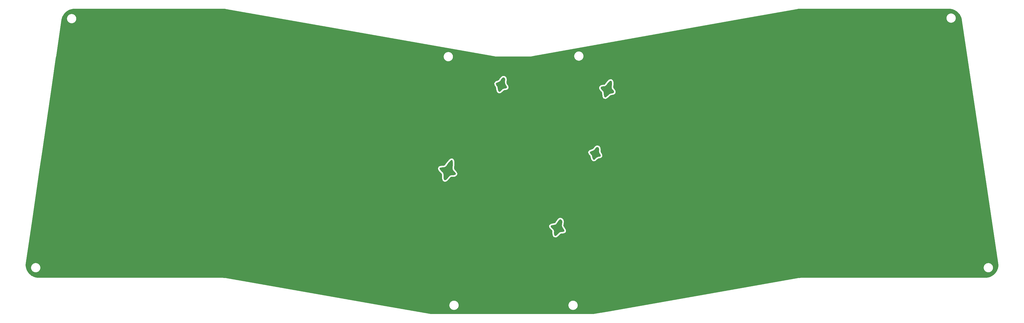
<source format=gbl>
G04 #@! TF.GenerationSoftware,KiCad,Pcbnew,(6.0.6-69-g6d26e8e3e8)*
G04 #@! TF.CreationDate,2022-07-20T16:26:27-04:00*
G04 #@! TF.ProjectId,bottom,626f7474-6f6d-42e6-9b69-6361645f7063,rev?*
G04 #@! TF.SameCoordinates,Original*
G04 #@! TF.FileFunction,Copper,L2,Bot*
G04 #@! TF.FilePolarity,Positive*
%FSLAX46Y46*%
G04 Gerber Fmt 4.6, Leading zero omitted, Abs format (unit mm)*
G04 Created by KiCad (PCBNEW (6.0.6-69-g6d26e8e3e8)) date 2022-07-20 16:26:27*
%MOMM*%
%LPD*%
G01*
G04 APERTURE LIST*
G04 #@! TA.AperFunction,ViaPad*
%ADD10C,0.800000*%
G04 #@! TD*
G04 APERTURE END LIST*
G36*
X231578259Y-158674028D02*
G01*
X231806198Y-159060191D01*
X231855573Y-159725919D01*
X231850491Y-159804604D01*
X231887915Y-160445375D01*
X232079280Y-160804088D01*
X232249365Y-160994058D01*
X232421463Y-161409846D01*
X232411444Y-161654558D01*
X232225062Y-161811973D01*
X231772650Y-161925451D01*
X231649434Y-161952395D01*
X231151393Y-162138439D01*
X230826850Y-162377123D01*
X230645366Y-162585930D01*
X230335322Y-162849624D01*
X230263710Y-162887534D01*
X229921551Y-162890236D01*
X229666446Y-162584434D01*
X229531208Y-162004610D01*
X229408361Y-161475189D01*
X229026245Y-160941479D01*
X228807016Y-160724247D01*
X228689313Y-160382942D01*
X228909736Y-160111765D01*
X229460511Y-159928848D01*
X230050240Y-159715463D01*
X230451613Y-159282371D01*
X230817063Y-158813183D01*
X231229350Y-158585627D01*
X231578259Y-158674028D01*
G37*
G36*
X236095104Y-136361012D02*
G01*
X236214264Y-136897754D01*
X236173888Y-137735736D01*
X236145446Y-137975105D01*
X236128868Y-138500028D01*
X236235333Y-138858628D01*
X236493956Y-139182521D01*
X236566872Y-139259208D01*
X236896284Y-139752902D01*
X236893108Y-140137107D01*
X236564899Y-140394408D01*
X235919213Y-140507386D01*
X235846246Y-140513304D01*
X235321483Y-140716629D01*
X234741750Y-141225275D01*
X234355314Y-141593103D01*
X233940779Y-141814736D01*
X233652835Y-141709747D01*
X233486785Y-141275557D01*
X233437925Y-140509584D01*
X233436421Y-140382622D01*
X233320110Y-139840721D01*
X232973896Y-139439471D01*
X232732380Y-139228204D01*
X232406940Y-138774545D01*
X232409771Y-138405357D01*
X232731383Y-138154467D01*
X233362279Y-138055700D01*
X233390579Y-138055235D01*
X233769372Y-138021473D01*
X234052550Y-137891466D01*
X234333112Y-137596839D01*
X234704059Y-137069219D01*
X235007123Y-136661029D01*
X235468863Y-136232369D01*
X235839080Y-136135790D01*
X236095104Y-136361012D01*
G37*
G36*
X199770510Y-135057706D02*
G01*
X199786278Y-135063683D01*
X200055967Y-135306808D01*
X200151753Y-135780881D01*
X200082721Y-136528699D01*
X200069632Y-136617445D01*
X200105622Y-137191607D01*
X200416695Y-137719797D01*
X200636778Y-138030510D01*
X200753902Y-138440616D01*
X200552000Y-138702437D01*
X200032551Y-138811768D01*
X199989621Y-138814239D01*
X199409220Y-138976456D01*
X198888400Y-139418152D01*
X198803475Y-139510721D01*
X198348846Y-139861186D01*
X197991166Y-139875140D01*
X197746724Y-139559047D01*
X197631808Y-138919376D01*
X197626726Y-138846354D01*
X197487933Y-138195956D01*
X197222332Y-137741962D01*
X197065489Y-137551788D01*
X196962884Y-137149691D01*
X197172604Y-136826598D01*
X197667169Y-136649962D01*
X197704512Y-136644747D01*
X198197537Y-136452493D01*
X198579174Y-135995067D01*
X198614687Y-135935654D01*
X199037178Y-135340679D01*
X199410597Y-135057357D01*
X199770510Y-135057706D01*
G37*
G36*
X218963533Y-183151695D02*
G01*
X219109058Y-183220329D01*
X219357035Y-183513805D01*
X219426334Y-184016393D01*
X219329070Y-184782120D01*
X219285290Y-185071341D01*
X219326560Y-185572938D01*
X219589966Y-186015713D01*
X219860293Y-186363853D01*
X220140351Y-186854087D01*
X220130120Y-187172793D01*
X219821395Y-187349873D01*
X219205971Y-187415233D01*
X218912062Y-187436234D01*
X218442903Y-187600186D01*
X218043930Y-188001996D01*
X217962661Y-188102825D01*
X217597318Y-188473177D01*
X217288429Y-188676588D01*
X217146244Y-188711992D01*
X216824650Y-188632231D01*
X216649768Y-188259531D01*
X216610058Y-187575160D01*
X216613129Y-187424446D01*
X216574463Y-186913856D01*
X216399943Y-186559613D01*
X216022070Y-186204350D01*
X215914329Y-186113896D01*
X215528761Y-185684697D01*
X215480556Y-185357974D01*
X215770603Y-185130908D01*
X216399782Y-185000683D01*
X216722454Y-184955442D01*
X217158802Y-184845644D01*
X217358603Y-184722869D01*
X217426436Y-184595664D01*
X217662558Y-184234772D01*
X217993766Y-183771344D01*
X218124619Y-183598039D01*
X218442958Y-183238451D01*
X218693755Y-183108099D01*
X218963533Y-183151695D01*
G37*
G36*
X182391391Y-163305212D02*
G01*
X182478398Y-163934249D01*
X182443094Y-164894101D01*
X182405415Y-165363107D01*
X182386453Y-165921545D01*
X182439973Y-166287113D01*
X182586458Y-166558326D01*
X182846393Y-166833698D01*
X182952027Y-166939362D01*
X183272760Y-167322099D01*
X183429850Y-167611631D01*
X183428119Y-167743445D01*
X183217318Y-168013134D01*
X182794662Y-168181041D01*
X182258368Y-168198006D01*
X182002575Y-168176208D01*
X181620935Y-168242282D01*
X181270804Y-168496386D01*
X180848399Y-168997357D01*
X180763657Y-169103867D01*
X180380063Y-169514532D01*
X180046608Y-169778816D01*
X179777514Y-169867317D01*
X179487134Y-169721451D01*
X179321483Y-169246613D01*
X179280187Y-168442150D01*
X179281322Y-167994448D01*
X179225157Y-167553346D01*
X179059481Y-167255893D01*
X178738662Y-166978779D01*
X178661832Y-166918985D01*
X178258996Y-166523917D01*
X178007090Y-166146727D01*
X177941065Y-165860821D01*
X178069492Y-165636154D01*
X178462345Y-165511588D01*
X179162032Y-165461981D01*
X179424058Y-165451785D01*
X179750525Y-165393662D01*
X180014459Y-165229554D01*
X180301294Y-164896525D01*
X180696468Y-164331636D01*
X180852463Y-164107587D01*
X181412608Y-163408177D01*
X181856885Y-163041658D01*
X182183683Y-163007509D01*
X182391391Y-163305212D01*
G37*
D10*
X352200000Y-113200000D03*
X52000000Y-113800000D03*
G04 #@! TA.AperFunction,NonConductor*
G36*
X322428078Y-111775459D02*
G01*
X349982661Y-111775480D01*
X349984840Y-111775499D01*
X350141781Y-111778214D01*
X350146151Y-111778365D01*
X350178253Y-111780036D01*
X350297480Y-111786241D01*
X350301816Y-111786542D01*
X350352503Y-111790948D01*
X350452767Y-111799664D01*
X350457089Y-111800115D01*
X350607489Y-111818466D01*
X350611738Y-111819060D01*
X350761427Y-111842619D01*
X350765683Y-111843365D01*
X350914441Y-111872100D01*
X350918697Y-111873000D01*
X350967840Y-111884274D01*
X351066348Y-111906874D01*
X351070592Y-111907925D01*
X351216982Y-111946903D01*
X351221187Y-111948101D01*
X351366108Y-111992125D01*
X351370270Y-111993469D01*
X351513598Y-112042504D01*
X351517709Y-112043991D01*
X351659234Y-112097963D01*
X351663292Y-112099591D01*
X351802877Y-112158448D01*
X351806875Y-112160216D01*
X351858783Y-112184257D01*
X351944342Y-112223884D01*
X351948256Y-112225780D01*
X351967851Y-112235695D01*
X352083437Y-112294184D01*
X352087301Y-112296225D01*
X352219971Y-112369244D01*
X352223766Y-112371419D01*
X352353853Y-112449018D01*
X352357568Y-112451322D01*
X352484901Y-112533397D01*
X352488530Y-112535827D01*
X352498159Y-112542517D01*
X352612916Y-112622256D01*
X352616452Y-112624804D01*
X352686177Y-112676930D01*
X352737786Y-112715512D01*
X352741243Y-112718191D01*
X352859370Y-112813066D01*
X352862731Y-112815863D01*
X352977460Y-112914749D01*
X352980721Y-112917660D01*
X353091950Y-113020467D01*
X353095110Y-113023491D01*
X353202713Y-113130104D01*
X353205758Y-113133228D01*
X353254919Y-113185438D01*
X353309597Y-113243508D01*
X353312539Y-113246743D01*
X353401686Y-113348258D01*
X353412501Y-113360574D01*
X353415329Y-113363910D01*
X353511276Y-113481136D01*
X353513986Y-113484566D01*
X353605802Y-113605041D01*
X353608392Y-113608565D01*
X353695963Y-113732141D01*
X353698429Y-113735751D01*
X353728776Y-113781889D01*
X353781199Y-113861589D01*
X353781692Y-113862339D01*
X353784008Y-113865998D01*
X353861842Y-113993776D01*
X353862800Y-113995349D01*
X353864975Y-113999062D01*
X353939302Y-114131198D01*
X353941357Y-114135005D01*
X353945998Y-114143970D01*
X354010664Y-114268882D01*
X354011005Y-114269541D01*
X354012948Y-114273460D01*
X354077880Y-114410323D01*
X354079685Y-114414304D01*
X354088750Y-114435258D01*
X354139823Y-114553322D01*
X354141477Y-114557336D01*
X354196714Y-114698248D01*
X354196769Y-114698389D01*
X354198289Y-114702474D01*
X354248211Y-114844105D01*
X354248642Y-114845329D01*
X354250019Y-114849461D01*
X354295001Y-114992752D01*
X354295399Y-114994021D01*
X354296631Y-114998199D01*
X354319315Y-115080332D01*
X354336963Y-115144233D01*
X354338052Y-115148459D01*
X354373292Y-115295797D01*
X354374223Y-115300010D01*
X354381690Y-115336835D01*
X354404334Y-115448510D01*
X354405128Y-115452808D01*
X354430971Y-115607662D01*
X354431311Y-115609815D01*
X362533950Y-169933642D01*
X366786968Y-198447834D01*
X366786985Y-198447951D01*
X366788345Y-198468745D01*
X366788009Y-198487900D01*
X366786403Y-198579528D01*
X366786249Y-198583923D01*
X366778264Y-198736090D01*
X366777957Y-198740477D01*
X366764667Y-198892272D01*
X366764207Y-198896647D01*
X366745629Y-199047861D01*
X366745017Y-199052213D01*
X366721171Y-199202719D01*
X366720409Y-199207041D01*
X366691725Y-199354559D01*
X366691320Y-199356644D01*
X366690406Y-199360939D01*
X366656254Y-199508835D01*
X366656124Y-199509397D01*
X366655066Y-199513641D01*
X366617998Y-199651955D01*
X366615628Y-199660797D01*
X366614415Y-199665026D01*
X366569836Y-199810808D01*
X366568477Y-199814989D01*
X366518880Y-199959007D01*
X366517376Y-199963139D01*
X366462775Y-200105363D01*
X366461131Y-200109433D01*
X366404212Y-200243513D01*
X366401560Y-200249759D01*
X366399775Y-200253765D01*
X366383941Y-200287719D01*
X366335374Y-200391858D01*
X366333447Y-200395809D01*
X366264283Y-200531541D01*
X366262218Y-200535424D01*
X366188342Y-200668691D01*
X366186165Y-200672463D01*
X366107778Y-200802912D01*
X366107656Y-200803115D01*
X366105326Y-200806843D01*
X366062072Y-200873445D01*
X366023066Y-200933507D01*
X366022335Y-200934632D01*
X366019879Y-200938273D01*
X365932474Y-201063093D01*
X365929891Y-201066647D01*
X365870076Y-201146023D01*
X365838185Y-201188342D01*
X365835476Y-201191809D01*
X365739576Y-201310228D01*
X365736750Y-201313596D01*
X365636794Y-201428579D01*
X365633851Y-201431847D01*
X365529936Y-201543279D01*
X365526882Y-201546442D01*
X365419134Y-201654189D01*
X365415970Y-201657244D01*
X365304530Y-201761162D01*
X365301295Y-201764075D01*
X365186267Y-201864067D01*
X365182920Y-201866876D01*
X365064479Y-201962786D01*
X365061014Y-201965493D01*
X364939347Y-202057176D01*
X364935789Y-202059761D01*
X364810965Y-202147165D01*
X364807320Y-202149624D01*
X364679514Y-202232624D01*
X364675790Y-202234951D01*
X364545174Y-202313435D01*
X364541409Y-202315609D01*
X364408120Y-202389493D01*
X364404251Y-202391551D01*
X364366821Y-202410623D01*
X364268471Y-202460737D01*
X364264527Y-202462660D01*
X364198157Y-202493611D01*
X364126416Y-202527066D01*
X364122399Y-202528854D01*
X364078072Y-202547671D01*
X364015506Y-202574231D01*
X363982140Y-202588395D01*
X363978071Y-202590039D01*
X363951312Y-202600312D01*
X363835843Y-202644639D01*
X363831711Y-202646143D01*
X363687612Y-202695765D01*
X363683438Y-202697122D01*
X363537704Y-202741682D01*
X363533565Y-202742869D01*
X363386312Y-202782331D01*
X363382062Y-202783391D01*
X363338482Y-202793454D01*
X363233559Y-202817681D01*
X363229284Y-202818589D01*
X363079700Y-202847671D01*
X363075423Y-202848425D01*
X362924986Y-202872259D01*
X362924898Y-202872273D01*
X362920543Y-202872885D01*
X362769296Y-202891462D01*
X362764923Y-202891922D01*
X362613135Y-202905209D01*
X362608747Y-202905516D01*
X362456619Y-202913496D01*
X362452225Y-202913650D01*
X362304642Y-202916234D01*
X362294303Y-202916415D01*
X362292098Y-202916434D01*
X349327451Y-202916452D01*
X300224304Y-202916520D01*
X300215823Y-202916234D01*
X300202423Y-202915330D01*
X300197561Y-202915002D01*
X300185650Y-202916042D01*
X300174691Y-202916520D01*
X300165821Y-202916520D01*
X300146815Y-202919242D01*
X300139924Y-202920035D01*
X299644025Y-202963340D01*
X299313313Y-202992220D01*
X299304847Y-202992673D01*
X299286548Y-202993034D01*
X299274774Y-202995106D01*
X299263905Y-202996534D01*
X299259532Y-202996916D01*
X299259523Y-202996918D01*
X299255061Y-202997307D01*
X299236359Y-203001673D01*
X299229575Y-203003061D01*
X270043394Y-208139719D01*
X235146595Y-214281425D01*
X235146587Y-214281425D01*
X235146570Y-214281428D01*
X235146561Y-214281429D01*
X235102733Y-214289144D01*
X235102730Y-214289145D01*
X235071627Y-214294619D01*
X235071621Y-214294621D01*
X230443496Y-215109293D01*
X229884358Y-215207716D01*
X229862515Y-215209624D01*
X175017110Y-215209624D01*
X174995266Y-215207716D01*
X157990421Y-212214406D01*
X181281518Y-212214406D01*
X181281647Y-212218129D01*
X181281626Y-212218742D01*
X181281689Y-212219324D01*
X181282300Y-212236906D01*
X181282511Y-212242994D01*
X181282587Y-212247367D01*
X181282587Y-212265513D01*
X181282512Y-212265513D01*
X181282566Y-212265764D01*
X181282329Y-212268540D01*
X181282587Y-212272249D01*
X181282587Y-212272861D01*
X181282670Y-212273439D01*
X181284315Y-212297097D01*
X181284540Y-212301409D01*
X181284895Y-212311623D01*
X181285170Y-212319560D01*
X181285096Y-212319563D01*
X181285157Y-212319808D01*
X181285018Y-212322582D01*
X181285404Y-212326274D01*
X181285426Y-212326914D01*
X181285534Y-212327515D01*
X181285607Y-212328214D01*
X181287990Y-212351028D01*
X181288368Y-212355369D01*
X181289629Y-212373486D01*
X181289547Y-212373492D01*
X181289625Y-212373764D01*
X181289581Y-212376535D01*
X181290097Y-212380230D01*
X181290140Y-212380842D01*
X181290263Y-212381413D01*
X181290353Y-212382057D01*
X181290353Y-212382058D01*
X181290890Y-212385902D01*
X181293053Y-212401371D01*
X181293537Y-212404837D01*
X181294067Y-212409181D01*
X181295956Y-212427256D01*
X181295880Y-212427264D01*
X181295961Y-212427513D01*
X181296014Y-212430286D01*
X181296654Y-212433938D01*
X181296718Y-212434547D01*
X181296861Y-212435114D01*
X181296968Y-212435725D01*
X181300951Y-212458448D01*
X181301630Y-212462756D01*
X181304142Y-212480722D01*
X181304063Y-212480733D01*
X181304157Y-212480993D01*
X181304306Y-212483761D01*
X181305076Y-212487404D01*
X181305163Y-212488027D01*
X181305329Y-212488603D01*
X181310220Y-212511748D01*
X181310223Y-212511760D01*
X181311051Y-212516043D01*
X181311854Y-212520620D01*
X181314183Y-212533902D01*
X181314106Y-212533916D01*
X181314206Y-212534165D01*
X181314453Y-212536944D01*
X181315352Y-212540571D01*
X181315457Y-212541169D01*
X181315637Y-212541719D01*
X181319492Y-212557269D01*
X181321330Y-212564685D01*
X181322310Y-212568952D01*
X181326064Y-212586718D01*
X181325994Y-212586733D01*
X181326094Y-212586958D01*
X181326437Y-212589725D01*
X181327454Y-212593292D01*
X181327583Y-212593903D01*
X181327787Y-212594462D01*
X181328025Y-212595298D01*
X181334280Y-212617240D01*
X181335404Y-212621461D01*
X181339771Y-212639075D01*
X181339701Y-212639092D01*
X181339809Y-212639314D01*
X181340248Y-212642071D01*
X181341390Y-212645605D01*
X181341540Y-212646212D01*
X181341764Y-212646764D01*
X181342024Y-212647569D01*
X181342024Y-212647570D01*
X181349041Y-212669297D01*
X181350311Y-212673475D01*
X181355283Y-212690914D01*
X181355205Y-212690936D01*
X181355336Y-212691181D01*
X181355865Y-212693896D01*
X181357129Y-212697390D01*
X181357299Y-212697986D01*
X181357540Y-212698526D01*
X181357797Y-212699236D01*
X181357797Y-212699237D01*
X181359424Y-212703734D01*
X181365591Y-212720777D01*
X181365603Y-212720811D01*
X181366995Y-212724879D01*
X181372585Y-212742185D01*
X181372586Y-212742188D01*
X181372513Y-212742212D01*
X181372644Y-212742438D01*
X181373270Y-212745144D01*
X181374656Y-212748597D01*
X181374850Y-212749196D01*
X181375114Y-212749735D01*
X181383955Y-212771753D01*
X181385462Y-212775703D01*
X181391660Y-212792834D01*
X181391661Y-212792837D01*
X181391590Y-212792863D01*
X181391726Y-212793081D01*
X181392449Y-212795776D01*
X181393958Y-212799185D01*
X181394164Y-212799756D01*
X181394436Y-212800267D01*
X181394770Y-212801022D01*
X181404022Y-212821931D01*
X181405723Y-212825963D01*
X181406412Y-212827679D01*
X181412479Y-212842789D01*
X181412412Y-212842816D01*
X181412550Y-212843023D01*
X181413366Y-212845689D01*
X181414985Y-212849030D01*
X181415218Y-212849610D01*
X181415516Y-212850126D01*
X181424343Y-212868340D01*
X181425838Y-212871425D01*
X181427672Y-212875383D01*
X181435015Y-212891976D01*
X181434943Y-212892008D01*
X181435102Y-212892228D01*
X181436009Y-212894864D01*
X181437755Y-212898169D01*
X181438000Y-212898723D01*
X181438306Y-212899213D01*
X181438674Y-212899910D01*
X181438675Y-212899914D01*
X181449372Y-212920164D01*
X181451345Y-212924059D01*
X181459258Y-212940385D01*
X181459186Y-212940420D01*
X181459355Y-212940637D01*
X181460346Y-212943222D01*
X181462194Y-212946445D01*
X181462461Y-212946995D01*
X181462787Y-212947478D01*
X181463136Y-212948086D01*
X181463136Y-212948087D01*
X181474578Y-212968038D01*
X181476680Y-212971855D01*
X181485160Y-212987907D01*
X181485094Y-212987942D01*
X181485257Y-212988137D01*
X181486341Y-212990694D01*
X181488295Y-212993842D01*
X181488591Y-212994403D01*
X181488946Y-212994892D01*
X181501424Y-213014998D01*
X181503656Y-213018738D01*
X181505526Y-213021998D01*
X181512686Y-213034483D01*
X181512621Y-213034520D01*
X181512792Y-213034712D01*
X181513970Y-213037242D01*
X181516046Y-213040341D01*
X181516353Y-213040877D01*
X181516715Y-213041341D01*
X181517149Y-213041989D01*
X181529890Y-213061012D01*
X181532261Y-213064688D01*
X181533324Y-213066402D01*
X181541821Y-213080093D01*
X181541756Y-213080134D01*
X181541939Y-213080325D01*
X181543199Y-213082804D01*
X181545379Y-213085826D01*
X181545702Y-213086347D01*
X181546078Y-213086795D01*
X181546474Y-213087344D01*
X181559936Y-213106009D01*
X181562431Y-213109599D01*
X181572516Y-213124657D01*
X181572450Y-213124701D01*
X181572646Y-213124891D01*
X181573991Y-213127323D01*
X181576276Y-213130270D01*
X181576615Y-213130776D01*
X181577003Y-213131208D01*
X181577430Y-213131758D01*
X181577430Y-213131759D01*
X181591524Y-213149935D01*
X181594143Y-213153436D01*
X181604743Y-213168132D01*
X181604678Y-213168179D01*
X181604881Y-213168363D01*
X181606306Y-213170741D01*
X181608689Y-213173604D01*
X181609053Y-213174108D01*
X181609464Y-213174535D01*
X181621254Y-213188696D01*
X181624609Y-213192726D01*
X181627348Y-213196135D01*
X181638466Y-213210473D01*
X181638404Y-213210521D01*
X181638609Y-213210694D01*
X181640116Y-213213022D01*
X181642592Y-213215795D01*
X181642974Y-213216287D01*
X181643401Y-213216700D01*
X181643840Y-213217191D01*
X181643840Y-213217192D01*
X181647085Y-213220825D01*
X181656967Y-213231889D01*
X181659154Y-213234338D01*
X181662012Y-213237653D01*
X181673636Y-213251615D01*
X181673575Y-213251666D01*
X181673788Y-213251833D01*
X181675364Y-213254092D01*
X181677925Y-213256767D01*
X181678334Y-213257258D01*
X181678786Y-213257666D01*
X181679217Y-213258116D01*
X181679218Y-213258118D01*
X181695147Y-213274753D01*
X181698076Y-213277920D01*
X181710202Y-213291497D01*
X181710203Y-213291499D01*
X181710147Y-213291549D01*
X181710356Y-213291702D01*
X181712032Y-213293935D01*
X181714704Y-213296538D01*
X181715103Y-213296985D01*
X181715540Y-213297353D01*
X181732554Y-213313930D01*
X181735572Y-213316974D01*
X181739029Y-213320584D01*
X181748146Y-213330105D01*
X181748093Y-213330156D01*
X181748301Y-213330298D01*
X181750041Y-213332456D01*
X181752779Y-213334944D01*
X181753219Y-213335404D01*
X181753697Y-213335779D01*
X181771221Y-213351705D01*
X181774378Y-213354677D01*
X181787384Y-213367348D01*
X181787328Y-213367406D01*
X181787561Y-213367552D01*
X181789378Y-213369652D01*
X181792225Y-213372065D01*
X181792665Y-213372493D01*
X181793138Y-213372838D01*
X181811215Y-213388155D01*
X181814479Y-213391020D01*
X181827915Y-213403231D01*
X181827862Y-213403290D01*
X181828097Y-213403427D01*
X181829975Y-213405451D01*
X181832883Y-213407747D01*
X181833350Y-213408171D01*
X181833848Y-213408509D01*
X181834460Y-213408992D01*
X181834462Y-213408995D01*
X181852421Y-213423170D01*
X181855808Y-213425940D01*
X181859600Y-213429153D01*
X181869652Y-213437671D01*
X181869604Y-213437727D01*
X181869827Y-213437847D01*
X181871791Y-213439821D01*
X181874785Y-213442020D01*
X181875265Y-213442427D01*
X181875773Y-213442746D01*
X181881866Y-213447222D01*
X181894813Y-213456732D01*
X181898289Y-213459379D01*
X181912560Y-213470644D01*
X181912514Y-213470702D01*
X181912743Y-213470814D01*
X181914779Y-213472724D01*
X181917852Y-213474821D01*
X181918336Y-213475203D01*
X181918844Y-213475498D01*
X181919392Y-213475872D01*
X181938399Y-213488842D01*
X181941970Y-213491371D01*
X181956594Y-213502113D01*
X181956549Y-213502174D01*
X181956787Y-213502282D01*
X181958873Y-213504106D01*
X181962007Y-213506089D01*
X181962519Y-213506465D01*
X181963053Y-213506751D01*
X181963690Y-213507154D01*
X181963691Y-213507155D01*
X181983043Y-213519399D01*
X181986693Y-213521798D01*
X182001679Y-213532024D01*
X182001637Y-213532085D01*
X182001873Y-213532182D01*
X182004045Y-213533952D01*
X182007270Y-213535839D01*
X182007767Y-213536178D01*
X182008282Y-213536431D01*
X182028733Y-213548396D01*
X182032466Y-213550668D01*
X182047801Y-213560371D01*
X182047761Y-213560434D01*
X182048001Y-213560523D01*
X182050214Y-213562202D01*
X182053479Y-213563963D01*
X182054005Y-213564296D01*
X182054547Y-213564539D01*
X182075382Y-213575778D01*
X182079177Y-213577911D01*
X182094870Y-213587093D01*
X182094832Y-213587159D01*
X182095082Y-213587242D01*
X182097346Y-213588839D01*
X182100672Y-213590487D01*
X182101211Y-213590802D01*
X182101762Y-213591027D01*
X182102402Y-213591344D01*
X182122967Y-213601531D01*
X182126854Y-213603542D01*
X182142835Y-213612162D01*
X182142798Y-213612231D01*
X182143056Y-213612307D01*
X182145365Y-213613819D01*
X182148737Y-213615346D01*
X182149293Y-213615646D01*
X182149859Y-213615854D01*
X182150524Y-213616155D01*
X182150526Y-213616157D01*
X182171429Y-213625624D01*
X182175373Y-213627493D01*
X182191613Y-213635537D01*
X182191579Y-213635606D01*
X182191836Y-213635672D01*
X182194216Y-213637115D01*
X182197663Y-213638534D01*
X182198222Y-213638811D01*
X182198787Y-213638997D01*
X182220688Y-213648013D01*
X182224679Y-213649738D01*
X182241202Y-213657221D01*
X182241172Y-213657288D01*
X182241420Y-213657342D01*
X182243856Y-213658706D01*
X182247349Y-213660004D01*
X182247914Y-213660260D01*
X182248481Y-213660425D01*
X182249220Y-213660700D01*
X182249222Y-213660701D01*
X182270640Y-213668660D01*
X182274711Y-213670253D01*
X182275279Y-213670487D01*
X182291526Y-213677176D01*
X182291496Y-213677248D01*
X182291759Y-213677296D01*
X182294217Y-213678562D01*
X182297736Y-213679733D01*
X182298313Y-213679970D01*
X182298890Y-213680116D01*
X182299437Y-213680298D01*
X182321342Y-213687584D01*
X182325465Y-213689035D01*
X182342485Y-213695361D01*
X182342460Y-213695429D01*
X182342705Y-213695465D01*
X182345232Y-213696657D01*
X182348798Y-213697707D01*
X182349379Y-213697923D01*
X182349957Y-213698048D01*
X182350643Y-213698250D01*
X182372671Y-213704737D01*
X182376847Y-213706046D01*
X182394049Y-213711768D01*
X182394023Y-213711845D01*
X182394299Y-213711875D01*
X182396840Y-213712968D01*
X182400443Y-213713895D01*
X182401037Y-213714092D01*
X182401624Y-213714198D01*
X182422127Y-213719470D01*
X182424565Y-213720097D01*
X182428752Y-213721251D01*
X182446147Y-213726374D01*
X182446123Y-213726453D01*
X182446405Y-213726474D01*
X182448992Y-213727482D01*
X182452643Y-213728287D01*
X182453221Y-213728457D01*
X182453790Y-213728540D01*
X182474646Y-213733137D01*
X182476910Y-213733636D01*
X182481166Y-213734652D01*
X182498752Y-213739174D01*
X182498734Y-213739244D01*
X182498984Y-213739254D01*
X182501626Y-213740179D01*
X182505287Y-213740854D01*
X182505868Y-213741003D01*
X182506437Y-213741066D01*
X182507216Y-213741210D01*
X182507217Y-213741210D01*
X182529751Y-213745362D01*
X182534004Y-213746222D01*
X182551746Y-213750132D01*
X182551748Y-213750133D01*
X182551731Y-213750209D01*
X182552000Y-213750211D01*
X182554641Y-213751034D01*
X182558314Y-213751580D01*
X182558927Y-213751715D01*
X182559524Y-213751760D01*
X182582961Y-213755243D01*
X182587256Y-213755958D01*
X182605081Y-213759242D01*
X182605067Y-213759319D01*
X182605336Y-213759312D01*
X182608024Y-213760048D01*
X182611738Y-213760469D01*
X182612336Y-213760579D01*
X182612916Y-213760602D01*
X182613601Y-213760680D01*
X182613602Y-213760680D01*
X182636414Y-213763264D01*
X182640755Y-213763832D01*
X182643999Y-213764314D01*
X182658719Y-213766502D01*
X182658708Y-213766578D01*
X182658969Y-213766561D01*
X182661674Y-213767202D01*
X182665380Y-213767492D01*
X182665992Y-213767583D01*
X182666582Y-213767586D01*
X182684889Y-213769019D01*
X182690224Y-213769437D01*
X182694571Y-213769854D01*
X182712563Y-213771892D01*
X182712554Y-213771970D01*
X182712821Y-213771943D01*
X182715548Y-213772490D01*
X182719271Y-213772652D01*
X182719883Y-213772721D01*
X182720470Y-213772704D01*
X182744163Y-213773732D01*
X182748426Y-213773992D01*
X182766571Y-213775412D01*
X182766574Y-213775412D01*
X182766568Y-213775484D01*
X182766812Y-213775452D01*
X182769560Y-213775904D01*
X182773271Y-213775936D01*
X182773906Y-213775986D01*
X182774512Y-213775947D01*
X182775187Y-213775953D01*
X182798148Y-213776153D01*
X182802510Y-213776266D01*
X182820655Y-213777053D01*
X182820651Y-213777134D01*
X182820926Y-213777088D01*
X182823680Y-213777444D01*
X182827412Y-213777347D01*
X182828016Y-213777373D01*
X182828589Y-213777316D01*
X182852274Y-213776699D01*
X182856645Y-213776661D01*
X182873183Y-213776805D01*
X182874791Y-213776819D01*
X182874790Y-213776895D01*
X182875045Y-213776843D01*
X182877811Y-213777103D01*
X182881516Y-213776878D01*
X182882130Y-213776883D01*
X182882711Y-213776805D01*
X182883374Y-213776765D01*
X182883376Y-213776765D01*
X182906380Y-213775366D01*
X182910744Y-213775177D01*
X182925968Y-213774780D01*
X182928853Y-213774705D01*
X182928855Y-213774781D01*
X182929107Y-213774720D01*
X182931891Y-213774884D01*
X182935597Y-213774529D01*
X182936217Y-213774513D01*
X182936800Y-213774414D01*
X182960390Y-213772156D01*
X182964721Y-213771817D01*
X182975835Y-213771140D01*
X182982823Y-213770715D01*
X182982828Y-213770793D01*
X182983086Y-213770721D01*
X182985865Y-213770789D01*
X182989556Y-213770306D01*
X182990177Y-213770268D01*
X182990758Y-213770148D01*
X183014196Y-213767080D01*
X183018542Y-213766587D01*
X183036635Y-213764855D01*
X183036642Y-213764926D01*
X183036875Y-213764852D01*
X183039674Y-213764823D01*
X183043343Y-213764212D01*
X183043953Y-213764154D01*
X183044521Y-213764016D01*
X183045285Y-213763889D01*
X183045286Y-213763889D01*
X183065844Y-213760468D01*
X183067891Y-213760127D01*
X183072207Y-213759486D01*
X183090201Y-213757130D01*
X183090211Y-213757206D01*
X183090458Y-213757118D01*
X183093231Y-213756993D01*
X183096871Y-213756257D01*
X183097487Y-213756176D01*
X183098058Y-213756016D01*
X183098706Y-213755885D01*
X183098708Y-213755885D01*
X183120620Y-213751452D01*
X183121281Y-213751318D01*
X183125532Y-213750535D01*
X183143453Y-213747553D01*
X183143456Y-213747553D01*
X183143468Y-213747624D01*
X183143699Y-213747533D01*
X183146484Y-213747310D01*
X183150108Y-213746445D01*
X183150721Y-213746343D01*
X183151286Y-213746164D01*
X183174337Y-213740662D01*
X183178594Y-213739724D01*
X183196355Y-213736131D01*
X183196370Y-213736203D01*
X183196601Y-213736103D01*
X183199378Y-213735783D01*
X183202971Y-213734792D01*
X183203571Y-213734671D01*
X183204121Y-213734475D01*
X183226955Y-213728180D01*
X183231157Y-213727100D01*
X183248827Y-213722881D01*
X183248846Y-213722959D01*
X183249092Y-213722841D01*
X183251829Y-213722430D01*
X183255374Y-213721319D01*
X183255981Y-213721174D01*
X183256535Y-213720955D01*
X183279119Y-213713876D01*
X183283299Y-213712645D01*
X183300807Y-213707818D01*
X183300827Y-213707889D01*
X183301052Y-213707772D01*
X183303796Y-213707261D01*
X183307304Y-213706026D01*
X183307903Y-213705861D01*
X183308446Y-213705624D01*
X183330770Y-213697766D01*
X183334885Y-213696397D01*
X183352235Y-213690958D01*
X183352258Y-213691033D01*
X183352491Y-213690901D01*
X183355203Y-213690299D01*
X183358667Y-213688943D01*
X183359250Y-213688760D01*
X183359776Y-213688508D01*
X183360440Y-213688248D01*
X183360441Y-213688248D01*
X183381850Y-213679866D01*
X183385951Y-213678342D01*
X183403034Y-213672329D01*
X183403059Y-213672401D01*
X183403281Y-213672265D01*
X183405985Y-213671564D01*
X183409409Y-213670084D01*
X183409984Y-213669882D01*
X183410500Y-213669613D01*
X183432257Y-213660211D01*
X183436267Y-213658560D01*
X183453174Y-213651940D01*
X183453177Y-213651939D01*
X183453204Y-213652009D01*
X183453419Y-213651867D01*
X183456089Y-213651076D01*
X183459454Y-213649481D01*
X183460029Y-213649256D01*
X183460541Y-213648966D01*
X183481925Y-213638830D01*
X183485901Y-213637030D01*
X183502566Y-213629829D01*
X183502597Y-213629901D01*
X183502818Y-213629744D01*
X183505451Y-213628863D01*
X183508758Y-213627153D01*
X183509324Y-213626908D01*
X183509825Y-213626601D01*
X183510453Y-213626276D01*
X183510454Y-213626276D01*
X183530866Y-213615719D01*
X183534782Y-213613779D01*
X183551162Y-213606015D01*
X183551195Y-213606085D01*
X183551407Y-213605923D01*
X183554010Y-213604951D01*
X183557253Y-213603128D01*
X183557815Y-213602862D01*
X183558309Y-213602535D01*
X183578960Y-213590929D01*
X183582799Y-213588859D01*
X183598895Y-213580534D01*
X183598930Y-213580602D01*
X183599134Y-213580435D01*
X183601707Y-213579370D01*
X183604893Y-213577431D01*
X183605444Y-213577146D01*
X183605925Y-213576803D01*
X183606611Y-213576385D01*
X183606616Y-213576384D01*
X183626145Y-213564498D01*
X183629916Y-213562291D01*
X183645735Y-213553400D01*
X183645772Y-213553466D01*
X183645969Y-213553293D01*
X183648506Y-213552139D01*
X183651621Y-213550092D01*
X183652147Y-213549796D01*
X183652604Y-213549446D01*
X183672432Y-213536412D01*
X183676076Y-213534108D01*
X183691607Y-213524656D01*
X183691608Y-213524655D01*
X183691645Y-213524716D01*
X183691821Y-213524550D01*
X183694314Y-213523309D01*
X183697334Y-213521170D01*
X183697872Y-213520843D01*
X183698336Y-213520461D01*
X183699003Y-213519989D01*
X183699005Y-213519988D01*
X183717647Y-213506786D01*
X183721242Y-213504332D01*
X183736419Y-213494357D01*
X183736420Y-213494356D01*
X183736461Y-213494418D01*
X183736638Y-213494238D01*
X183739095Y-213492907D01*
X183742061Y-213490648D01*
X183742580Y-213490307D01*
X183743023Y-213489915D01*
X183759812Y-213477129D01*
X183761833Y-213475590D01*
X183765353Y-213473004D01*
X183780176Y-213462507D01*
X183780219Y-213462568D01*
X183780393Y-213462379D01*
X183782807Y-213460961D01*
X183785694Y-213458599D01*
X183786186Y-213458251D01*
X183786603Y-213457856D01*
X183790249Y-213454874D01*
X183804950Y-213442848D01*
X183808387Y-213440135D01*
X183822807Y-213429153D01*
X183822853Y-213429213D01*
X183823021Y-213429017D01*
X183825364Y-213427529D01*
X183828151Y-213425083D01*
X183828654Y-213424700D01*
X183829077Y-213424271D01*
X183829700Y-213423725D01*
X183829703Y-213423723D01*
X183846877Y-213408650D01*
X183850214Y-213405822D01*
X183854236Y-213402532D01*
X183864233Y-213394355D01*
X183864283Y-213394416D01*
X183864451Y-213394205D01*
X183866752Y-213392629D01*
X183869473Y-213390069D01*
X183869943Y-213389684D01*
X183870335Y-213389258D01*
X183871530Y-213388134D01*
X183887579Y-213373030D01*
X183890817Y-213370087D01*
X183904448Y-213358124D01*
X183904500Y-213358183D01*
X183904662Y-213357967D01*
X183906889Y-213356325D01*
X183909504Y-213353688D01*
X183909975Y-213353274D01*
X183910364Y-213352820D01*
X183910845Y-213352334D01*
X183910848Y-213352333D01*
X183927039Y-213336001D01*
X183930168Y-213332952D01*
X183932534Y-213330726D01*
X183943371Y-213320527D01*
X183943372Y-213320526D01*
X183943427Y-213320584D01*
X183943582Y-213320360D01*
X183945760Y-213318635D01*
X183948293Y-213315896D01*
X183948735Y-213315480D01*
X183949096Y-213315028D01*
X183949661Y-213314417D01*
X183949664Y-213314415D01*
X183965157Y-213297660D01*
X183968191Y-213294491D01*
X183980983Y-213281589D01*
X183981035Y-213281641D01*
X183981172Y-213281428D01*
X183983279Y-213279636D01*
X183985692Y-213276838D01*
X183986147Y-213276379D01*
X183986514Y-213275884D01*
X183987490Y-213274753D01*
X184001960Y-213257974D01*
X184004871Y-213254715D01*
X184017181Y-213241404D01*
X184017236Y-213241454D01*
X184017365Y-213241236D01*
X184019434Y-213239349D01*
X184021774Y-213236436D01*
X184022192Y-213235985D01*
X184022525Y-213235503D01*
X184034281Y-213220874D01*
X184037380Y-213217018D01*
X184040145Y-213213697D01*
X184052001Y-213199948D01*
X184052003Y-213199946D01*
X184052063Y-213199998D01*
X184052194Y-213199759D01*
X184054181Y-213197817D01*
X184056414Y-213194832D01*
X184056799Y-213194385D01*
X184057103Y-213193911D01*
X184071327Y-213174893D01*
X184073992Y-213171457D01*
X184085352Y-213157320D01*
X184085408Y-213157365D01*
X184085519Y-213157145D01*
X184087437Y-213155135D01*
X184089548Y-213152098D01*
X184089951Y-213151597D01*
X184090263Y-213151070D01*
X184090688Y-213150459D01*
X184090689Y-213150458D01*
X184103780Y-213131628D01*
X184106333Y-213128089D01*
X184106335Y-213128087D01*
X184117183Y-213113582D01*
X184117249Y-213113631D01*
X184117366Y-213113376D01*
X184119218Y-213111295D01*
X184121250Y-213108144D01*
X184121606Y-213107668D01*
X184121878Y-213107170D01*
X184134717Y-213087261D01*
X184137122Y-213083669D01*
X184147507Y-213068731D01*
X184147571Y-213068776D01*
X184147673Y-213068530D01*
X184149439Y-213066402D01*
X184151337Y-213063222D01*
X184151697Y-213062704D01*
X184151967Y-213062166D01*
X184152333Y-213061553D01*
X184152335Y-213061551D01*
X184164104Y-213041830D01*
X184166399Y-213038131D01*
X184176227Y-213022891D01*
X184176229Y-213022888D01*
X184176294Y-213022930D01*
X184176387Y-213022684D01*
X184178094Y-213020474D01*
X184179899Y-213017197D01*
X184180228Y-213016686D01*
X184180470Y-213016160D01*
X184189592Y-212999594D01*
X184191891Y-212995419D01*
X184194065Y-212991628D01*
X184203360Y-212976052D01*
X184203423Y-212976090D01*
X184203505Y-212975849D01*
X184205138Y-212973578D01*
X184206821Y-212970253D01*
X184207131Y-212969734D01*
X184207353Y-212969202D01*
X184218071Y-212948032D01*
X184220098Y-212944195D01*
X184228849Y-212928304D01*
X184228909Y-212928337D01*
X184228978Y-212928110D01*
X184230529Y-212925785D01*
X184232089Y-212922418D01*
X184232396Y-212921861D01*
X184232610Y-212921294D01*
X184232926Y-212920613D01*
X184242549Y-212899848D01*
X184244450Y-212895925D01*
X184252657Y-212879711D01*
X184252729Y-212879747D01*
X184252800Y-212879478D01*
X184254262Y-212877114D01*
X184255713Y-212873675D01*
X184255983Y-212873141D01*
X184256166Y-212872600D01*
X184256431Y-212871971D01*
X184256433Y-212871969D01*
X184265377Y-212850766D01*
X184267149Y-212846760D01*
X184274777Y-212830300D01*
X184274844Y-212830331D01*
X184274899Y-212830087D01*
X184276274Y-212827679D01*
X184277590Y-212824229D01*
X184277861Y-212823645D01*
X184278037Y-212823057D01*
X184278302Y-212822361D01*
X184278305Y-212822358D01*
X184286478Y-212800937D01*
X184288103Y-212796889D01*
X184295147Y-212780192D01*
X184295148Y-212780189D01*
X184295217Y-212780218D01*
X184295265Y-212779967D01*
X184296568Y-212777490D01*
X184297779Y-212773952D01*
X184298016Y-212773390D01*
X184298164Y-212772828D01*
X184298380Y-212772197D01*
X184298382Y-212772194D01*
X184305827Y-212750440D01*
X184307318Y-212746317D01*
X184307915Y-212744754D01*
X184312829Y-212731876D01*
X184313789Y-212729360D01*
X184313857Y-212729386D01*
X184313896Y-212729139D01*
X184315104Y-212726634D01*
X184316182Y-212723086D01*
X184316406Y-212722500D01*
X184316538Y-212721916D01*
X184323431Y-212699237D01*
X184324771Y-212695090D01*
X184330635Y-212677959D01*
X184330705Y-212677983D01*
X184330736Y-212677731D01*
X184331862Y-212675172D01*
X184332823Y-212671567D01*
X184333023Y-212670981D01*
X184333133Y-212670401D01*
X184339229Y-212647522D01*
X184340422Y-212643339D01*
X184345702Y-212625966D01*
X184345775Y-212625988D01*
X184345798Y-212625724D01*
X184346831Y-212623137D01*
X184347665Y-212619506D01*
X184347841Y-212618925D01*
X184347929Y-212618352D01*
X184349294Y-212612408D01*
X184353221Y-212595298D01*
X184354273Y-212591055D01*
X184358954Y-212573483D01*
X184359029Y-212573503D01*
X184359043Y-212573236D01*
X184359977Y-212570640D01*
X184360679Y-212567010D01*
X184360843Y-212566393D01*
X184360915Y-212565789D01*
X184365407Y-212542547D01*
X184366305Y-212538297D01*
X184370366Y-212520606D01*
X184370367Y-212520604D01*
X184370437Y-212520620D01*
X184370441Y-212520374D01*
X184371300Y-212517695D01*
X184371882Y-212513997D01*
X184372016Y-212513415D01*
X184372063Y-212512847D01*
X184372448Y-212510407D01*
X184375748Y-212489452D01*
X184376502Y-212485147D01*
X184379949Y-212467312D01*
X184380027Y-212467327D01*
X184380021Y-212467057D01*
X184380774Y-212464400D01*
X184381223Y-212460723D01*
X184381341Y-212460112D01*
X184381370Y-212459519D01*
X184384240Y-212436015D01*
X184384837Y-212431738D01*
X184387669Y-212413755D01*
X184387670Y-212413752D01*
X184387746Y-212413764D01*
X184387732Y-212413501D01*
X184388393Y-212410812D01*
X184388715Y-212407114D01*
X184388813Y-212406490D01*
X184388821Y-212405888D01*
X184388875Y-212405268D01*
X184388876Y-212405265D01*
X184390874Y-212382310D01*
X184391327Y-212377968D01*
X184393524Y-212359969D01*
X184393600Y-212359978D01*
X184393577Y-212359716D01*
X184394148Y-212356991D01*
X184394342Y-212353270D01*
X184394417Y-212352655D01*
X184394405Y-212352065D01*
X184395637Y-212328430D01*
X184395940Y-212324071D01*
X184397512Y-212305998D01*
X184397588Y-212306005D01*
X184397556Y-212305744D01*
X184398031Y-212303005D01*
X184398096Y-212299286D01*
X184398150Y-212298661D01*
X184398117Y-212298064D01*
X184398135Y-212297071D01*
X184398528Y-212274399D01*
X184398680Y-212270031D01*
X184398916Y-212265513D01*
X184399624Y-212251914D01*
X184399624Y-212251912D01*
X184399702Y-212251916D01*
X184399660Y-212251653D01*
X184400040Y-212248900D01*
X184399975Y-212245177D01*
X184400007Y-212244569D01*
X184399955Y-212243991D01*
X184399912Y-212241472D01*
X221499567Y-212241472D01*
X221499761Y-212245187D01*
X221499750Y-212245800D01*
X221499823Y-212246380D01*
X221501056Y-212270039D01*
X221501208Y-212274407D01*
X221501523Y-212292535D01*
X221501442Y-212292536D01*
X221501504Y-212292807D01*
X221501317Y-212295571D01*
X221501640Y-212299287D01*
X221501651Y-212299904D01*
X221501744Y-212300485D01*
X221503801Y-212324124D01*
X221504100Y-212328440D01*
X221504607Y-212338176D01*
X221505043Y-212346538D01*
X221504972Y-212346542D01*
X221505035Y-212346777D01*
X221504943Y-212349577D01*
X221505395Y-212353279D01*
X221505427Y-212353893D01*
X221505540Y-212354468D01*
X221508234Y-212376535D01*
X221508407Y-212377948D01*
X221508862Y-212382295D01*
X221509176Y-212385902D01*
X221510437Y-212400398D01*
X221510360Y-212400405D01*
X221510437Y-212400658D01*
X221510442Y-212403441D01*
X221511022Y-212407121D01*
X221511074Y-212407723D01*
X221511205Y-212408285D01*
X221511320Y-212409017D01*
X221511320Y-212409019D01*
X221514892Y-212431697D01*
X221515497Y-212436024D01*
X221517696Y-212454029D01*
X221517616Y-212454039D01*
X221517706Y-212454299D01*
X221517806Y-212457054D01*
X221518509Y-212460692D01*
X221518586Y-212461322D01*
X221518744Y-212461906D01*
X221519792Y-212467327D01*
X221523234Y-212485141D01*
X221523987Y-212489435D01*
X221526223Y-212503625D01*
X221526811Y-212507359D01*
X221526731Y-212507372D01*
X221526830Y-212507630D01*
X221527028Y-212510407D01*
X221527864Y-212514050D01*
X221527958Y-212514645D01*
X221528127Y-212515194D01*
X221528285Y-212515883D01*
X221528285Y-212515888D01*
X221533430Y-212538297D01*
X221534327Y-212542536D01*
X221537774Y-212560376D01*
X221537774Y-212560377D01*
X221537704Y-212560391D01*
X221537800Y-212560616D01*
X221538094Y-212563383D01*
X221539047Y-212566959D01*
X221539167Y-212567582D01*
X221539365Y-212568154D01*
X221545112Y-212589725D01*
X221545451Y-212590997D01*
X221546502Y-212595239D01*
X221550565Y-212612937D01*
X221550486Y-212612955D01*
X221550604Y-212613208D01*
X221550993Y-212615958D01*
X221552079Y-212619531D01*
X221552216Y-212620128D01*
X221552426Y-212620673D01*
X221559319Y-212643350D01*
X221560510Y-212647530D01*
X221565177Y-212665052D01*
X221565109Y-212665070D01*
X221565219Y-212665287D01*
X221565708Y-212668047D01*
X221566915Y-212671572D01*
X221567072Y-212672163D01*
X221567300Y-212672699D01*
X221574984Y-212695145D01*
X221576305Y-212699237D01*
X221581134Y-212715127D01*
X221581592Y-212716634D01*
X221581520Y-212716656D01*
X221581644Y-212716880D01*
X221582225Y-212719603D01*
X221583551Y-212723079D01*
X221583730Y-212723667D01*
X221583978Y-212724198D01*
X221592418Y-212746317D01*
X221593897Y-212750404D01*
X221599785Y-212767604D01*
X221599707Y-212767631D01*
X221599852Y-212767873D01*
X221600519Y-212770545D01*
X221601961Y-212773964D01*
X221602164Y-212774556D01*
X221602435Y-212775087D01*
X221602705Y-212775727D01*
X221611632Y-212796889D01*
X221613253Y-212800924D01*
X221619730Y-212817900D01*
X221619662Y-212817926D01*
X221619799Y-212818137D01*
X221620568Y-212820819D01*
X221622131Y-212824191D01*
X221622356Y-212824782D01*
X221622648Y-212825309D01*
X221622987Y-212826040D01*
X221622987Y-212826042D01*
X221632597Y-212846780D01*
X221634358Y-212850757D01*
X221636210Y-212855148D01*
X221641416Y-212867488D01*
X221641346Y-212867518D01*
X221641495Y-212867731D01*
X221642357Y-212870385D01*
X221644042Y-212873713D01*
X221644276Y-212874268D01*
X221644572Y-212874760D01*
X221644916Y-212875439D01*
X221644916Y-212875441D01*
X221655264Y-212895881D01*
X221657173Y-212899819D01*
X221664808Y-212916297D01*
X221664742Y-212916328D01*
X221664893Y-212916528D01*
X221665845Y-212919145D01*
X221667635Y-212922396D01*
X221667897Y-212922961D01*
X221668221Y-212923459D01*
X221679655Y-212944223D01*
X221681674Y-212948047D01*
X221689873Y-212964241D01*
X221689800Y-212964278D01*
X221689977Y-212964498D01*
X221691011Y-212967060D01*
X221692919Y-212970258D01*
X221693205Y-212970822D01*
X221693550Y-212971315D01*
X221693919Y-212971933D01*
X221693920Y-212971937D01*
X221705678Y-212991639D01*
X221707851Y-212995427D01*
X221716585Y-213011287D01*
X221716519Y-213011323D01*
X221716688Y-213011519D01*
X221717827Y-213014081D01*
X221719855Y-213017225D01*
X221720148Y-213017758D01*
X221720497Y-213018221D01*
X221721950Y-213020474D01*
X221733334Y-213038127D01*
X221735632Y-213041830D01*
X221744942Y-213057430D01*
X221744876Y-213057470D01*
X221745054Y-213057661D01*
X221746269Y-213060157D01*
X221748386Y-213063202D01*
X221748701Y-213063730D01*
X221749070Y-213064186D01*
X221749513Y-213064823D01*
X221762582Y-213083622D01*
X221765019Y-213087261D01*
X221774858Y-213102519D01*
X221774794Y-213102560D01*
X221774978Y-213102744D01*
X221776278Y-213105195D01*
X221778499Y-213108164D01*
X221778838Y-213108690D01*
X221779224Y-213109134D01*
X221793403Y-213128089D01*
X221795962Y-213131637D01*
X221806319Y-213146535D01*
X221806257Y-213146578D01*
X221806446Y-213146754D01*
X221807837Y-213149171D01*
X221810167Y-213152070D01*
X221810528Y-213152589D01*
X221810934Y-213153025D01*
X221811334Y-213153523D01*
X221811335Y-213153525D01*
X221825761Y-213171477D01*
X221828444Y-213174937D01*
X221839301Y-213189453D01*
X221839243Y-213189497D01*
X221839430Y-213189660D01*
X221840911Y-213192037D01*
X221843345Y-213194859D01*
X221843706Y-213195342D01*
X221844112Y-213195749D01*
X221844651Y-213196374D01*
X221859573Y-213213677D01*
X221862372Y-213217039D01*
X221873758Y-213231208D01*
X221873702Y-213231253D01*
X221873896Y-213231411D01*
X221875445Y-213233716D01*
X221877956Y-213236431D01*
X221878352Y-213236924D01*
X221878793Y-213237336D01*
X221879294Y-213237877D01*
X221879295Y-213237880D01*
X221894861Y-213254711D01*
X221897773Y-213257972D01*
X221899220Y-213259649D01*
X221909623Y-213271713D01*
X221909563Y-213271765D01*
X221909779Y-213271929D01*
X221911401Y-213274169D01*
X221914016Y-213276807D01*
X221914431Y-213277288D01*
X221914887Y-213277686D01*
X221931547Y-213294491D01*
X221934563Y-213297641D01*
X221946875Y-213310955D01*
X221946818Y-213311008D01*
X221947037Y-213311163D01*
X221948743Y-213313355D01*
X221951459Y-213315911D01*
X221951879Y-213316365D01*
X221952337Y-213316737D01*
X221969042Y-213332456D01*
X221969567Y-213332950D01*
X221972701Y-213336004D01*
X221985481Y-213348896D01*
X221985426Y-213348950D01*
X221985648Y-213349095D01*
X221987430Y-213351228D01*
X221990222Y-213353679D01*
X221990656Y-213354116D01*
X221991125Y-213354470D01*
X222005799Y-213367348D01*
X222008916Y-213370084D01*
X222012152Y-213373025D01*
X222025364Y-213385458D01*
X222025309Y-213385516D01*
X222025543Y-213385658D01*
X222027392Y-213387721D01*
X222030272Y-213390077D01*
X222030726Y-213390504D01*
X222031212Y-213390846D01*
X222031741Y-213391278D01*
X222031741Y-213391279D01*
X222049564Y-213405857D01*
X222052861Y-213408650D01*
X222066502Y-213420622D01*
X222066452Y-213420678D01*
X222066677Y-213420804D01*
X222068615Y-213422821D01*
X222071586Y-213425084D01*
X222072041Y-213425483D01*
X222072525Y-213425798D01*
X222073021Y-213426176D01*
X222073022Y-213426177D01*
X222091363Y-213440146D01*
X222094791Y-213442852D01*
X222108851Y-213454352D01*
X222108804Y-213454410D01*
X222109032Y-213454528D01*
X222111026Y-213456464D01*
X222114051Y-213458606D01*
X222114529Y-213458997D01*
X222115033Y-213459301D01*
X222134384Y-213473004D01*
X222137882Y-213475574D01*
X222152320Y-213486570D01*
X222152272Y-213486633D01*
X222152515Y-213486747D01*
X222154566Y-213488604D01*
X222157668Y-213490643D01*
X222158175Y-213491029D01*
X222158706Y-213491325D01*
X222178475Y-213504319D01*
X222182074Y-213506775D01*
X222196875Y-213517256D01*
X222196830Y-213517320D01*
X222197077Y-213517426D01*
X222199210Y-213519227D01*
X222202408Y-213521174D01*
X222202899Y-213521521D01*
X222203409Y-213521783D01*
X222204005Y-213522146D01*
X222204006Y-213522147D01*
X222223646Y-213534100D01*
X222227314Y-213536420D01*
X222242501Y-213546401D01*
X222242502Y-213546402D01*
X222242460Y-213546464D01*
X222242701Y-213546558D01*
X222244886Y-213548277D01*
X222248124Y-213550097D01*
X222248640Y-213550436D01*
X222249173Y-213550687D01*
X222249865Y-213551076D01*
X222249866Y-213551077D01*
X222269826Y-213562294D01*
X222273603Y-213564504D01*
X222289082Y-213573925D01*
X222289043Y-213573989D01*
X222289284Y-213574073D01*
X222291538Y-213575722D01*
X222294849Y-213577434D01*
X222295374Y-213577754D01*
X222295913Y-213577985D01*
X222316966Y-213588873D01*
X222320753Y-213590916D01*
X222336609Y-213599827D01*
X222336611Y-213599828D01*
X222336572Y-213599897D01*
X222336830Y-213599977D01*
X222339124Y-213601537D01*
X222342488Y-213603132D01*
X222343023Y-213603432D01*
X222343568Y-213603643D01*
X222344171Y-213603929D01*
X222364967Y-213613786D01*
X222368886Y-213615727D01*
X222384992Y-213624057D01*
X222384958Y-213624123D01*
X222385205Y-213624191D01*
X222387561Y-213625675D01*
X222390974Y-213627150D01*
X222391531Y-213627438D01*
X222392096Y-213627635D01*
X222392735Y-213627911D01*
X222392736Y-213627912D01*
X222413834Y-213637029D01*
X222417770Y-213638811D01*
X222434182Y-213646589D01*
X222434183Y-213646589D01*
X222434148Y-213646663D01*
X222434418Y-213646726D01*
X222436819Y-213648126D01*
X222440300Y-213649489D01*
X222440851Y-213649750D01*
X222441406Y-213649922D01*
X222446737Y-213652009D01*
X222463431Y-213658545D01*
X222467479Y-213660211D01*
X222484154Y-213667417D01*
X222484124Y-213667487D01*
X222484380Y-213667538D01*
X222486827Y-213668853D01*
X222490330Y-213670086D01*
X222490899Y-213670332D01*
X222491470Y-213670487D01*
X222513821Y-213678355D01*
X222517900Y-213679871D01*
X222534804Y-213686489D01*
X222534776Y-213686560D01*
X222535033Y-213686602D01*
X222537527Y-213687832D01*
X222541070Y-213688943D01*
X222541646Y-213689168D01*
X222542220Y-213689303D01*
X222561766Y-213695429D01*
X222564787Y-213696376D01*
X222568940Y-213697758D01*
X222586073Y-213703789D01*
X222586048Y-213703860D01*
X222586307Y-213703894D01*
X222588843Y-213705037D01*
X222592429Y-213706026D01*
X222593015Y-213706232D01*
X222593596Y-213706348D01*
X222616481Y-213712657D01*
X222620580Y-213713864D01*
X222637915Y-213719297D01*
X222637917Y-213719298D01*
X222637893Y-213719374D01*
X222638165Y-213719400D01*
X222640738Y-213720454D01*
X222644371Y-213721321D01*
X222644948Y-213721502D01*
X222645517Y-213721595D01*
X222668544Y-213727091D01*
X222672779Y-213728180D01*
X222690273Y-213733003D01*
X222690253Y-213733076D01*
X222690515Y-213733092D01*
X222693126Y-213734057D01*
X222696775Y-213734795D01*
X222697369Y-213734959D01*
X222697952Y-213735033D01*
X222721232Y-213739743D01*
X222725380Y-213740657D01*
X222743065Y-213744878D01*
X222743068Y-213744879D01*
X222743050Y-213744954D01*
X222743315Y-213744961D01*
X222745958Y-213745835D01*
X222749640Y-213746448D01*
X222750236Y-213746590D01*
X222750818Y-213746644D01*
X222751455Y-213746750D01*
X222774159Y-213750528D01*
X222778455Y-213751319D01*
X222783264Y-213752292D01*
X222796261Y-213754921D01*
X222796246Y-213754996D01*
X222796507Y-213754993D01*
X222799175Y-213755774D01*
X222802860Y-213756256D01*
X222803466Y-213756379D01*
X222804055Y-213756413D01*
X222804895Y-213756523D01*
X222827524Y-213759485D01*
X222831818Y-213760123D01*
X222849755Y-213763108D01*
X222849743Y-213763177D01*
X222849985Y-213763166D01*
X222852696Y-213763858D01*
X222856393Y-213764212D01*
X222857006Y-213764314D01*
X222857599Y-213764327D01*
X222881200Y-213766588D01*
X222885509Y-213767076D01*
X222903486Y-213769429D01*
X222903488Y-213769429D01*
X222903478Y-213769509D01*
X222903753Y-213769487D01*
X222906464Y-213770080D01*
X222910191Y-213770307D01*
X222910797Y-213770386D01*
X222911379Y-213770379D01*
X222935040Y-213771818D01*
X222939386Y-213772159D01*
X222957432Y-213773887D01*
X222957424Y-213773965D01*
X222957692Y-213773934D01*
X222960419Y-213774432D01*
X222964140Y-213774529D01*
X222964757Y-213774588D01*
X222965347Y-213774560D01*
X222969692Y-213774673D01*
X222988979Y-213775176D01*
X222993342Y-213775365D01*
X223011500Y-213776469D01*
X223011495Y-213776547D01*
X223011760Y-213776507D01*
X223014505Y-213776910D01*
X223018218Y-213776878D01*
X223018831Y-213776915D01*
X223019415Y-213776867D01*
X223043095Y-213776661D01*
X223047468Y-213776699D01*
X223064149Y-213777134D01*
X223065606Y-213777172D01*
X223065604Y-213777246D01*
X223065854Y-213777200D01*
X223068622Y-213777508D01*
X223072334Y-213777347D01*
X223072955Y-213777363D01*
X223073543Y-213777294D01*
X223074238Y-213777264D01*
X223074239Y-213777264D01*
X223097240Y-213776266D01*
X223101601Y-213776153D01*
X223118892Y-213776002D01*
X223119694Y-213775995D01*
X223119695Y-213776072D01*
X223119953Y-213776015D01*
X223122738Y-213776228D01*
X223126465Y-213775936D01*
X223127075Y-213775931D01*
X223127650Y-213775844D01*
X223151273Y-213773995D01*
X223155635Y-213773730D01*
X223170843Y-213773070D01*
X223173746Y-213772944D01*
X223173749Y-213773017D01*
X223173991Y-213772954D01*
X223176772Y-213773070D01*
X223180457Y-213772652D01*
X223181090Y-213772625D01*
X223181683Y-213772514D01*
X223182524Y-213772419D01*
X223182525Y-213772419D01*
X223205172Y-213769853D01*
X223209522Y-213769436D01*
X223215990Y-213768930D01*
X223227635Y-213768018D01*
X223227641Y-213768096D01*
X223227897Y-213768020D01*
X223230677Y-213768039D01*
X223234358Y-213767492D01*
X223234970Y-213767444D01*
X223235541Y-213767316D01*
X223258979Y-213763833D01*
X223263284Y-213763269D01*
X223273191Y-213762146D01*
X223281323Y-213761225D01*
X223281332Y-213761304D01*
X223281589Y-213761218D01*
X223284350Y-213761141D01*
X223287999Y-213760469D01*
X223288631Y-213760397D01*
X223289217Y-213760244D01*
X223289874Y-213760123D01*
X223312454Y-213755963D01*
X223316758Y-213755246D01*
X223334740Y-213752573D01*
X223334752Y-213752655D01*
X223335018Y-213752556D01*
X223337778Y-213752383D01*
X223341418Y-213751581D01*
X223342028Y-213751490D01*
X223342592Y-213751322D01*
X223365732Y-213746221D01*
X223369943Y-213745369D01*
X223387851Y-213742069D01*
X223387853Y-213742069D01*
X223387866Y-213742138D01*
X223388088Y-213742046D01*
X223390869Y-213741775D01*
X223394460Y-213740851D01*
X223395060Y-213740741D01*
X223395612Y-213740555D01*
X223396382Y-213740357D01*
X223396384Y-213740357D01*
X223418554Y-213734656D01*
X223422810Y-213733640D01*
X223440530Y-213729734D01*
X223440546Y-213729808D01*
X223440784Y-213729700D01*
X223443540Y-213729334D01*
X223447104Y-213728284D01*
X223447714Y-213728150D01*
X223448272Y-213727941D01*
X223449036Y-213727716D01*
X223449037Y-213727716D01*
X223470991Y-213721251D01*
X223475199Y-213720090D01*
X223477983Y-213719374D01*
X223492746Y-213715577D01*
X223492766Y-213715653D01*
X223493007Y-213715533D01*
X223495752Y-213715072D01*
X223499296Y-213713893D01*
X223499896Y-213713739D01*
X223500441Y-213713512D01*
X223522908Y-213706040D01*
X223527056Y-213704740D01*
X223544476Y-213699610D01*
X223544498Y-213699686D01*
X223544736Y-213699557D01*
X223547455Y-213699002D01*
X223550945Y-213697705D01*
X223551529Y-213697533D01*
X223552057Y-213697292D01*
X223552721Y-213697045D01*
X223552723Y-213697045D01*
X223574256Y-213689042D01*
X223578386Y-213687588D01*
X223595611Y-213681859D01*
X223595635Y-213681931D01*
X223595858Y-213681799D01*
X223598550Y-213681152D01*
X223601973Y-213679743D01*
X223602574Y-213679543D01*
X223603115Y-213679273D01*
X223625019Y-213670256D01*
X223629034Y-213668684D01*
X223646078Y-213662349D01*
X223646104Y-213662418D01*
X223646315Y-213662283D01*
X223649004Y-213661537D01*
X223652390Y-213660003D01*
X223652978Y-213659785D01*
X223653503Y-213659500D01*
X223675058Y-213649738D01*
X223679051Y-213648013D01*
X223695846Y-213641099D01*
X223695875Y-213641169D01*
X223696090Y-213641022D01*
X223698736Y-213640187D01*
X223702059Y-213638541D01*
X223702649Y-213638298D01*
X223703173Y-213637989D01*
X223724396Y-213627475D01*
X223728304Y-213625624D01*
X223744843Y-213618134D01*
X223744845Y-213618133D01*
X223744875Y-213618199D01*
X223745075Y-213618052D01*
X223747713Y-213617118D01*
X223750994Y-213615348D01*
X223751551Y-213615096D01*
X223752043Y-213614782D01*
X223772861Y-213603553D01*
X223776744Y-213601544D01*
X223780210Y-213599827D01*
X223793023Y-213593480D01*
X223793055Y-213593545D01*
X223793250Y-213593391D01*
X223795848Y-213592368D01*
X223799052Y-213590493D01*
X223799612Y-213590216D01*
X223800103Y-213589878D01*
X223801879Y-213588839D01*
X223820525Y-213577931D01*
X223824328Y-213575793D01*
X223840315Y-213567169D01*
X223840350Y-213567233D01*
X223840543Y-213567069D01*
X223843104Y-213565957D01*
X223846247Y-213563968D01*
X223846793Y-213563674D01*
X223847268Y-213563322D01*
X223862952Y-213553400D01*
X223867267Y-213550670D01*
X223871004Y-213548396D01*
X223886669Y-213539231D01*
X223886709Y-213539299D01*
X223886909Y-213539116D01*
X223889409Y-213537926D01*
X223892479Y-213535831D01*
X223893014Y-213535518D01*
X223893476Y-213535150D01*
X223894028Y-213534773D01*
X223894029Y-213534773D01*
X223913046Y-213521796D01*
X223916700Y-213519395D01*
X223932027Y-213509698D01*
X223932069Y-213509764D01*
X223932260Y-213509577D01*
X223934725Y-213508297D01*
X223937722Y-213506095D01*
X223938238Y-213505769D01*
X223938681Y-213505391D01*
X223940141Y-213504319D01*
X223957769Y-213491370D01*
X223961335Y-213488845D01*
X223976226Y-213478683D01*
X223976324Y-213478616D01*
X223976370Y-213478683D01*
X223976561Y-213478482D01*
X223978959Y-213477129D01*
X223981866Y-213474835D01*
X223982397Y-213474472D01*
X223982849Y-213474058D01*
X224001418Y-213459401D01*
X224004890Y-213456757D01*
X224019501Y-213446024D01*
X224019547Y-213446087D01*
X224019726Y-213445886D01*
X224022106Y-213444432D01*
X224024962Y-213442012D01*
X224025452Y-213441652D01*
X224025865Y-213441247D01*
X224026470Y-213440734D01*
X224026473Y-213440733D01*
X224043931Y-213425940D01*
X224047315Y-213423172D01*
X224061559Y-213411928D01*
X224061607Y-213411989D01*
X224061777Y-213411784D01*
X224064099Y-213410251D01*
X224066851Y-213407750D01*
X224067322Y-213407378D01*
X224067717Y-213406963D01*
X224068280Y-213406452D01*
X224068283Y-213406450D01*
X224085276Y-213391005D01*
X224088566Y-213388118D01*
X224102381Y-213376412D01*
X224102433Y-213376473D01*
X224102602Y-213376255D01*
X224104849Y-213374657D01*
X224107504Y-213372071D01*
X224107993Y-213371656D01*
X224108399Y-213371199D01*
X224108842Y-213370768D01*
X224108843Y-213370767D01*
X224125337Y-213354697D01*
X224128514Y-213351707D01*
X224141944Y-213339500D01*
X224141998Y-213339560D01*
X224142159Y-213339335D01*
X224144372Y-213337644D01*
X224146959Y-213334942D01*
X224147407Y-213334535D01*
X224147775Y-213334090D01*
X224164154Y-213316984D01*
X224167229Y-213313883D01*
X224180227Y-213301219D01*
X224180282Y-213301275D01*
X224180433Y-213301049D01*
X224182567Y-213299298D01*
X224185036Y-213296534D01*
X224185482Y-213296099D01*
X224185845Y-213295628D01*
X224201649Y-213277932D01*
X224204585Y-213274758D01*
X224217122Y-213261665D01*
X224217177Y-213261717D01*
X224217313Y-213261497D01*
X224219411Y-213259649D01*
X224221803Y-213256776D01*
X224222228Y-213256332D01*
X224222569Y-213255856D01*
X224237734Y-213237640D01*
X224240560Y-213234365D01*
X224252653Y-213220825D01*
X224252707Y-213220874D01*
X224252832Y-213220655D01*
X224254863Y-213218737D01*
X224257145Y-213215794D01*
X224257555Y-213215335D01*
X224257880Y-213214846D01*
X224258787Y-213213677D01*
X224272399Y-213196121D01*
X224275127Y-213192726D01*
X224286731Y-213178790D01*
X224286732Y-213178789D01*
X224286791Y-213178839D01*
X224286913Y-213178605D01*
X224288871Y-213176623D01*
X224291052Y-213173599D01*
X224291440Y-213173133D01*
X224291743Y-213172641D01*
X224305622Y-213153398D01*
X224308214Y-213149933D01*
X224319335Y-213135592D01*
X224319396Y-213135639D01*
X224319510Y-213135401D01*
X224321397Y-213133353D01*
X224323469Y-213130259D01*
X224323846Y-213129773D01*
X224324136Y-213129264D01*
X224324575Y-213128609D01*
X224324576Y-213128608D01*
X224337322Y-213109577D01*
X224339815Y-213105990D01*
X224350424Y-213091280D01*
X224350486Y-213091325D01*
X224350591Y-213091086D01*
X224352407Y-213088972D01*
X224354369Y-213085810D01*
X224354724Y-213085318D01*
X224354992Y-213084806D01*
X224367505Y-213064642D01*
X224369825Y-213061046D01*
X224379950Y-213045928D01*
X224379953Y-213045925D01*
X224380015Y-213045967D01*
X224380110Y-213045728D01*
X224381840Y-213043567D01*
X224383683Y-213040354D01*
X224384041Y-213039819D01*
X224384307Y-213039266D01*
X224396076Y-213018745D01*
X224398313Y-213014998D01*
X224407872Y-212999594D01*
X224407939Y-212999635D01*
X224408031Y-212999380D01*
X224409696Y-212997145D01*
X224411443Y-212993838D01*
X224411765Y-212993319D01*
X224411999Y-212992786D01*
X224423055Y-212971856D01*
X224425148Y-212968055D01*
X224434193Y-212952283D01*
X224434257Y-212952320D01*
X224434335Y-212952078D01*
X224435923Y-212949785D01*
X224437543Y-212946441D01*
X224437847Y-212945912D01*
X224438062Y-212945371D01*
X224448415Y-212924008D01*
X224450362Y-212920165D01*
X224458843Y-212904111D01*
X224458909Y-212904146D01*
X224458979Y-212903898D01*
X224460481Y-212901559D01*
X224461983Y-212898165D01*
X224462278Y-212897606D01*
X224462481Y-212897039D01*
X224462742Y-212896449D01*
X224462743Y-212896448D01*
X224472047Y-212875421D01*
X224473885Y-212871454D01*
X224481803Y-212855116D01*
X224481869Y-212855148D01*
X224481929Y-212854902D01*
X224483357Y-212852500D01*
X224484745Y-212849042D01*
X224485018Y-212848480D01*
X224485199Y-212847913D01*
X224486092Y-212845689D01*
X224494020Y-212825948D01*
X224495718Y-212821922D01*
X224503059Y-212805330D01*
X224503131Y-212805362D01*
X224503186Y-212805098D01*
X224504523Y-212802660D01*
X224505790Y-212799159D01*
X224506032Y-212798611D01*
X224506188Y-212798058D01*
X224508068Y-212792863D01*
X224514258Y-212775752D01*
X224515809Y-212771688D01*
X224522568Y-212754856D01*
X224522569Y-212754853D01*
X224522639Y-212754881D01*
X224522683Y-212754628D01*
X224523933Y-212752147D01*
X224525075Y-212748613D01*
X224525307Y-212748034D01*
X224525448Y-212747456D01*
X224525640Y-212746860D01*
X224525642Y-212746858D01*
X224532730Y-212724914D01*
X224534146Y-212720777D01*
X224540312Y-212703734D01*
X224540385Y-212703760D01*
X224540421Y-212703498D01*
X224541587Y-212700969D01*
X224542610Y-212697381D01*
X224542820Y-212696800D01*
X224542940Y-212696224D01*
X224543263Y-212695091D01*
X224549433Y-212673450D01*
X224550703Y-212669271D01*
X224553705Y-212659976D01*
X224556277Y-212652012D01*
X224556349Y-212652035D01*
X224556376Y-212651777D01*
X224557449Y-212649221D01*
X224558340Y-212645626D01*
X224558535Y-212645023D01*
X224558637Y-212644428D01*
X224564337Y-212621435D01*
X224565449Y-212617263D01*
X224570431Y-212599786D01*
X224570502Y-212599806D01*
X224570519Y-212599554D01*
X224571508Y-212596950D01*
X224572277Y-212593310D01*
X224572449Y-212592708D01*
X224572530Y-212592117D01*
X224572755Y-212591055D01*
X224577420Y-212568979D01*
X224578399Y-212564714D01*
X224582768Y-212547090D01*
X224582843Y-212547109D01*
X224582852Y-212546843D01*
X224583748Y-212544210D01*
X224584391Y-212540544D01*
X224584537Y-212539954D01*
X224584595Y-212539377D01*
X224584785Y-212538297D01*
X224588686Y-212516046D01*
X224589517Y-212511748D01*
X224593270Y-212493993D01*
X224593343Y-212494009D01*
X224593343Y-212493751D01*
X224594144Y-212491098D01*
X224594657Y-212487429D01*
X224594788Y-212486808D01*
X224594828Y-212486204D01*
X224598110Y-212462716D01*
X224598783Y-212458448D01*
X224599028Y-212457054D01*
X224601914Y-212440595D01*
X224601914Y-212440594D01*
X224601990Y-212440607D01*
X224601980Y-212440345D01*
X224602694Y-212437645D01*
X224603083Y-212433927D01*
X224603188Y-212433326D01*
X224603206Y-212432745D01*
X224603317Y-212431690D01*
X224605667Y-212409200D01*
X224606198Y-212404852D01*
X224608709Y-212386891D01*
X224608784Y-212386901D01*
X224608765Y-212386640D01*
X224609384Y-212383922D01*
X224609643Y-212380203D01*
X224609726Y-212379606D01*
X224609724Y-212379031D01*
X224611372Y-212355337D01*
X224611746Y-212351042D01*
X224611748Y-212351028D01*
X224613633Y-212332989D01*
X224613633Y-212332988D01*
X224613711Y-212332996D01*
X224613683Y-212332731D01*
X224614203Y-212330013D01*
X224614332Y-212326305D01*
X224614397Y-212325681D01*
X224614374Y-212325083D01*
X224614521Y-212320872D01*
X224615196Y-212301430D01*
X224615423Y-212297071D01*
X224616681Y-212278969D01*
X224616758Y-212278974D01*
X224616721Y-212278710D01*
X224617149Y-212275962D01*
X224617149Y-212272237D01*
X224617192Y-212271619D01*
X224617149Y-212271030D01*
X224617149Y-212247367D01*
X224617225Y-212242991D01*
X224617855Y-212224862D01*
X224617930Y-212224865D01*
X224617885Y-212224611D01*
X224618218Y-212221841D01*
X224618089Y-212218118D01*
X224618110Y-212217505D01*
X224618047Y-212216923D01*
X224617225Y-212193254D01*
X224617149Y-212188881D01*
X224617149Y-212170751D01*
X224617227Y-212170751D01*
X224617171Y-212170489D01*
X224617407Y-212167725D01*
X224617149Y-212164014D01*
X224617149Y-212163387D01*
X224617064Y-212162795D01*
X224617015Y-212162085D01*
X224615422Y-212139170D01*
X224615195Y-212134807D01*
X224614566Y-212116698D01*
X224614641Y-212116695D01*
X224614579Y-212116446D01*
X224614719Y-212113651D01*
X224614331Y-212109939D01*
X224614310Y-212109335D01*
X224614209Y-212108768D01*
X224611745Y-212085199D01*
X224611368Y-212080865D01*
X224611222Y-212078757D01*
X224610108Y-212062739D01*
X224610108Y-212062736D01*
X224610181Y-212062731D01*
X224610112Y-212062492D01*
X224610155Y-212059713D01*
X224609642Y-212056045D01*
X224609599Y-212055421D01*
X224609474Y-212054837D01*
X224609362Y-212054033D01*
X224609362Y-212054030D01*
X224606199Y-212031409D01*
X224605667Y-212027055D01*
X224603782Y-212009013D01*
X224603859Y-212009005D01*
X224603777Y-212008752D01*
X224603724Y-212005976D01*
X224603081Y-212002308D01*
X224603016Y-212001687D01*
X224602871Y-212001110D01*
X224602748Y-212000407D01*
X224602748Y-212000405D01*
X224598779Y-211977771D01*
X224598102Y-211973476D01*
X224595593Y-211955520D01*
X224595593Y-211955518D01*
X224595671Y-211955507D01*
X224595579Y-211955255D01*
X224595429Y-211952474D01*
X224594657Y-211948820D01*
X224594573Y-211948221D01*
X224594413Y-211947667D01*
X224594274Y-211947007D01*
X224589511Y-211924469D01*
X224588682Y-211920181D01*
X224588394Y-211918541D01*
X224585551Y-211902327D01*
X224585631Y-211902313D01*
X224585527Y-211902056D01*
X224585283Y-211899304D01*
X224584390Y-211895700D01*
X224584283Y-211895092D01*
X224584100Y-211894532D01*
X224579479Y-211875890D01*
X224578405Y-211871556D01*
X224577427Y-211867296D01*
X224573673Y-211849535D01*
X224573748Y-211849519D01*
X224573640Y-211849278D01*
X224573299Y-211846522D01*
X224572280Y-211842948D01*
X224572150Y-211842332D01*
X224571944Y-211841768D01*
X224571723Y-211840991D01*
X224565460Y-211819025D01*
X224564333Y-211814795D01*
X224559966Y-211797178D01*
X224560039Y-211797160D01*
X224559926Y-211796928D01*
X224559488Y-211794176D01*
X224558344Y-211790635D01*
X224558196Y-211790037D01*
X224557975Y-211789492D01*
X224557299Y-211787399D01*
X224550699Y-211766966D01*
X224549426Y-211762776D01*
X224544454Y-211745333D01*
X224544522Y-211745314D01*
X224544407Y-211745098D01*
X224543873Y-211742360D01*
X224542611Y-211738872D01*
X224542437Y-211738261D01*
X224542190Y-211737708D01*
X224534139Y-211715454D01*
X224532744Y-211711380D01*
X224527152Y-211694068D01*
X224527151Y-211694065D01*
X224527224Y-211694041D01*
X224527093Y-211693814D01*
X224526465Y-211691098D01*
X224525074Y-211687634D01*
X224524886Y-211687052D01*
X224524630Y-211686528D01*
X224515795Y-211664528D01*
X224514246Y-211660466D01*
X224508073Y-211643402D01*
X224508145Y-211643376D01*
X224508006Y-211643153D01*
X224507287Y-211640472D01*
X224505784Y-211637076D01*
X224505576Y-211636500D01*
X224505301Y-211635984D01*
X224495709Y-211614306D01*
X224494017Y-211610295D01*
X224492261Y-211605922D01*
X224487257Y-211593461D01*
X224487326Y-211593433D01*
X224487184Y-211593222D01*
X224486370Y-211590559D01*
X224484750Y-211587216D01*
X224484515Y-211586631D01*
X224484214Y-211586111D01*
X224473897Y-211564820D01*
X224472063Y-211560863D01*
X224464720Y-211544269D01*
X224464791Y-211544238D01*
X224464634Y-211544021D01*
X224463727Y-211541384D01*
X224461981Y-211538079D01*
X224461736Y-211537525D01*
X224461430Y-211537035D01*
X224461062Y-211536338D01*
X224461061Y-211536334D01*
X224450364Y-211516084D01*
X224448391Y-211512189D01*
X224440478Y-211495863D01*
X224440550Y-211495828D01*
X224440381Y-211495611D01*
X224439390Y-211493026D01*
X224437542Y-211489803D01*
X224437275Y-211489253D01*
X224436949Y-211488770D01*
X224436600Y-211488161D01*
X224425158Y-211468210D01*
X224423046Y-211464375D01*
X224414580Y-211448348D01*
X224414645Y-211448314D01*
X224414485Y-211448123D01*
X224413400Y-211445564D01*
X224411447Y-211442418D01*
X224411145Y-211441845D01*
X224410782Y-211441346D01*
X224398309Y-211421245D01*
X224396083Y-211417515D01*
X224395997Y-211417365D01*
X224387051Y-211401768D01*
X224387122Y-211401727D01*
X224386936Y-211401521D01*
X224385766Y-211399006D01*
X224383690Y-211395906D01*
X224383383Y-211395371D01*
X224383021Y-211394907D01*
X224380540Y-211391203D01*
X224369853Y-211375245D01*
X224367484Y-211371572D01*
X224357913Y-211356150D01*
X224357982Y-211356107D01*
X224357790Y-211355907D01*
X224356538Y-211353445D01*
X224354368Y-211350436D01*
X224354042Y-211349911D01*
X224353663Y-211349459D01*
X224352082Y-211347266D01*
X224340389Y-211331056D01*
X224339795Y-211330231D01*
X224337326Y-211326680D01*
X224327220Y-211311591D01*
X224327218Y-211311587D01*
X224327280Y-211311545D01*
X224327095Y-211311365D01*
X224325746Y-211308925D01*
X224323461Y-211305978D01*
X224323122Y-211305472D01*
X224322733Y-211305040D01*
X224322298Y-211304478D01*
X224322297Y-211304477D01*
X224308225Y-211286330D01*
X224305599Y-211282820D01*
X224305540Y-211282737D01*
X224294984Y-211268101D01*
X224294982Y-211268098D01*
X224295045Y-211268052D01*
X224294848Y-211267874D01*
X224293424Y-211265498D01*
X224291047Y-211262643D01*
X224290685Y-211262141D01*
X224290275Y-211261716D01*
X224289758Y-211261095D01*
X224289757Y-211261093D01*
X224275121Y-211243514D01*
X224272397Y-211240123D01*
X224261269Y-211225773D01*
X224261268Y-211225772D01*
X224261332Y-211225722D01*
X224261121Y-211225544D01*
X224259620Y-211223226D01*
X224257146Y-211220455D01*
X224256763Y-211219962D01*
X224256335Y-211219548D01*
X224240560Y-211201884D01*
X224237710Y-211198579D01*
X224226104Y-211184639D01*
X224226161Y-211184592D01*
X224225961Y-211184435D01*
X224224366Y-211182148D01*
X224221792Y-211179460D01*
X224221395Y-211178983D01*
X224220956Y-211178587D01*
X224207509Y-211164543D01*
X224204593Y-211161497D01*
X224201627Y-211158290D01*
X224189536Y-211144752D01*
X224189592Y-211144702D01*
X224189383Y-211144550D01*
X224187710Y-211142321D01*
X224185046Y-211139726D01*
X224184633Y-211139263D01*
X224184180Y-211138882D01*
X224167220Y-211122357D01*
X224164152Y-211119261D01*
X224151597Y-211106149D01*
X224151651Y-211106097D01*
X224151437Y-211105952D01*
X224149694Y-211103791D01*
X224146947Y-211101295D01*
X224146510Y-211100838D01*
X224146036Y-211100466D01*
X224128500Y-211084530D01*
X224125344Y-211081559D01*
X224112361Y-211068909D01*
X224112359Y-211068907D01*
X224112412Y-211068853D01*
X224112193Y-211068714D01*
X224110367Y-211066605D01*
X224107519Y-211064192D01*
X224107078Y-211063762D01*
X224106604Y-211063416D01*
X224088558Y-211048125D01*
X224085280Y-211045249D01*
X224081597Y-211041901D01*
X224071824Y-211033019D01*
X224071823Y-211033018D01*
X224071875Y-211032961D01*
X224071647Y-211032828D01*
X224069756Y-211030791D01*
X224066837Y-211028486D01*
X224066386Y-211028077D01*
X224065905Y-211027751D01*
X224047285Y-211013053D01*
X224043922Y-211010301D01*
X224030082Y-210998574D01*
X224030132Y-210998515D01*
X224029899Y-210998390D01*
X224027944Y-210996425D01*
X224024955Y-210994229D01*
X224024480Y-210993827D01*
X224023977Y-210993511D01*
X224023419Y-210993101D01*
X224023418Y-210993100D01*
X224004881Y-210979484D01*
X224001405Y-210976836D01*
X223987178Y-210965606D01*
X223987224Y-210965548D01*
X223986995Y-210965435D01*
X223984958Y-210963525D01*
X223981882Y-210961426D01*
X223981393Y-210961040D01*
X223980880Y-210960742D01*
X223980252Y-210960314D01*
X223980251Y-210960312D01*
X223961341Y-210947408D01*
X223957772Y-210944881D01*
X223943150Y-210934141D01*
X223943192Y-210934083D01*
X223942966Y-210933981D01*
X223940859Y-210932138D01*
X223937711Y-210930147D01*
X223937215Y-210929782D01*
X223936697Y-210929505D01*
X223916661Y-210916829D01*
X223913034Y-210914445D01*
X223898052Y-210904221D01*
X223898051Y-210904220D01*
X223898093Y-210904160D01*
X223897859Y-210904064D01*
X223895691Y-210902297D01*
X223892473Y-210900414D01*
X223891970Y-210900071D01*
X223891449Y-210899815D01*
X223890769Y-210899417D01*
X223890767Y-210899415D01*
X223871002Y-210887851D01*
X223867270Y-210885580D01*
X223851953Y-210875890D01*
X223851993Y-210875827D01*
X223851751Y-210875737D01*
X223849533Y-210874054D01*
X223846259Y-210872288D01*
X223845725Y-210871950D01*
X223845175Y-210871703D01*
X223840305Y-210869076D01*
X223824353Y-210860470D01*
X223820546Y-210858331D01*
X223817061Y-210856292D01*
X223804883Y-210849167D01*
X223804919Y-210849105D01*
X223804687Y-210849028D01*
X223802391Y-210847409D01*
X223799047Y-210845753D01*
X223798525Y-210845447D01*
X223797991Y-210845229D01*
X223794158Y-210843330D01*
X223776764Y-210834714D01*
X223772915Y-210832723D01*
X223756897Y-210824082D01*
X223756894Y-210824080D01*
X223756928Y-210824019D01*
X223756697Y-210823951D01*
X223754376Y-210822432D01*
X223751018Y-210820911D01*
X223750454Y-210820607D01*
X223749880Y-210820396D01*
X223737126Y-210814620D01*
X223728328Y-210810635D01*
X223724401Y-210808774D01*
X223708115Y-210800707D01*
X223708149Y-210800638D01*
X223707893Y-210800572D01*
X223705516Y-210799131D01*
X223702075Y-210797714D01*
X223701515Y-210797437D01*
X223700949Y-210797251D01*
X223700315Y-210796990D01*
X223700314Y-210796989D01*
X223679072Y-210788244D01*
X223675062Y-210786512D01*
X223674654Y-210786327D01*
X223658531Y-210779026D01*
X223658564Y-210778954D01*
X223658299Y-210778896D01*
X223655884Y-210777544D01*
X223652402Y-210776250D01*
X223651828Y-210775990D01*
X223651252Y-210775822D01*
X223647321Y-210774361D01*
X223645897Y-210773832D01*
X223629057Y-210767574D01*
X223625062Y-210766010D01*
X223608221Y-210759077D01*
X223608219Y-210759076D01*
X223608246Y-210759010D01*
X223608006Y-210758966D01*
X223605516Y-210757684D01*
X223601982Y-210756509D01*
X223601417Y-210756276D01*
X223600852Y-210756133D01*
X223578358Y-210748652D01*
X223574263Y-210747210D01*
X223557256Y-210740889D01*
X223557282Y-210740821D01*
X223557033Y-210740784D01*
X223554504Y-210739591D01*
X223550935Y-210738540D01*
X223550362Y-210738327D01*
X223549792Y-210738203D01*
X223549142Y-210738012D01*
X223549141Y-210738011D01*
X223530063Y-210732393D01*
X223527059Y-210731508D01*
X223522896Y-210730203D01*
X223505694Y-210724482D01*
X223505719Y-210724407D01*
X223505448Y-210724377D01*
X223502899Y-210723281D01*
X223499291Y-210722353D01*
X223498695Y-210722155D01*
X223498106Y-210722049D01*
X223497523Y-210721899D01*
X223497521Y-210721898D01*
X223475196Y-210716157D01*
X223470985Y-210714996D01*
X223470792Y-210714939D01*
X223453561Y-210709865D01*
X223453582Y-210709793D01*
X223453325Y-210709773D01*
X223450729Y-210708762D01*
X223447098Y-210707962D01*
X223446515Y-210707790D01*
X223445941Y-210707707D01*
X223445302Y-210707566D01*
X223445300Y-210707565D01*
X223422812Y-210702608D01*
X223418551Y-210701591D01*
X223400971Y-210697070D01*
X223400990Y-210696998D01*
X223400733Y-210696987D01*
X223398124Y-210696074D01*
X223394495Y-210695405D01*
X223393872Y-210695245D01*
X223393262Y-210695178D01*
X223369988Y-210690889D01*
X223365763Y-210690035D01*
X223348005Y-210686121D01*
X223348002Y-210686120D01*
X223348020Y-210686040D01*
X223347741Y-210686039D01*
X223345095Y-210685214D01*
X223341401Y-210684665D01*
X223340793Y-210684531D01*
X223340202Y-210684487D01*
X223339471Y-210684378D01*
X223339470Y-210684378D01*
X223327073Y-210682536D01*
X223316799Y-210681008D01*
X223312496Y-210680292D01*
X223294644Y-210677002D01*
X223294658Y-210676927D01*
X223294394Y-210676934D01*
X223291713Y-210676200D01*
X223288016Y-210675781D01*
X223287413Y-210675670D01*
X223286828Y-210675647D01*
X223286164Y-210675572D01*
X223286162Y-210675571D01*
X223264087Y-210673070D01*
X223263283Y-210672979D01*
X223258971Y-210672414D01*
X223241017Y-210669746D01*
X223241016Y-210669746D01*
X223241028Y-210669667D01*
X223240757Y-210669684D01*
X223238062Y-210669046D01*
X223234356Y-210668756D01*
X223233744Y-210668665D01*
X223233154Y-210668662D01*
X223214847Y-210667229D01*
X223209512Y-210666811D01*
X223205166Y-210666394D01*
X223187173Y-210664356D01*
X223187182Y-210664275D01*
X223186904Y-210664303D01*
X223184188Y-210663758D01*
X223180465Y-210663596D01*
X223179853Y-210663527D01*
X223179266Y-210663544D01*
X223155573Y-210662516D01*
X223151306Y-210662256D01*
X223133151Y-210660835D01*
X223133149Y-210660835D01*
X223133155Y-210660763D01*
X223132910Y-210660795D01*
X223130162Y-210660343D01*
X223126454Y-210660311D01*
X223125830Y-210660262D01*
X223125234Y-210660300D01*
X223124451Y-210660293D01*
X223124450Y-210660293D01*
X223106467Y-210660137D01*
X223101569Y-210660095D01*
X223097201Y-210659981D01*
X223079076Y-210659194D01*
X223079079Y-210659124D01*
X223078842Y-210659164D01*
X223076069Y-210658806D01*
X223072356Y-210658903D01*
X223071720Y-210658875D01*
X223071116Y-210658935D01*
X223070384Y-210658954D01*
X223047468Y-210659550D01*
X223043101Y-210659588D01*
X223024969Y-210659431D01*
X223024970Y-210659353D01*
X223024708Y-210659407D01*
X223021926Y-210659145D01*
X223018191Y-210659372D01*
X223017592Y-210659367D01*
X223017026Y-210659443D01*
X223016383Y-210659482D01*
X222993356Y-210660882D01*
X222988991Y-210661071D01*
X222974000Y-210661462D01*
X222970877Y-210661543D01*
X222970875Y-210661466D01*
X222970619Y-210661528D01*
X222967844Y-210661364D01*
X222964147Y-210661718D01*
X222963533Y-210661734D01*
X222962956Y-210661832D01*
X222955770Y-210662520D01*
X222939337Y-210664093D01*
X222934984Y-210664433D01*
X222916896Y-210665534D01*
X222916891Y-210665457D01*
X222916636Y-210665528D01*
X222913857Y-210665460D01*
X222910169Y-210665943D01*
X222909559Y-210665980D01*
X222908988Y-210666097D01*
X222908155Y-210666206D01*
X222908154Y-210666206D01*
X222885507Y-210669171D01*
X222881167Y-210669663D01*
X222874348Y-210670316D01*
X222863100Y-210671394D01*
X222863093Y-210671318D01*
X222862843Y-210671397D01*
X222860079Y-210671425D01*
X222856431Y-210672032D01*
X222855783Y-210672094D01*
X222855180Y-210672240D01*
X222853720Y-210672483D01*
X222831861Y-210676120D01*
X222827533Y-210676763D01*
X222809549Y-210679117D01*
X222809539Y-210679041D01*
X222809292Y-210679129D01*
X222806505Y-210679255D01*
X222802847Y-210679995D01*
X222802236Y-210680075D01*
X222801671Y-210680233D01*
X222778442Y-210684932D01*
X222774164Y-210685719D01*
X222756259Y-210688698D01*
X222756247Y-210688623D01*
X222756006Y-210688718D01*
X222753239Y-210688940D01*
X222749633Y-210689801D01*
X222749031Y-210689901D01*
X222748476Y-210690077D01*
X222725394Y-210695587D01*
X222721198Y-210696513D01*
X222703375Y-210700118D01*
X222703374Y-210700118D01*
X222703359Y-210700044D01*
X222703120Y-210700147D01*
X222700372Y-210700463D01*
X222696803Y-210701447D01*
X222696165Y-210701576D01*
X222695580Y-210701784D01*
X222678681Y-210706443D01*
X222672812Y-210708061D01*
X222668587Y-210709148D01*
X222650917Y-210713366D01*
X222650899Y-210713292D01*
X222650663Y-210713404D01*
X222647894Y-210713821D01*
X222644324Y-210714940D01*
X222643742Y-210715079D01*
X222643211Y-210715289D01*
X222642516Y-210715507D01*
X222642515Y-210715507D01*
X222620589Y-210722380D01*
X222616388Y-210723617D01*
X222598932Y-210728430D01*
X222598911Y-210728355D01*
X222598677Y-210728477D01*
X222595952Y-210728984D01*
X222592452Y-210730216D01*
X222591846Y-210730383D01*
X222591297Y-210730623D01*
X222590632Y-210730857D01*
X222590631Y-210730857D01*
X222568929Y-210738495D01*
X222564831Y-210739858D01*
X222547516Y-210745286D01*
X222547515Y-210745286D01*
X222547492Y-210745215D01*
X222547268Y-210745341D01*
X222544534Y-210745949D01*
X222541050Y-210747313D01*
X222540473Y-210747494D01*
X222539953Y-210747742D01*
X222539244Y-210748020D01*
X222539241Y-210748020D01*
X222517933Y-210756364D01*
X222513823Y-210757891D01*
X222496676Y-210763926D01*
X222496653Y-210763860D01*
X222496446Y-210763987D01*
X222493746Y-210764686D01*
X222490348Y-210766155D01*
X222489764Y-210766360D01*
X222489240Y-210766633D01*
X222471358Y-210774361D01*
X222467505Y-210776026D01*
X222463455Y-210777694D01*
X222446571Y-210784304D01*
X222446543Y-210784232D01*
X222446323Y-210784378D01*
X222443654Y-210785169D01*
X222440286Y-210786765D01*
X222439707Y-210786992D01*
X222439192Y-210787284D01*
X222417774Y-210797434D01*
X222413837Y-210799218D01*
X222397181Y-210806416D01*
X222397179Y-210806417D01*
X222397148Y-210806345D01*
X222396930Y-210806500D01*
X222394285Y-210807385D01*
X222390963Y-210809103D01*
X222390408Y-210809343D01*
X222389917Y-210809644D01*
X222369683Y-210820109D01*
X222368902Y-210820513D01*
X222364988Y-210822452D01*
X222348568Y-210830235D01*
X222348535Y-210830165D01*
X222348323Y-210830327D01*
X222345726Y-210831297D01*
X222342490Y-210833116D01*
X222341926Y-210833383D01*
X222341430Y-210833712D01*
X222340799Y-210834066D01*
X222340797Y-210834067D01*
X222320773Y-210845320D01*
X222316960Y-210847378D01*
X222300842Y-210855715D01*
X222300804Y-210855642D01*
X222300587Y-210855821D01*
X222298023Y-210856881D01*
X222294837Y-210858820D01*
X222294292Y-210859102D01*
X222293816Y-210859441D01*
X222289086Y-210862320D01*
X222273579Y-210871758D01*
X222269832Y-210873951D01*
X222253998Y-210882850D01*
X222253997Y-210882851D01*
X222253959Y-210882784D01*
X222253764Y-210882956D01*
X222251231Y-210884109D01*
X222248122Y-210886153D01*
X222247589Y-210886452D01*
X222247126Y-210886807D01*
X222242507Y-210889843D01*
X222227325Y-210899821D01*
X222223655Y-210902143D01*
X222208142Y-210911586D01*
X222208101Y-210911519D01*
X222207908Y-210911702D01*
X222205429Y-210912935D01*
X222202402Y-210915079D01*
X222201859Y-210915409D01*
X222201392Y-210915794D01*
X222200748Y-210916250D01*
X222182106Y-210929451D01*
X222178494Y-210931916D01*
X222163305Y-210941899D01*
X222163261Y-210941832D01*
X222163068Y-210942028D01*
X222160632Y-210943347D01*
X222157671Y-210945602D01*
X222157157Y-210945940D01*
X222156718Y-210946328D01*
X222156179Y-210946739D01*
X222156178Y-210946739D01*
X222137894Y-210960664D01*
X222134392Y-210963237D01*
X222119548Y-210973749D01*
X222119506Y-210973690D01*
X222119338Y-210973872D01*
X222116938Y-210975282D01*
X222114071Y-210977627D01*
X222113557Y-210977991D01*
X222113121Y-210978404D01*
X222094798Y-210993392D01*
X222091372Y-210996096D01*
X222076944Y-211007084D01*
X222076899Y-211007025D01*
X222076732Y-211007220D01*
X222074372Y-211008719D01*
X222071568Y-211011180D01*
X222071074Y-211011556D01*
X222070659Y-211011978D01*
X222070178Y-211012400D01*
X222070176Y-211012401D01*
X222052876Y-211027582D01*
X222049549Y-211030402D01*
X222035492Y-211041901D01*
X222035442Y-211041840D01*
X222035273Y-211042051D01*
X222032984Y-211043619D01*
X222030275Y-211046168D01*
X222029801Y-211046556D01*
X222029406Y-211046986D01*
X222015814Y-211059776D01*
X222012150Y-211063224D01*
X222008940Y-211066141D01*
X221995276Y-211078134D01*
X221995227Y-211078078D01*
X221995076Y-211078281D01*
X221992839Y-211079930D01*
X221990232Y-211082560D01*
X221989760Y-211082974D01*
X221989370Y-211083429D01*
X221988886Y-211083918D01*
X221988885Y-211083918D01*
X221972715Y-211100229D01*
X221969585Y-211103279D01*
X221956365Y-211115720D01*
X221956313Y-211115665D01*
X221956165Y-211115879D01*
X221953985Y-211117606D01*
X221951462Y-211120335D01*
X221951001Y-211120768D01*
X221950625Y-211121239D01*
X221950033Y-211121879D01*
X221934559Y-211138611D01*
X221931534Y-211141770D01*
X221928580Y-211144750D01*
X221918774Y-211154641D01*
X221918721Y-211154589D01*
X221918582Y-211154804D01*
X221916450Y-211156618D01*
X221914011Y-211159446D01*
X221913584Y-211159877D01*
X221913239Y-211160341D01*
X221912775Y-211160879D01*
X221897773Y-211178275D01*
X221894863Y-211181534D01*
X221892609Y-211183972D01*
X221882541Y-211194859D01*
X221882485Y-211194807D01*
X221882352Y-211195032D01*
X221880294Y-211196908D01*
X221877966Y-211199805D01*
X221877550Y-211200255D01*
X221877218Y-211200736D01*
X221862474Y-211219086D01*
X221862374Y-211219210D01*
X221859572Y-211222575D01*
X221854657Y-211228273D01*
X221847781Y-211236247D01*
X221847740Y-211236294D01*
X221847739Y-211236295D01*
X221847684Y-211236247D01*
X221847563Y-211236467D01*
X221845569Y-211238417D01*
X221843341Y-211241395D01*
X221842931Y-211241871D01*
X221842608Y-211242375D01*
X221828449Y-211261305D01*
X221828422Y-211261341D01*
X221825750Y-211264786D01*
X221814398Y-211278914D01*
X221814337Y-211278865D01*
X221814217Y-211279104D01*
X221812294Y-211281119D01*
X221810163Y-211284185D01*
X221809780Y-211284661D01*
X221809483Y-211285162D01*
X221806320Y-211289712D01*
X221795964Y-211304608D01*
X221793434Y-211308116D01*
X221782541Y-211322679D01*
X221782481Y-211322634D01*
X221782371Y-211322870D01*
X221780523Y-211324947D01*
X221778511Y-211328067D01*
X221778140Y-211328563D01*
X221777857Y-211329081D01*
X221767615Y-211344963D01*
X221765019Y-211348988D01*
X221762586Y-211352621D01*
X221752235Y-211367510D01*
X221752171Y-211367465D01*
X221752067Y-211367713D01*
X221750290Y-211369855D01*
X221748379Y-211373057D01*
X221748035Y-211373552D01*
X221747777Y-211374066D01*
X221747417Y-211374669D01*
X221735620Y-211394438D01*
X221733330Y-211398128D01*
X221723502Y-211413368D01*
X221723501Y-211413369D01*
X221723439Y-211413328D01*
X221723349Y-211413566D01*
X221721643Y-211415774D01*
X221719847Y-211419036D01*
X221719512Y-211419555D01*
X221719266Y-211420091D01*
X221709647Y-211437559D01*
X221707844Y-211440834D01*
X221705670Y-211444624D01*
X221703468Y-211448314D01*
X221696382Y-211460188D01*
X221696315Y-211460148D01*
X221696230Y-211460400D01*
X221694606Y-211462659D01*
X221692922Y-211465986D01*
X221692600Y-211466525D01*
X221692370Y-211467077D01*
X221681680Y-211488191D01*
X221679673Y-211491990D01*
X221670889Y-211507944D01*
X221670889Y-211507945D01*
X221670820Y-211507907D01*
X221670743Y-211508163D01*
X221669197Y-211510479D01*
X221667629Y-211513863D01*
X221667341Y-211514386D01*
X221667140Y-211514919D01*
X221657157Y-211536464D01*
X221655271Y-211540355D01*
X221647093Y-211556509D01*
X221647076Y-211556542D01*
X221647075Y-211556543D01*
X221647008Y-211556509D01*
X221646942Y-211556758D01*
X221645483Y-211559119D01*
X221644041Y-211562537D01*
X221643758Y-211563096D01*
X221643566Y-211563662D01*
X221634361Y-211585482D01*
X221632594Y-211589475D01*
X221624972Y-211605925D01*
X221624903Y-211605893D01*
X221624845Y-211606148D01*
X221623462Y-211608569D01*
X221622130Y-211612059D01*
X221621870Y-211612621D01*
X221621700Y-211613186D01*
X221621448Y-211613846D01*
X221621446Y-211613849D01*
X221613270Y-211635280D01*
X221611642Y-211639336D01*
X221604583Y-211656069D01*
X221604582Y-211656071D01*
X221604513Y-211656042D01*
X221604465Y-211656293D01*
X221603168Y-211658758D01*
X221601964Y-211662277D01*
X221601726Y-211662840D01*
X221601578Y-211663404D01*
X221594513Y-211684046D01*
X221593904Y-211685824D01*
X221592417Y-211689932D01*
X221585953Y-211706875D01*
X221585881Y-211706847D01*
X221585840Y-211707111D01*
X221584632Y-211709614D01*
X221583550Y-211713174D01*
X221583331Y-211713748D01*
X221583202Y-211714319D01*
X221576316Y-211736977D01*
X221574976Y-211741126D01*
X221569095Y-211758309D01*
X221569094Y-211758311D01*
X221569022Y-211758286D01*
X221568990Y-211758547D01*
X221567869Y-211761092D01*
X221566911Y-211764689D01*
X221566713Y-211765267D01*
X221566604Y-211765839D01*
X221565176Y-211771200D01*
X221560511Y-211788712D01*
X221559312Y-211792919D01*
X221554034Y-211810285D01*
X221553960Y-211810263D01*
X221553938Y-211810526D01*
X221552911Y-211813096D01*
X221552083Y-211816703D01*
X221551895Y-211817323D01*
X221551802Y-211817926D01*
X221551638Y-211818640D01*
X221551637Y-211818642D01*
X221546512Y-211840970D01*
X221545459Y-211845218D01*
X221540792Y-211862738D01*
X221540787Y-211862756D01*
X221540786Y-211862758D01*
X221540711Y-211862738D01*
X221540698Y-211863003D01*
X221539755Y-211865624D01*
X221539047Y-211869287D01*
X221538891Y-211869873D01*
X221538823Y-211870447D01*
X221537774Y-211875874D01*
X221534334Y-211893675D01*
X221533432Y-211897946D01*
X221529364Y-211915663D01*
X221529364Y-211915664D01*
X221529290Y-211915647D01*
X221529286Y-211915906D01*
X221528440Y-211918541D01*
X221527864Y-211922196D01*
X221527722Y-211922816D01*
X221527671Y-211923421D01*
X221526814Y-211928866D01*
X221523988Y-211946807D01*
X221523233Y-211951111D01*
X221519794Y-211968907D01*
X221519719Y-211968892D01*
X221519724Y-211969156D01*
X221518962Y-211971847D01*
X221518509Y-211975559D01*
X221518394Y-211976153D01*
X221518366Y-211976729D01*
X221516686Y-211990490D01*
X221515495Y-212000242D01*
X221514893Y-212004553D01*
X221512067Y-212022490D01*
X221511991Y-212022478D01*
X221512005Y-212022742D01*
X221511343Y-212025436D01*
X221511021Y-212029133D01*
X221510925Y-212029745D01*
X221510917Y-212030336D01*
X221509834Y-212042789D01*
X221508863Y-212053940D01*
X221508410Y-212058274D01*
X221506211Y-212076281D01*
X221506135Y-212076272D01*
X221506158Y-212076537D01*
X221505588Y-212079258D01*
X221505394Y-212082974D01*
X221505319Y-212083591D01*
X221505331Y-212084184D01*
X221505292Y-212084927D01*
X221505292Y-212084928D01*
X221505140Y-212087848D01*
X221504101Y-212107808D01*
X221504100Y-212107819D01*
X221503798Y-212112169D01*
X221502224Y-212130251D01*
X221502224Y-212130252D01*
X221502148Y-212130245D01*
X221502180Y-212130505D01*
X221501705Y-212133243D01*
X221501640Y-212136962D01*
X221501586Y-212137587D01*
X221501619Y-212138184D01*
X221501605Y-212138962D01*
X221501605Y-212138964D01*
X221501208Y-212161850D01*
X221501057Y-212166195D01*
X221500112Y-212184333D01*
X221500112Y-212184335D01*
X221500034Y-212184331D01*
X221500076Y-212184594D01*
X221499696Y-212187347D01*
X221499761Y-212191071D01*
X221499729Y-212191679D01*
X221499781Y-212192257D01*
X221500193Y-212215925D01*
X221500193Y-212220306D01*
X221499878Y-212238447D01*
X221499800Y-212238446D01*
X221499851Y-212238707D01*
X221499567Y-212241472D01*
X184399912Y-212241472D01*
X184399543Y-212220310D01*
X184399543Y-212215929D01*
X184399570Y-212214406D01*
X184399858Y-212197800D01*
X184399936Y-212197801D01*
X184399885Y-212197541D01*
X184400169Y-212194776D01*
X184399975Y-212191061D01*
X184399986Y-212190448D01*
X184399913Y-212189868D01*
X184398679Y-212166192D01*
X184398528Y-212161842D01*
X184398467Y-212158295D01*
X184398213Y-212143715D01*
X184398213Y-212143714D01*
X184398293Y-212143713D01*
X184398231Y-212143445D01*
X184398419Y-212140677D01*
X184398096Y-212136961D01*
X184398085Y-212136343D01*
X184397991Y-212135761D01*
X184397909Y-212134812D01*
X184395939Y-212112169D01*
X184395636Y-212107808D01*
X184394693Y-212089713D01*
X184394765Y-212089709D01*
X184394701Y-212089470D01*
X184394793Y-212086670D01*
X184394341Y-212082968D01*
X184394309Y-212082354D01*
X184394196Y-212081779D01*
X184391325Y-212058266D01*
X184390874Y-212053950D01*
X184389300Y-212035859D01*
X184389375Y-212035852D01*
X184389300Y-212035606D01*
X184389295Y-212032822D01*
X184388716Y-212029145D01*
X184388662Y-212028525D01*
X184388527Y-212027947D01*
X184388420Y-212027265D01*
X184388420Y-212027263D01*
X184384844Y-212004555D01*
X184384239Y-212000224D01*
X184382041Y-211982220D01*
X184382121Y-211982210D01*
X184382031Y-211981950D01*
X184381930Y-211979184D01*
X184381224Y-211975530D01*
X184381150Y-211974926D01*
X184380999Y-211974365D01*
X184376496Y-211951067D01*
X184375750Y-211946811D01*
X184372926Y-211928878D01*
X184373001Y-211928866D01*
X184372907Y-211928621D01*
X184372710Y-211925852D01*
X184371878Y-211922227D01*
X184371782Y-211921618D01*
X184371609Y-211921056D01*
X184366298Y-211897919D01*
X184365412Y-211893725D01*
X184361965Y-211875890D01*
X184361965Y-211875888D01*
X184362037Y-211875874D01*
X184361939Y-211875642D01*
X184361642Y-211872856D01*
X184360680Y-211869246D01*
X184360566Y-211868655D01*
X184360378Y-211868113D01*
X184354283Y-211845234D01*
X184353231Y-211840991D01*
X184349169Y-211823296D01*
X184349245Y-211823279D01*
X184349132Y-211823035D01*
X184348743Y-211820290D01*
X184347663Y-211816737D01*
X184347524Y-211816131D01*
X184347311Y-211815578D01*
X184347112Y-211814922D01*
X184340428Y-211792931D01*
X184339231Y-211788734D01*
X184334560Y-211771204D01*
X184334638Y-211771183D01*
X184334512Y-211770935D01*
X184334028Y-211768201D01*
X184332820Y-211764671D01*
X184332661Y-211764075D01*
X184332430Y-211763534D01*
X184324758Y-211741118D01*
X184323430Y-211737009D01*
X184318145Y-211719618D01*
X184318144Y-211719615D01*
X184318217Y-211719593D01*
X184318091Y-211719366D01*
X184317511Y-211716645D01*
X184316185Y-211713169D01*
X184316006Y-211712581D01*
X184315758Y-211712050D01*
X184315212Y-211710617D01*
X184307308Y-211689903D01*
X184305832Y-211685824D01*
X184299956Y-211668657D01*
X184299956Y-211668656D01*
X184300028Y-211668631D01*
X184299893Y-211668405D01*
X184299220Y-211665710D01*
X184297774Y-211662282D01*
X184297572Y-211661692D01*
X184297302Y-211661162D01*
X184288081Y-211639303D01*
X184286471Y-211635293D01*
X184286444Y-211635222D01*
X184280008Y-211618355D01*
X184280081Y-211618327D01*
X184279937Y-211618105D01*
X184279167Y-211615423D01*
X184277597Y-211612036D01*
X184277380Y-211611466D01*
X184277098Y-211610958D01*
X184276788Y-211610290D01*
X184276788Y-211610287D01*
X184267145Y-211589477D01*
X184265377Y-211585482D01*
X184258320Y-211568755D01*
X184258395Y-211568723D01*
X184258235Y-211568494D01*
X184257384Y-211565874D01*
X184255709Y-211562565D01*
X184255465Y-211561987D01*
X184255157Y-211561474D01*
X184244442Y-211540310D01*
X184242573Y-211536451D01*
X184234932Y-211519963D01*
X184234931Y-211519960D01*
X184234998Y-211519928D01*
X184234845Y-211519724D01*
X184233892Y-211517103D01*
X184232094Y-211513838D01*
X184231836Y-211513281D01*
X184231517Y-211512790D01*
X184220081Y-211492021D01*
X184218070Y-211488215D01*
X184209860Y-211471999D01*
X184209859Y-211471998D01*
X184209927Y-211471964D01*
X184209765Y-211471763D01*
X184208721Y-211469177D01*
X184206812Y-211465979D01*
X184206538Y-211465437D01*
X184206206Y-211464962D01*
X184205406Y-211463622D01*
X184194074Y-211444634D01*
X184191898Y-211440839D01*
X184183137Y-211424929D01*
X184183201Y-211424894D01*
X184183036Y-211424704D01*
X184181905Y-211422161D01*
X184179896Y-211419046D01*
X184179590Y-211418490D01*
X184179226Y-211418007D01*
X184176234Y-211413368D01*
X184166406Y-211398128D01*
X184164097Y-211394407D01*
X184154803Y-211378833D01*
X184154867Y-211378795D01*
X184154692Y-211378606D01*
X184153471Y-211376098D01*
X184151344Y-211373038D01*
X184151028Y-211372509D01*
X184150658Y-211372052D01*
X184137150Y-211352621D01*
X184134718Y-211348989D01*
X184124882Y-211333737D01*
X184124944Y-211333697D01*
X184124765Y-211333517D01*
X184123459Y-211331056D01*
X184121234Y-211328082D01*
X184120894Y-211327554D01*
X184120502Y-211327102D01*
X184106316Y-211308137D01*
X184103782Y-211304623D01*
X184093416Y-211289712D01*
X184093479Y-211289668D01*
X184093286Y-211289488D01*
X184091894Y-211287069D01*
X184089555Y-211284158D01*
X184089212Y-211283665D01*
X184088821Y-211283246D01*
X184073967Y-211264762D01*
X184071288Y-211261305D01*
X184060437Y-211246797D01*
X184060495Y-211246753D01*
X184060306Y-211246587D01*
X184058830Y-211244219D01*
X184056401Y-211241402D01*
X184056032Y-211240909D01*
X184055617Y-211240493D01*
X184051996Y-211236294D01*
X184040149Y-211222556D01*
X184037355Y-211219200D01*
X184026002Y-211205073D01*
X184026064Y-211205024D01*
X184025853Y-211204852D01*
X184024298Y-211202539D01*
X184021758Y-211199793D01*
X184021376Y-211199317D01*
X184020951Y-211198920D01*
X184019090Y-211196908D01*
X184004871Y-211181532D01*
X184001961Y-211178273D01*
X183990120Y-211164543D01*
X183990181Y-211164491D01*
X183989960Y-211164324D01*
X183988330Y-211162071D01*
X183985701Y-211159419D01*
X183985311Y-211158967D01*
X183984882Y-211158593D01*
X183971158Y-211144750D01*
X183968194Y-211141760D01*
X183965169Y-211138601D01*
X183952856Y-211125287D01*
X183952912Y-211125235D01*
X183952697Y-211125083D01*
X183950993Y-211122893D01*
X183948289Y-211120348D01*
X183947865Y-211119890D01*
X183947403Y-211119515D01*
X183946936Y-211119075D01*
X183946935Y-211119074D01*
X183930153Y-211103281D01*
X183927036Y-211100245D01*
X183914263Y-211087362D01*
X183914317Y-211087309D01*
X183914101Y-211087168D01*
X183912306Y-211085019D01*
X183909498Y-211082555D01*
X183909072Y-211082125D01*
X183908612Y-211081777D01*
X183890797Y-211066143D01*
X183887572Y-211063212D01*
X183887237Y-211062896D01*
X183874361Y-211050779D01*
X183874359Y-211050777D01*
X183874408Y-211050725D01*
X183874199Y-211050599D01*
X183872335Y-211048519D01*
X183869459Y-211046167D01*
X183869010Y-211045744D01*
X183868529Y-211045405D01*
X183850173Y-211030391D01*
X183846892Y-211027611D01*
X183833230Y-211015621D01*
X183833228Y-211015619D01*
X183833276Y-211015566D01*
X183833061Y-211015445D01*
X183831129Y-211013435D01*
X183828174Y-211011185D01*
X183827695Y-211010764D01*
X183827186Y-211010432D01*
X183811617Y-210998574D01*
X183808369Y-210996100D01*
X183804939Y-210993392D01*
X183790898Y-210981907D01*
X183790946Y-210981848D01*
X183790714Y-210981728D01*
X183788716Y-210979789D01*
X183785678Y-210977638D01*
X183785198Y-210977245D01*
X183784692Y-210976939D01*
X183784081Y-210976506D01*
X183765379Y-210963262D01*
X183761855Y-210960674D01*
X183747422Y-210949682D01*
X183747470Y-210949619D01*
X183747223Y-210949502D01*
X183745171Y-210947644D01*
X183742068Y-210945604D01*
X183741571Y-210945226D01*
X183741051Y-210944936D01*
X183740438Y-210944533D01*
X183740437Y-210944532D01*
X183723915Y-210933673D01*
X183721262Y-210931929D01*
X183717682Y-210929487D01*
X183702850Y-210918983D01*
X183702848Y-210918982D01*
X183702891Y-210918921D01*
X183702657Y-210918820D01*
X183700521Y-210917017D01*
X183697335Y-210915078D01*
X183696845Y-210914731D01*
X183696336Y-210914470D01*
X183695651Y-210914053D01*
X183695649Y-210914051D01*
X183676081Y-210902143D01*
X183672401Y-210899815D01*
X183657230Y-210889843D01*
X183657228Y-210889842D01*
X183657268Y-210889782D01*
X183657038Y-210889692D01*
X183654850Y-210887971D01*
X183651619Y-210886155D01*
X183651097Y-210885812D01*
X183650557Y-210885559D01*
X183629895Y-210873946D01*
X183626157Y-210871758D01*
X183610651Y-210862321D01*
X183610649Y-210862320D01*
X183610687Y-210862257D01*
X183610451Y-210862175D01*
X183608198Y-210860526D01*
X183604891Y-210858816D01*
X183604356Y-210858490D01*
X183603807Y-210858255D01*
X183600012Y-210856292D01*
X183586115Y-210849105D01*
X183582783Y-210847382D01*
X183578970Y-210845325D01*
X183563136Y-210836426D01*
X183563135Y-210836426D01*
X183563173Y-210836358D01*
X183562920Y-210836279D01*
X183560618Y-210834714D01*
X183557249Y-210833117D01*
X183556713Y-210832816D01*
X183556166Y-210832604D01*
X183534763Y-210822460D01*
X183530843Y-210820518D01*
X183514743Y-210812191D01*
X183514777Y-210812126D01*
X183514535Y-210812060D01*
X183512171Y-210810570D01*
X183508754Y-210809094D01*
X183508206Y-210808810D01*
X183507650Y-210808616D01*
X183485896Y-210799216D01*
X183481944Y-210797427D01*
X183465547Y-210789655D01*
X183465545Y-210789654D01*
X183465578Y-210789585D01*
X183465323Y-210789524D01*
X183462917Y-210788122D01*
X183459446Y-210786763D01*
X183458891Y-210786500D01*
X183458332Y-210786327D01*
X183436244Y-210777679D01*
X183432224Y-210776023D01*
X183415585Y-210768833D01*
X183415614Y-210768766D01*
X183415369Y-210768717D01*
X183412897Y-210767390D01*
X183409378Y-210766152D01*
X183408831Y-210765915D01*
X183408282Y-210765766D01*
X183385914Y-210757892D01*
X183381833Y-210756376D01*
X183381803Y-210756364D01*
X183376567Y-210754314D01*
X183364929Y-210749757D01*
X183364954Y-210749693D01*
X183364721Y-210749654D01*
X183362222Y-210748422D01*
X183358689Y-210747315D01*
X183358090Y-210747080D01*
X183357493Y-210746940D01*
X183356838Y-210746735D01*
X183356837Y-210746734D01*
X183334896Y-210739856D01*
X183330751Y-210738477D01*
X183326697Y-210737050D01*
X183313671Y-210732465D01*
X183313696Y-210732393D01*
X183313438Y-210732360D01*
X183310880Y-210731207D01*
X183307269Y-210730212D01*
X183306708Y-210730014D01*
X183306152Y-210729903D01*
X183305328Y-210729676D01*
X183305325Y-210729674D01*
X183283304Y-210723604D01*
X183279125Y-210722374D01*
X183261811Y-210716946D01*
X183261834Y-210716875D01*
X183261579Y-210716851D01*
X183259010Y-210715799D01*
X183255406Y-210714939D01*
X183254801Y-210714749D01*
X183254204Y-210714652D01*
X183253456Y-210714473D01*
X183253455Y-210714473D01*
X183231171Y-210709153D01*
X183226943Y-210708066D01*
X183226552Y-210707958D01*
X183209477Y-210703251D01*
X183209498Y-210703174D01*
X183209227Y-210703158D01*
X183206610Y-210702191D01*
X183202940Y-210701449D01*
X183202354Y-210701287D01*
X183201779Y-210701214D01*
X183178567Y-210696518D01*
X183174313Y-210695580D01*
X183156653Y-210691365D01*
X183156670Y-210691294D01*
X183156420Y-210691288D01*
X183153766Y-210690410D01*
X183150099Y-210689800D01*
X183149513Y-210689660D01*
X183148940Y-210689607D01*
X183125476Y-210685703D01*
X183121293Y-210684932D01*
X183103485Y-210681330D01*
X183103482Y-210681329D01*
X183103497Y-210681255D01*
X183103239Y-210681258D01*
X183100575Y-210680478D01*
X183096891Y-210679996D01*
X183096270Y-210679870D01*
X183095667Y-210679835D01*
X183072198Y-210676763D01*
X183067929Y-210676129D01*
X183049998Y-210673145D01*
X183049995Y-210673144D01*
X183050007Y-210673070D01*
X183049752Y-210673082D01*
X183047040Y-210672390D01*
X183043317Y-210672034D01*
X183042719Y-210671934D01*
X183042141Y-210671921D01*
X183022652Y-210670055D01*
X183018583Y-210669665D01*
X183014268Y-210669177D01*
X182996236Y-210666815D01*
X182996246Y-210666743D01*
X182995996Y-210666763D01*
X182993273Y-210666168D01*
X182989571Y-210665943D01*
X182988954Y-210665862D01*
X182988360Y-210665869D01*
X182975206Y-210665069D01*
X182964684Y-210664429D01*
X182960343Y-210664089D01*
X182942307Y-210662362D01*
X182942314Y-210662287D01*
X182942056Y-210662317D01*
X182939303Y-210661814D01*
X182935571Y-210661717D01*
X182934977Y-210661660D01*
X182934408Y-210661687D01*
X182925670Y-210661459D01*
X182910726Y-210661070D01*
X182906364Y-210660881D01*
X182888232Y-210659779D01*
X182888237Y-210659702D01*
X182887976Y-210659742D01*
X182885244Y-210659340D01*
X182881548Y-210659372D01*
X182880906Y-210659333D01*
X182880295Y-210659383D01*
X182879566Y-210659389D01*
X182879565Y-210659389D01*
X182856653Y-210659588D01*
X182852282Y-210659550D01*
X182834144Y-210659078D01*
X182834146Y-210659002D01*
X182833889Y-210659050D01*
X182831114Y-210658740D01*
X182827382Y-210658902D01*
X182826766Y-210658886D01*
X182826183Y-210658954D01*
X182825439Y-210658986D01*
X182825438Y-210658986D01*
X182807180Y-210659779D01*
X182802525Y-210659981D01*
X182798161Y-210660095D01*
X182780033Y-210660252D01*
X182780032Y-210660177D01*
X182779781Y-210660233D01*
X182776998Y-210660020D01*
X182773283Y-210660311D01*
X182772675Y-210660316D01*
X182772101Y-210660403D01*
X182748453Y-210662254D01*
X182744166Y-210662515D01*
X182725991Y-210663304D01*
X182725989Y-210663304D01*
X182725986Y-210663231D01*
X182725744Y-210663294D01*
X182722964Y-210663178D01*
X182719279Y-210663596D01*
X182718646Y-210663623D01*
X182718053Y-210663734D01*
X182717212Y-210663829D01*
X182717211Y-210663829D01*
X182694564Y-210666395D01*
X182690214Y-210666812D01*
X182683746Y-210667318D01*
X182672101Y-210668230D01*
X182672095Y-210668152D01*
X182671839Y-210668228D01*
X182669059Y-210668209D01*
X182665378Y-210668756D01*
X182664766Y-210668804D01*
X182664195Y-210668932D01*
X182640716Y-210672421D01*
X182636422Y-210672982D01*
X182618409Y-210675024D01*
X182618400Y-210674943D01*
X182618134Y-210675032D01*
X182615373Y-210675108D01*
X182611719Y-210675781D01*
X182611105Y-210675851D01*
X182610535Y-210676000D01*
X182609829Y-210676130D01*
X182609827Y-210676130D01*
X182587270Y-210680287D01*
X182582955Y-210681005D01*
X182565001Y-210683673D01*
X182564990Y-210683602D01*
X182564756Y-210683689D01*
X182561968Y-210683864D01*
X182558334Y-210684665D01*
X182557708Y-210684758D01*
X182557130Y-210684930D01*
X182534018Y-210690025D01*
X182529726Y-210690893D01*
X182511904Y-210694177D01*
X182511889Y-210694097D01*
X182511633Y-210694204D01*
X182508871Y-210694473D01*
X182505256Y-210695402D01*
X182504662Y-210695512D01*
X182504116Y-210695696D01*
X182481190Y-210701591D01*
X182476949Y-210702603D01*
X182459190Y-210706518D01*
X182459173Y-210706443D01*
X182458935Y-210706552D01*
X182456196Y-210706915D01*
X182452653Y-210707958D01*
X182452033Y-210708095D01*
X182451466Y-210708308D01*
X182428715Y-210715007D01*
X182424583Y-210716147D01*
X182406984Y-210720672D01*
X182406981Y-210720673D01*
X182406962Y-210720597D01*
X182406723Y-210720716D01*
X182403980Y-210721177D01*
X182400439Y-210722355D01*
X182399843Y-210722508D01*
X182399301Y-210722733D01*
X182394043Y-210724482D01*
X182376845Y-210730202D01*
X182372676Y-210731509D01*
X182355264Y-210736637D01*
X182355242Y-210736561D01*
X182355002Y-210736691D01*
X182352286Y-210737245D01*
X182348802Y-210738540D01*
X182348207Y-210738715D01*
X182347669Y-210738961D01*
X182332494Y-210744600D01*
X182325468Y-210747211D01*
X182321351Y-210748660D01*
X182314956Y-210750787D01*
X182304132Y-210754388D01*
X182304107Y-210754314D01*
X182303876Y-210754450D01*
X182301181Y-210755098D01*
X182297751Y-210756510D01*
X182297159Y-210756707D01*
X182296627Y-210756973D01*
X182275903Y-210765504D01*
X182274747Y-210765980D01*
X182270715Y-210767559D01*
X182253656Y-210773899D01*
X182253655Y-210773899D01*
X182253630Y-210773832D01*
X182253422Y-210773964D01*
X182250739Y-210774709D01*
X182247361Y-210776239D01*
X182246763Y-210776461D01*
X182246229Y-210776752D01*
X182245609Y-210777033D01*
X182245608Y-210777033D01*
X182224703Y-210786500D01*
X182220689Y-210788235D01*
X182203901Y-210795146D01*
X182203872Y-210795077D01*
X182203661Y-210795222D01*
X182201000Y-210796061D01*
X182197661Y-210797715D01*
X182197083Y-210797953D01*
X182196570Y-210798255D01*
X182175333Y-210808775D01*
X182171402Y-210810638D01*
X182154883Y-210818119D01*
X182154852Y-210818050D01*
X182154645Y-210818203D01*
X182152012Y-210819135D01*
X182148730Y-210820906D01*
X182148190Y-210821150D01*
X182147713Y-210821454D01*
X182126852Y-210832707D01*
X182122966Y-210834716D01*
X182106702Y-210842773D01*
X182106669Y-210842706D01*
X182106467Y-210842866D01*
X182103888Y-210843881D01*
X182100695Y-210845749D01*
X182100124Y-210846032D01*
X182099623Y-210846376D01*
X182082676Y-210856292D01*
X182079179Y-210858338D01*
X182075365Y-210860481D01*
X182059431Y-210869076D01*
X182059393Y-210869006D01*
X182059185Y-210869183D01*
X182056625Y-210870295D01*
X182053458Y-210872299D01*
X182052933Y-210872582D01*
X182052476Y-210872920D01*
X182032426Y-210885605D01*
X182028747Y-210887844D01*
X182013064Y-210897020D01*
X182013063Y-210897021D01*
X182013027Y-210896960D01*
X182012848Y-210897123D01*
X182010328Y-210898323D01*
X182007264Y-210900414D01*
X182006722Y-210900731D01*
X182006253Y-210901104D01*
X181999057Y-210906014D01*
X181986689Y-210914454D01*
X181983040Y-210916852D01*
X181967735Y-210926536D01*
X181967693Y-210926470D01*
X181967500Y-210926659D01*
X181965028Y-210927942D01*
X181962018Y-210930153D01*
X181961493Y-210930485D01*
X181961043Y-210930869D01*
X181960448Y-210931306D01*
X181941959Y-210944886D01*
X181938412Y-210947398D01*
X181923421Y-210957628D01*
X181923420Y-210957629D01*
X181923378Y-210957568D01*
X181923204Y-210957751D01*
X181920770Y-210959124D01*
X181917844Y-210961434D01*
X181917341Y-210961777D01*
X181916913Y-210962169D01*
X181912633Y-210965548D01*
X181898350Y-210976822D01*
X181894868Y-210979474D01*
X181880203Y-210990245D01*
X181880159Y-210990185D01*
X181879989Y-210990376D01*
X181877623Y-210991822D01*
X181874799Y-210994215D01*
X181874298Y-210994583D01*
X181873875Y-210994998D01*
X181873384Y-210995414D01*
X181855811Y-211010305D01*
X181852423Y-211013076D01*
X181838180Y-211024319D01*
X181838133Y-211024259D01*
X181837966Y-211024461D01*
X181835654Y-211025986D01*
X181832912Y-211028478D01*
X181832409Y-211028875D01*
X181831988Y-211029318D01*
X181818415Y-211041653D01*
X181814500Y-211045210D01*
X181811221Y-211048088D01*
X181797360Y-211059834D01*
X181797311Y-211059776D01*
X181797152Y-211059982D01*
X181794879Y-211061598D01*
X181792210Y-211064198D01*
X181791736Y-211064600D01*
X181791343Y-211065043D01*
X181787377Y-211068907D01*
X181774391Y-211081559D01*
X181771207Y-211084555D01*
X181757846Y-211096698D01*
X181757782Y-211096756D01*
X181757730Y-211096698D01*
X181757575Y-211096915D01*
X181755371Y-211098599D01*
X181752802Y-211101282D01*
X181752343Y-211101699D01*
X181751966Y-211102155D01*
X181751463Y-211102681D01*
X181751462Y-211102681D01*
X181743040Y-211111477D01*
X181735766Y-211119074D01*
X181735599Y-211119248D01*
X181732525Y-211122349D01*
X181719516Y-211135023D01*
X181719515Y-211135024D01*
X181719463Y-211134971D01*
X181719321Y-211135183D01*
X181717169Y-211136950D01*
X181714692Y-211139723D01*
X181714247Y-211140157D01*
X181713885Y-211140627D01*
X181698110Y-211158290D01*
X181695171Y-211161468D01*
X181692227Y-211164543D01*
X181682597Y-211174600D01*
X181682544Y-211174549D01*
X181682411Y-211174764D01*
X181680318Y-211176607D01*
X181677942Y-211179462D01*
X181677514Y-211179908D01*
X181677171Y-211180387D01*
X181662026Y-211198579D01*
X181659182Y-211201878D01*
X181647079Y-211215429D01*
X181647078Y-211215430D01*
X181647022Y-211215380D01*
X181646895Y-211215603D01*
X181644874Y-211217511D01*
X181642599Y-211220445D01*
X181642181Y-211220913D01*
X181641850Y-211221411D01*
X181630309Y-211236295D01*
X181627345Y-211240117D01*
X181624611Y-211243519D01*
X181613004Y-211257462D01*
X181612944Y-211257412D01*
X181612819Y-211257649D01*
X181610867Y-211259625D01*
X181608689Y-211262645D01*
X181608290Y-211263124D01*
X181607978Y-211263630D01*
X181597582Y-211278044D01*
X181594134Y-211282825D01*
X181591512Y-211286330D01*
X181580398Y-211300663D01*
X181580339Y-211300618D01*
X181580228Y-211300847D01*
X181578340Y-211302896D01*
X181576271Y-211305985D01*
X181575892Y-211306474D01*
X181575600Y-211306987D01*
X181575162Y-211307641D01*
X181562428Y-211326655D01*
X181559927Y-211330252D01*
X181557442Y-211333697D01*
X181549316Y-211344963D01*
X181549257Y-211344920D01*
X181549156Y-211345149D01*
X181547337Y-211347266D01*
X181545377Y-211350424D01*
X181545013Y-211350929D01*
X181544738Y-211351454D01*
X181544358Y-211352066D01*
X181541825Y-211356148D01*
X181532254Y-211371572D01*
X181532243Y-211371589D01*
X181529888Y-211375241D01*
X181519796Y-211390308D01*
X181519795Y-211390309D01*
X181519730Y-211390265D01*
X181519631Y-211390514D01*
X181517896Y-211392681D01*
X181516043Y-211395912D01*
X181515696Y-211396430D01*
X181515438Y-211396966D01*
X181515047Y-211397649D01*
X181515044Y-211397651D01*
X181503670Y-211417485D01*
X181501439Y-211421226D01*
X181491858Y-211436663D01*
X181491857Y-211436665D01*
X181491794Y-211436626D01*
X181491708Y-211436864D01*
X181490040Y-211439103D01*
X181488300Y-211442397D01*
X181487976Y-211442919D01*
X181487741Y-211443455D01*
X181487402Y-211444097D01*
X181487401Y-211444098D01*
X181476674Y-211464404D01*
X181474568Y-211468229D01*
X181465546Y-211483960D01*
X181465481Y-211483923D01*
X181465403Y-211484165D01*
X181463813Y-211486462D01*
X181462190Y-211489812D01*
X181461889Y-211490336D01*
X181461676Y-211490872D01*
X181461336Y-211491574D01*
X181451343Y-211512193D01*
X181449368Y-211516094D01*
X181440894Y-211532136D01*
X181440827Y-211532100D01*
X181440756Y-211532352D01*
X181439255Y-211534689D01*
X181437753Y-211538083D01*
X181437458Y-211538642D01*
X181437255Y-211539209D01*
X181436990Y-211539808D01*
X181436989Y-211539809D01*
X181427678Y-211560854D01*
X181425841Y-211564819D01*
X181417930Y-211581143D01*
X181417863Y-211581110D01*
X181417801Y-211581360D01*
X181416371Y-211583765D01*
X181414980Y-211587230D01*
X181414719Y-211587768D01*
X181414546Y-211588311D01*
X181414258Y-211589029D01*
X181414257Y-211589030D01*
X181405706Y-211610322D01*
X181404009Y-211614345D01*
X181402235Y-211618355D01*
X181396680Y-211630911D01*
X181396611Y-211630880D01*
X181396557Y-211631135D01*
X181395221Y-211633572D01*
X181393958Y-211637063D01*
X181393704Y-211637637D01*
X181393544Y-211638207D01*
X181386735Y-211657028D01*
X181385490Y-211660470D01*
X181383931Y-211664556D01*
X181377190Y-211681343D01*
X181377178Y-211681373D01*
X181377102Y-211681343D01*
X181377055Y-211681618D01*
X181375803Y-211684102D01*
X181374652Y-211687664D01*
X181374424Y-211688233D01*
X181374285Y-211688800D01*
X181374065Y-211689482D01*
X181374064Y-211689483D01*
X181367014Y-211711311D01*
X181365605Y-211715429D01*
X181359419Y-211732526D01*
X181359419Y-211732527D01*
X181359353Y-211732503D01*
X181359320Y-211732740D01*
X181358149Y-211735280D01*
X181357132Y-211738849D01*
X181356921Y-211739431D01*
X181356801Y-211740009D01*
X181350311Y-211762776D01*
X181349059Y-211766897D01*
X181343459Y-211784235D01*
X181343457Y-211784239D01*
X181343384Y-211784215D01*
X181343358Y-211784476D01*
X181342287Y-211787027D01*
X181341395Y-211790626D01*
X181341201Y-211791226D01*
X181341099Y-211791818D01*
X181340909Y-211792583D01*
X181340907Y-211792587D01*
X181335398Y-211814809D01*
X181334275Y-211819025D01*
X181329304Y-211836465D01*
X181329233Y-211836445D01*
X181329216Y-211836698D01*
X181328224Y-211839311D01*
X181327454Y-211842957D01*
X181327287Y-211843541D01*
X181327209Y-211844115D01*
X181327039Y-211844920D01*
X181322312Y-211867287D01*
X181321340Y-211871523D01*
X181316967Y-211889161D01*
X181316898Y-211889144D01*
X181316890Y-211889387D01*
X181315993Y-211892024D01*
X181315354Y-211895670D01*
X181315199Y-211896294D01*
X181315137Y-211896903D01*
X181314998Y-211897696D01*
X181314997Y-211897698D01*
X181311046Y-211920228D01*
X181310220Y-211924503D01*
X181306475Y-211942223D01*
X181306401Y-211942207D01*
X181306402Y-211942468D01*
X181305592Y-211945150D01*
X181305074Y-211948858D01*
X181304948Y-211949453D01*
X181304910Y-211950032D01*
X181304802Y-211950804D01*
X181301633Y-211973476D01*
X181300956Y-211977771D01*
X181297816Y-211995684D01*
X181297742Y-211995671D01*
X181297751Y-211995929D01*
X181297040Y-211998617D01*
X181296654Y-212002307D01*
X181296549Y-212002908D01*
X181296531Y-212003490D01*
X181296056Y-212008040D01*
X181294067Y-212027068D01*
X181293536Y-212031413D01*
X181291028Y-212049357D01*
X181290952Y-212049346D01*
X181290971Y-212049608D01*
X181290355Y-212052313D01*
X181290097Y-212056017D01*
X181290010Y-212056642D01*
X181290012Y-212057244D01*
X181288369Y-212080862D01*
X181287993Y-212085185D01*
X181286108Y-212103233D01*
X181286108Y-212103235D01*
X181286028Y-212103227D01*
X181286057Y-212103499D01*
X181285533Y-212106236D01*
X181285403Y-212109979D01*
X181285340Y-212110582D01*
X181285362Y-212111159D01*
X181285336Y-212111898D01*
X181285336Y-212111899D01*
X181284540Y-212134812D01*
X181284313Y-212139172D01*
X181283387Y-212152500D01*
X181283054Y-212157287D01*
X181282976Y-212157282D01*
X181283013Y-212157549D01*
X181282587Y-212160286D01*
X181282587Y-212163999D01*
X181282544Y-212164617D01*
X181282587Y-212165207D01*
X181282587Y-212188880D01*
X181282511Y-212193254D01*
X181281881Y-212211385D01*
X181281806Y-212211382D01*
X181281851Y-212211636D01*
X181281518Y-212214406D01*
X157990421Y-212214406D01*
X105653751Y-203001745D01*
X105645456Y-202999995D01*
X105627656Y-202995609D01*
X105622803Y-202995185D01*
X105622802Y-202995185D01*
X105615736Y-202994568D01*
X105604862Y-202993139D01*
X105602907Y-202992795D01*
X105596141Y-202991604D01*
X105591658Y-202991460D01*
X105591654Y-202991460D01*
X105576979Y-202990990D01*
X105570052Y-202990577D01*
X105185543Y-202956994D01*
X104743274Y-202918366D01*
X104734860Y-202917344D01*
X104721563Y-202915273D01*
X104721553Y-202915272D01*
X104716754Y-202914525D01*
X104704790Y-202914525D01*
X104693827Y-202914047D01*
X104689479Y-202913667D01*
X104689476Y-202913667D01*
X104685011Y-202913277D01*
X104666048Y-202914323D01*
X104665852Y-202914334D01*
X104658911Y-202914525D01*
X42591227Y-202914525D01*
X42589074Y-202914507D01*
X42587556Y-202914481D01*
X42434524Y-202911865D01*
X42430254Y-202911720D01*
X42281319Y-202904082D01*
X42277031Y-202903788D01*
X42226213Y-202899438D01*
X42128509Y-202891074D01*
X42124228Y-202890634D01*
X42089578Y-202886472D01*
X41976127Y-202872843D01*
X41971919Y-202872264D01*
X41868842Y-202856294D01*
X41824594Y-202849438D01*
X41820354Y-202848707D01*
X41673846Y-202820855D01*
X41669633Y-202819979D01*
X41605527Y-202805508D01*
X41524172Y-202787143D01*
X41520055Y-202786140D01*
X41410642Y-202757480D01*
X41375793Y-202748352D01*
X41371651Y-202747191D01*
X41228771Y-202704502D01*
X41224669Y-202703199D01*
X41083350Y-202655662D01*
X41079295Y-202654221D01*
X40939695Y-202601891D01*
X40935691Y-202600312D01*
X40929636Y-202597803D01*
X40797921Y-202543228D01*
X40794021Y-202541534D01*
X40658261Y-202479770D01*
X40654395Y-202477930D01*
X40520838Y-202411574D01*
X40517044Y-202409607D01*
X40385852Y-202338742D01*
X40382186Y-202336680D01*
X40253426Y-202261337D01*
X40249760Y-202259106D01*
X40123726Y-202179459D01*
X40120128Y-202177098D01*
X39996858Y-202093174D01*
X39993362Y-202090706D01*
X39873017Y-202002611D01*
X39869599Y-202000018D01*
X39825666Y-201965493D01*
X39752369Y-201907894D01*
X39749034Y-201905179D01*
X39635038Y-201809121D01*
X39631795Y-201806293D01*
X39585065Y-201764105D01*
X39521090Y-201706348D01*
X39517953Y-201703417D01*
X39508669Y-201694441D01*
X39410751Y-201599773D01*
X39407722Y-201596743D01*
X39377858Y-201565828D01*
X39304111Y-201489488D01*
X39301185Y-201486354D01*
X39297838Y-201482643D01*
X39201322Y-201375651D01*
X39198532Y-201372451D01*
X39102426Y-201258307D01*
X39099772Y-201255042D01*
X39007677Y-201137754D01*
X39005078Y-201134325D01*
X38939397Y-201044525D01*
X38917050Y-201013972D01*
X38914571Y-201010458D01*
X38911137Y-201005409D01*
X38864809Y-200937304D01*
X38830730Y-200887206D01*
X38828371Y-200883608D01*
X38776540Y-200801519D01*
X38748744Y-200757498D01*
X38746512Y-200753824D01*
X38746426Y-200753676D01*
X38671268Y-200625117D01*
X38669159Y-200621365D01*
X38628757Y-200546499D01*
X38598343Y-200490141D01*
X38596367Y-200486324D01*
X38530090Y-200352793D01*
X38528242Y-200348907D01*
X38466537Y-200213132D01*
X38464824Y-200209184D01*
X38407803Y-200071409D01*
X38406226Y-200067406D01*
X38397495Y-200044088D01*
X38353945Y-199927771D01*
X38352519Y-199923755D01*
X38351031Y-199919323D01*
X38305660Y-199784266D01*
X38305025Y-199782375D01*
X38303725Y-199778273D01*
X38261116Y-199635455D01*
X38259956Y-199631312D01*
X38222220Y-199487013D01*
X38221203Y-199482831D01*
X38220396Y-199479249D01*
X39964998Y-199479249D01*
X39965127Y-199482972D01*
X39965106Y-199483586D01*
X39965169Y-199484169D01*
X39965190Y-199484785D01*
X39965190Y-199484787D01*
X39965991Y-199507837D01*
X39966067Y-199512210D01*
X39966067Y-199530342D01*
X39965989Y-199530342D01*
X39966045Y-199530604D01*
X39965809Y-199533368D01*
X39966067Y-199537079D01*
X39966067Y-199537704D01*
X39966151Y-199538294D01*
X39967793Y-199561899D01*
X39968020Y-199566258D01*
X39968180Y-199570849D01*
X39968650Y-199584398D01*
X39968577Y-199584401D01*
X39968638Y-199584642D01*
X39968497Y-199587440D01*
X39968885Y-199591152D01*
X39968906Y-199591757D01*
X39969008Y-199592325D01*
X39969080Y-199593015D01*
X39969080Y-199593016D01*
X39969218Y-199594336D01*
X39971471Y-199615886D01*
X39971847Y-199620212D01*
X39971933Y-199621441D01*
X39973108Y-199638356D01*
X39973032Y-199638361D01*
X39973104Y-199638610D01*
X39973061Y-199641379D01*
X39973573Y-199645046D01*
X39973617Y-199645672D01*
X39973743Y-199646258D01*
X39973837Y-199646932D01*
X39973837Y-199646934D01*
X39977019Y-199669698D01*
X39977549Y-199674038D01*
X39978026Y-199678600D01*
X39979434Y-199692075D01*
X39979355Y-199692083D01*
X39979439Y-199692342D01*
X39979492Y-199695116D01*
X39980135Y-199698785D01*
X39980200Y-199699404D01*
X39980345Y-199699979D01*
X39980452Y-199700590D01*
X39984436Y-199723315D01*
X39985116Y-199727631D01*
X39987422Y-199744130D01*
X39987623Y-199745571D01*
X39987544Y-199745582D01*
X39987637Y-199745837D01*
X39987787Y-199748618D01*
X39988559Y-199752272D01*
X39988643Y-199752871D01*
X39988803Y-199753425D01*
X39988942Y-199754083D01*
X39988942Y-199754085D01*
X39993702Y-199776609D01*
X39994532Y-199780900D01*
X39996932Y-199794586D01*
X39997664Y-199798762D01*
X39997586Y-199798776D01*
X39997687Y-199799026D01*
X39997933Y-199801791D01*
X39998828Y-199805401D01*
X39998933Y-199806000D01*
X39999113Y-199806552D01*
X40002971Y-199822112D01*
X40004812Y-199829538D01*
X40005791Y-199833801D01*
X40006754Y-199838356D01*
X40009543Y-199851554D01*
X40009469Y-199851570D01*
X40009574Y-199851805D01*
X40009916Y-199854564D01*
X40010934Y-199858134D01*
X40011066Y-199858760D01*
X40011275Y-199859333D01*
X40011492Y-199860094D01*
X40011492Y-199860096D01*
X40017762Y-199882087D01*
X40018888Y-199886315D01*
X40023248Y-199903903D01*
X40023172Y-199903922D01*
X40023289Y-199904163D01*
X40023728Y-199906915D01*
X40024876Y-199910469D01*
X40025022Y-199911058D01*
X40025239Y-199911594D01*
X40032526Y-199934154D01*
X40033781Y-199938282D01*
X40038763Y-199955758D01*
X40038763Y-199955760D01*
X40038688Y-199955782D01*
X40038814Y-199956018D01*
X40039343Y-199958732D01*
X40040605Y-199962221D01*
X40040778Y-199962827D01*
X40041023Y-199963375D01*
X40041244Y-199963986D01*
X40041244Y-199963987D01*
X40049072Y-199985626D01*
X40050485Y-199989753D01*
X40053667Y-199999601D01*
X40056064Y-200007023D01*
X40055988Y-200007048D01*
X40056124Y-200007284D01*
X40056751Y-200009994D01*
X40058142Y-200013458D01*
X40058330Y-200014040D01*
X40058586Y-200014564D01*
X40061728Y-200022388D01*
X40067413Y-200036545D01*
X40068972Y-200040632D01*
X40075139Y-200057678D01*
X40075065Y-200057705D01*
X40075208Y-200057934D01*
X40075925Y-200060608D01*
X40077426Y-200064001D01*
X40077640Y-200064592D01*
X40077922Y-200065121D01*
X40078221Y-200065798D01*
X40078222Y-200065802D01*
X40087496Y-200086763D01*
X40089196Y-200090791D01*
X40095960Y-200107636D01*
X40095895Y-200107662D01*
X40096029Y-200107861D01*
X40096852Y-200110551D01*
X40098479Y-200113907D01*
X40098701Y-200114461D01*
X40098986Y-200114954D01*
X40109337Y-200136312D01*
X40111145Y-200140214D01*
X40118504Y-200156846D01*
X40118504Y-200156847D01*
X40118438Y-200156877D01*
X40118584Y-200157078D01*
X40119487Y-200159701D01*
X40121213Y-200162969D01*
X40121473Y-200163556D01*
X40121798Y-200164075D01*
X40122131Y-200164706D01*
X40122132Y-200164709D01*
X40132852Y-200185003D01*
X40134824Y-200188899D01*
X40142729Y-200205209D01*
X40142656Y-200205244D01*
X40142827Y-200205463D01*
X40143821Y-200208055D01*
X40145679Y-200211295D01*
X40145950Y-200211854D01*
X40146281Y-200212345D01*
X40158062Y-200232886D01*
X40160142Y-200236664D01*
X40168634Y-200252739D01*
X40168635Y-200252740D01*
X40168569Y-200252775D01*
X40168732Y-200252971D01*
X40169820Y-200255538D01*
X40171782Y-200258699D01*
X40172068Y-200259241D01*
X40172412Y-200259714D01*
X40174020Y-200262305D01*
X40184895Y-200279829D01*
X40187138Y-200283587D01*
X40196166Y-200299330D01*
X40196101Y-200299367D01*
X40196272Y-200299558D01*
X40197449Y-200302086D01*
X40199520Y-200305178D01*
X40199825Y-200305710D01*
X40200185Y-200306171D01*
X40213398Y-200325899D01*
X40215727Y-200329512D01*
X40225299Y-200344935D01*
X40225301Y-200344938D01*
X40225236Y-200344979D01*
X40225418Y-200345169D01*
X40226678Y-200347648D01*
X40228858Y-200350670D01*
X40229181Y-200351191D01*
X40229557Y-200351639D01*
X40230718Y-200353248D01*
X40243415Y-200370853D01*
X40245910Y-200374443D01*
X40255995Y-200389501D01*
X40255929Y-200389545D01*
X40256125Y-200389735D01*
X40257470Y-200392167D01*
X40259755Y-200395114D01*
X40260094Y-200395620D01*
X40260482Y-200396052D01*
X40260909Y-200396602D01*
X40260909Y-200396603D01*
X40275003Y-200414779D01*
X40277618Y-200418274D01*
X40278499Y-200419496D01*
X40288227Y-200432983D01*
X40288164Y-200433028D01*
X40288360Y-200433205D01*
X40289790Y-200435592D01*
X40292173Y-200438454D01*
X40292532Y-200438952D01*
X40292938Y-200439373D01*
X40293435Y-200439970D01*
X40308083Y-200457565D01*
X40310819Y-200460968D01*
X40321944Y-200475315D01*
X40321885Y-200475361D01*
X40322080Y-200475526D01*
X40323595Y-200477866D01*
X40326071Y-200480638D01*
X40326453Y-200481131D01*
X40326880Y-200481544D01*
X40327362Y-200482083D01*
X40327362Y-200482084D01*
X40342662Y-200499216D01*
X40345491Y-200502495D01*
X40357112Y-200516454D01*
X40357112Y-200516455D01*
X40357057Y-200516500D01*
X40357251Y-200516653D01*
X40358850Y-200518944D01*
X40361422Y-200521630D01*
X40361819Y-200522107D01*
X40362258Y-200522504D01*
X40378653Y-200539626D01*
X40381601Y-200542814D01*
X40393676Y-200556335D01*
X40393621Y-200556384D01*
X40393825Y-200556533D01*
X40395499Y-200558763D01*
X40398163Y-200561359D01*
X40398584Y-200561830D01*
X40399045Y-200562218D01*
X40400818Y-200563945D01*
X40415985Y-200578723D01*
X40419059Y-200581824D01*
X40420896Y-200583742D01*
X40431615Y-200594937D01*
X40431561Y-200594989D01*
X40431773Y-200595133D01*
X40433527Y-200597308D01*
X40436286Y-200599815D01*
X40436706Y-200600254D01*
X40437162Y-200600611D01*
X40437656Y-200601060D01*
X40454682Y-200616534D01*
X40457867Y-200619531D01*
X40470874Y-200632204D01*
X40470823Y-200632257D01*
X40471036Y-200632391D01*
X40472857Y-200634495D01*
X40475684Y-200636890D01*
X40476129Y-200637324D01*
X40476608Y-200637673D01*
X40494710Y-200653011D01*
X40497957Y-200655862D01*
X40502567Y-200660051D01*
X40511384Y-200668064D01*
X40511330Y-200668123D01*
X40511565Y-200668260D01*
X40513452Y-200670293D01*
X40516377Y-200672602D01*
X40516838Y-200673021D01*
X40517330Y-200673354D01*
X40517926Y-200673825D01*
X40517928Y-200673827D01*
X40535924Y-200688033D01*
X40539273Y-200690771D01*
X40553131Y-200702514D01*
X40553132Y-200702515D01*
X40553082Y-200702573D01*
X40553313Y-200702697D01*
X40555273Y-200704667D01*
X40558270Y-200706869D01*
X40558744Y-200707270D01*
X40559245Y-200707585D01*
X40559807Y-200707998D01*
X40559808Y-200707999D01*
X40578307Y-200721587D01*
X40581784Y-200724235D01*
X40596046Y-200735493D01*
X40596001Y-200735550D01*
X40596224Y-200735660D01*
X40598258Y-200737567D01*
X40601324Y-200739659D01*
X40601814Y-200740046D01*
X40602329Y-200740345D01*
X40602963Y-200740778D01*
X40602965Y-200740780D01*
X40621865Y-200753676D01*
X40625441Y-200756208D01*
X40640075Y-200766958D01*
X40640034Y-200767013D01*
X40640250Y-200767111D01*
X40642358Y-200768954D01*
X40645499Y-200770941D01*
X40646001Y-200771310D01*
X40646525Y-200771590D01*
X40647143Y-200771981D01*
X40666531Y-200784248D01*
X40670185Y-200786650D01*
X40685163Y-200796871D01*
X40685120Y-200796933D01*
X40685361Y-200797032D01*
X40687525Y-200798795D01*
X40690743Y-200800678D01*
X40691246Y-200801021D01*
X40691767Y-200801277D01*
X40712237Y-200813253D01*
X40715949Y-200815513D01*
X40731274Y-200825208D01*
X40731233Y-200825273D01*
X40731479Y-200825364D01*
X40733694Y-200827045D01*
X40736967Y-200828810D01*
X40737491Y-200829142D01*
X40738030Y-200829384D01*
X40738751Y-200829773D01*
X40738753Y-200829775D01*
X40758859Y-200840620D01*
X40762665Y-200842759D01*
X40764509Y-200843837D01*
X40778335Y-200851926D01*
X40778296Y-200851992D01*
X40778546Y-200852075D01*
X40780815Y-200853676D01*
X40784147Y-200855327D01*
X40784691Y-200855645D01*
X40785248Y-200855872D01*
X40785892Y-200856191D01*
X40785893Y-200856192D01*
X40795968Y-200861183D01*
X40806457Y-200866379D01*
X40810299Y-200868366D01*
X40822752Y-200875084D01*
X40826306Y-200877001D01*
X40826270Y-200877068D01*
X40826519Y-200877141D01*
X40828840Y-200878660D01*
X40832220Y-200880191D01*
X40832773Y-200880489D01*
X40833335Y-200880696D01*
X40838577Y-200883070D01*
X40854893Y-200890459D01*
X40858848Y-200892334D01*
X40875101Y-200900386D01*
X40875070Y-200900448D01*
X40875300Y-200900507D01*
X40877700Y-200901961D01*
X40881136Y-200903375D01*
X40881690Y-200903650D01*
X40882251Y-200903834D01*
X40882958Y-200904125D01*
X40882959Y-200904126D01*
X40904155Y-200912852D01*
X40908164Y-200914585D01*
X40924686Y-200922067D01*
X40924654Y-200922138D01*
X40924916Y-200922195D01*
X40927332Y-200923548D01*
X40930814Y-200924842D01*
X40931388Y-200925102D01*
X40931964Y-200925270D01*
X40932736Y-200925557D01*
X40934273Y-200926128D01*
X40954159Y-200933518D01*
X40958154Y-200935082D01*
X40974995Y-200942015D01*
X40974997Y-200942016D01*
X40974970Y-200942082D01*
X40975210Y-200942126D01*
X40977700Y-200943408D01*
X40981234Y-200944583D01*
X40981799Y-200944816D01*
X40982364Y-200944959D01*
X41004858Y-200952440D01*
X41008953Y-200953882D01*
X41025960Y-200960203D01*
X41025933Y-200960273D01*
X41026190Y-200960311D01*
X41028712Y-200961501D01*
X41032280Y-200962552D01*
X41032854Y-200962765D01*
X41033425Y-200962889D01*
X41034097Y-200963087D01*
X41056144Y-200969579D01*
X41060299Y-200970881D01*
X41077535Y-200976613D01*
X41077538Y-200976614D01*
X41077514Y-200976687D01*
X41077775Y-200976716D01*
X41080329Y-200977815D01*
X41083936Y-200978742D01*
X41084521Y-200978937D01*
X41085100Y-200979042D01*
X41085874Y-200979241D01*
X41108036Y-200984939D01*
X41112245Y-200986099D01*
X41129632Y-200991219D01*
X41129610Y-200991295D01*
X41129881Y-200991316D01*
X41132471Y-200992325D01*
X41136112Y-200993128D01*
X41136701Y-200993301D01*
X41137280Y-200993385D01*
X41160460Y-200998495D01*
X41164629Y-200999491D01*
X41182219Y-201004013D01*
X41182220Y-201004013D01*
X41182201Y-201004086D01*
X41182458Y-201004097D01*
X41185091Y-201005018D01*
X41188756Y-201005693D01*
X41189357Y-201005848D01*
X41189945Y-201005913D01*
X41202296Y-201008189D01*
X41213220Y-201010202D01*
X41217513Y-201011071D01*
X41235222Y-201014975D01*
X41235206Y-201015047D01*
X41235461Y-201015049D01*
X41238122Y-201015878D01*
X41241803Y-201016425D01*
X41242406Y-201016558D01*
X41242993Y-201016602D01*
X41265257Y-201019911D01*
X41266403Y-201020081D01*
X41270707Y-201020797D01*
X41288573Y-201024089D01*
X41288559Y-201024165D01*
X41288822Y-201024157D01*
X41291504Y-201024892D01*
X41295196Y-201025310D01*
X41295802Y-201025422D01*
X41296390Y-201025446D01*
X41315283Y-201027586D01*
X41319883Y-201028107D01*
X41324230Y-201028676D01*
X41342204Y-201031348D01*
X41342193Y-201031422D01*
X41342452Y-201031406D01*
X41345153Y-201032045D01*
X41348852Y-201032335D01*
X41349474Y-201032427D01*
X41350074Y-201032430D01*
X41350745Y-201032483D01*
X41350749Y-201032484D01*
X41373687Y-201034280D01*
X41378035Y-201034696D01*
X41396042Y-201036736D01*
X41396033Y-201036812D01*
X41396293Y-201036786D01*
X41399027Y-201037334D01*
X41402751Y-201037496D01*
X41403363Y-201037565D01*
X41403950Y-201037548D01*
X41427640Y-201038576D01*
X41431917Y-201038836D01*
X41450066Y-201040257D01*
X41450068Y-201040257D01*
X41450062Y-201040330D01*
X41450310Y-201040297D01*
X41453054Y-201040749D01*
X41456760Y-201040781D01*
X41457384Y-201040830D01*
X41457980Y-201040792D01*
X41458763Y-201040799D01*
X41458764Y-201040799D01*
X41474584Y-201040936D01*
X41481653Y-201040997D01*
X41486013Y-201041111D01*
X41504149Y-201041898D01*
X41504150Y-201041898D01*
X41504147Y-201041974D01*
X41504404Y-201041931D01*
X41507161Y-201042287D01*
X41510878Y-201042190D01*
X41511496Y-201042217D01*
X41512083Y-201042159D01*
X41534497Y-201041575D01*
X41535764Y-201041542D01*
X41540139Y-201041504D01*
X41558245Y-201041661D01*
X41558244Y-201041740D01*
X41558509Y-201041686D01*
X41561276Y-201041946D01*
X41565000Y-201041720D01*
X41565624Y-201041725D01*
X41566213Y-201041646D01*
X41566892Y-201041605D01*
X41566893Y-201041605D01*
X41589855Y-201040209D01*
X41594219Y-201040020D01*
X41609269Y-201039628D01*
X41612340Y-201039548D01*
X41612342Y-201039628D01*
X41612608Y-201039564D01*
X41615383Y-201039727D01*
X41619092Y-201039372D01*
X41619696Y-201039356D01*
X41620264Y-201039260D01*
X41643820Y-201037003D01*
X41648181Y-201036662D01*
X41656406Y-201036162D01*
X41666330Y-201035559D01*
X41666334Y-201035633D01*
X41666580Y-201035565D01*
X41669344Y-201035632D01*
X41673004Y-201035153D01*
X41673643Y-201035114D01*
X41674241Y-201034991D01*
X41697758Y-201031913D01*
X41702047Y-201031427D01*
X41708289Y-201030829D01*
X41720091Y-201029699D01*
X41720098Y-201029776D01*
X41720351Y-201029696D01*
X41723137Y-201029667D01*
X41726824Y-201029054D01*
X41727446Y-201028994D01*
X41728025Y-201028854D01*
X41751395Y-201024966D01*
X41755669Y-201024331D01*
X41756937Y-201024165D01*
X41773665Y-201021975D01*
X41773675Y-201022052D01*
X41773924Y-201021963D01*
X41776714Y-201021837D01*
X41780375Y-201021096D01*
X41780966Y-201021019D01*
X41781514Y-201020866D01*
X41804765Y-201016162D01*
X41809033Y-201015376D01*
X41810962Y-201015055D01*
X41826946Y-201012395D01*
X41826959Y-201012473D01*
X41827209Y-201012374D01*
X41829973Y-201012153D01*
X41833584Y-201011291D01*
X41834185Y-201011191D01*
X41834739Y-201011015D01*
X41857819Y-201005506D01*
X41862065Y-201004570D01*
X41879834Y-201000975D01*
X41879850Y-201001054D01*
X41880101Y-201000944D01*
X41882844Y-201000629D01*
X41886424Y-200999642D01*
X41887052Y-200999515D01*
X41887628Y-200999310D01*
X41888357Y-200999109D01*
X41888359Y-200999109D01*
X41910410Y-200993030D01*
X41914635Y-200991944D01*
X41932302Y-200987726D01*
X41932320Y-200987802D01*
X41932563Y-200987686D01*
X41935322Y-200987271D01*
X41938888Y-200986153D01*
X41939471Y-200986014D01*
X41940003Y-200985804D01*
X41944425Y-200984418D01*
X41962617Y-200978715D01*
X41966820Y-200977477D01*
X41984303Y-200972657D01*
X41984324Y-200972733D01*
X41984562Y-200972609D01*
X41987276Y-200972104D01*
X41990766Y-200970876D01*
X41991370Y-200970709D01*
X41991918Y-200970470D01*
X41992534Y-200970253D01*
X41992535Y-200970253D01*
X42014241Y-200962613D01*
X42018385Y-200961234D01*
X42035697Y-200955807D01*
X42035719Y-200955879D01*
X42035943Y-200955752D01*
X42038670Y-200955146D01*
X42042146Y-200953785D01*
X42042743Y-200953598D01*
X42043281Y-200953341D01*
X42043963Y-200953074D01*
X42043964Y-200953074D01*
X42065330Y-200944709D01*
X42069414Y-200943191D01*
X42086512Y-200937172D01*
X42086515Y-200937171D01*
X42086540Y-200937242D01*
X42086761Y-200937108D01*
X42089470Y-200936406D01*
X42092903Y-200934922D01*
X42093464Y-200934725D01*
X42093967Y-200934463D01*
X42094677Y-200934156D01*
X42094678Y-200934156D01*
X42109272Y-200927849D01*
X42115724Y-200925061D01*
X42119761Y-200923399D01*
X42136667Y-200916780D01*
X42136693Y-200916847D01*
X42136900Y-200916711D01*
X42139562Y-200915922D01*
X42142903Y-200914338D01*
X42143497Y-200914106D01*
X42144026Y-200913806D01*
X42144739Y-200913468D01*
X42144740Y-200913468D01*
X42165393Y-200903680D01*
X42169366Y-200901881D01*
X42186044Y-200894673D01*
X42186075Y-200894746D01*
X42186298Y-200894588D01*
X42188931Y-200893707D01*
X42192241Y-200891995D01*
X42192808Y-200891750D01*
X42193310Y-200891442D01*
X42214322Y-200880575D01*
X42218235Y-200878636D01*
X42221685Y-200877001D01*
X42234649Y-200870856D01*
X42234681Y-200870923D01*
X42234883Y-200870769D01*
X42237490Y-200869795D01*
X42240726Y-200867976D01*
X42241290Y-200867709D01*
X42241786Y-200867380D01*
X42262458Y-200855763D01*
X42266245Y-200853720D01*
X42282391Y-200845369D01*
X42282392Y-200845368D01*
X42282428Y-200845438D01*
X42282635Y-200845268D01*
X42285204Y-200844205D01*
X42288386Y-200842268D01*
X42288924Y-200841990D01*
X42289394Y-200841655D01*
X42309623Y-200829342D01*
X42313402Y-200827131D01*
X42329220Y-200818242D01*
X42329256Y-200818306D01*
X42329444Y-200818140D01*
X42331974Y-200816988D01*
X42335072Y-200814952D01*
X42335627Y-200814640D01*
X42336109Y-200814270D01*
X42355903Y-200801260D01*
X42359559Y-200798948D01*
X42359811Y-200798795D01*
X42370840Y-200792082D01*
X42375066Y-200789510D01*
X42375106Y-200789576D01*
X42375298Y-200789394D01*
X42377796Y-200788152D01*
X42380846Y-200785992D01*
X42381367Y-200785675D01*
X42381816Y-200785305D01*
X42401184Y-200771590D01*
X42404734Y-200769168D01*
X42419914Y-200759191D01*
X42419955Y-200759254D01*
X42420137Y-200759070D01*
X42422575Y-200757750D01*
X42425524Y-200755504D01*
X42426049Y-200755159D01*
X42426498Y-200754763D01*
X42445364Y-200740394D01*
X42448814Y-200737860D01*
X42463650Y-200727354D01*
X42463652Y-200727353D01*
X42463696Y-200727414D01*
X42463870Y-200727225D01*
X42466278Y-200725810D01*
X42469168Y-200723446D01*
X42469668Y-200723092D01*
X42470092Y-200722691D01*
X42485801Y-200709842D01*
X42488423Y-200707697D01*
X42491834Y-200705003D01*
X42506285Y-200693997D01*
X42506331Y-200694057D01*
X42506498Y-200693862D01*
X42508852Y-200692367D01*
X42511648Y-200689913D01*
X42512134Y-200689543D01*
X42512543Y-200689128D01*
X42530357Y-200673493D01*
X42533642Y-200670709D01*
X42547729Y-200659187D01*
X42547731Y-200659186D01*
X42547781Y-200659248D01*
X42547952Y-200659034D01*
X42550224Y-200657478D01*
X42552922Y-200654940D01*
X42553415Y-200654536D01*
X42553826Y-200654089D01*
X42568318Y-200640452D01*
X42571072Y-200637860D01*
X42574283Y-200634941D01*
X42587915Y-200622977D01*
X42587967Y-200623036D01*
X42588128Y-200622821D01*
X42590377Y-200621163D01*
X42593013Y-200618504D01*
X42593463Y-200618109D01*
X42593834Y-200617676D01*
X42610532Y-200600832D01*
X42613656Y-200597789D01*
X42613951Y-200597512D01*
X42626860Y-200585364D01*
X42626861Y-200585363D01*
X42626914Y-200585419D01*
X42627064Y-200585203D01*
X42629231Y-200583486D01*
X42631745Y-200580768D01*
X42632208Y-200580332D01*
X42632586Y-200579858D01*
X42648655Y-200562484D01*
X42651660Y-200559346D01*
X42664448Y-200546445D01*
X42664502Y-200546499D01*
X42664643Y-200546279D01*
X42666766Y-200544474D01*
X42669198Y-200541653D01*
X42669632Y-200541216D01*
X42669982Y-200540745D01*
X42685455Y-200522802D01*
X42688323Y-200519590D01*
X42700683Y-200506225D01*
X42700685Y-200506224D01*
X42700742Y-200506277D01*
X42700878Y-200506047D01*
X42702921Y-200504184D01*
X42705243Y-200501295D01*
X42705666Y-200500837D01*
X42706004Y-200500348D01*
X42720837Y-200481889D01*
X42723612Y-200478556D01*
X42735476Y-200464797D01*
X42735537Y-200464850D01*
X42735669Y-200464608D01*
X42737647Y-200462675D01*
X42739874Y-200459697D01*
X42740285Y-200459221D01*
X42740608Y-200458716D01*
X42741469Y-200457565D01*
X42754788Y-200439759D01*
X42757468Y-200436302D01*
X42768821Y-200422174D01*
X42768883Y-200422224D01*
X42769006Y-200421980D01*
X42770930Y-200419964D01*
X42773065Y-200416893D01*
X42773436Y-200416431D01*
X42773724Y-200415945D01*
X42774183Y-200415285D01*
X42774184Y-200415284D01*
X42787253Y-200396483D01*
X42789815Y-200392930D01*
X42800439Y-200378727D01*
X42800670Y-200378418D01*
X42800730Y-200378463D01*
X42800837Y-200378230D01*
X42802685Y-200376154D01*
X42804696Y-200373035D01*
X42805075Y-200372529D01*
X42805364Y-200372000D01*
X42805784Y-200371348D01*
X42805787Y-200371346D01*
X42818202Y-200352095D01*
X42820633Y-200348464D01*
X42830970Y-200333594D01*
X42831034Y-200333639D01*
X42831137Y-200333392D01*
X42832926Y-200331236D01*
X42834849Y-200328014D01*
X42835186Y-200327529D01*
X42835439Y-200327025D01*
X42836133Y-200325862D01*
X42847583Y-200306677D01*
X42849891Y-200302958D01*
X42859719Y-200287719D01*
X42859782Y-200287759D01*
X42859873Y-200287519D01*
X42861573Y-200285318D01*
X42863363Y-200282068D01*
X42863698Y-200281548D01*
X42863944Y-200281011D01*
X42875379Y-200260246D01*
X42877544Y-200256471D01*
X42878101Y-200255538D01*
X42886837Y-200240899D01*
X42886901Y-200240937D01*
X42886983Y-200240696D01*
X42888617Y-200238422D01*
X42890303Y-200235091D01*
X42890616Y-200234567D01*
X42890840Y-200234030D01*
X42901560Y-200212855D01*
X42903549Y-200209089D01*
X42912328Y-200193146D01*
X42912329Y-200193145D01*
X42912393Y-200193180D01*
X42912466Y-200192939D01*
X42914011Y-200190624D01*
X42915572Y-200187255D01*
X42915875Y-200186705D01*
X42916086Y-200186145D01*
X42926036Y-200164674D01*
X42927938Y-200160750D01*
X42936138Y-200144552D01*
X42936204Y-200144586D01*
X42936270Y-200144339D01*
X42937735Y-200141968D01*
X42939182Y-200138539D01*
X42939462Y-200137985D01*
X42939652Y-200137425D01*
X42948852Y-200115618D01*
X42950609Y-200111648D01*
X42958249Y-200095159D01*
X42958318Y-200095191D01*
X42958376Y-200094934D01*
X42959754Y-200092522D01*
X42961079Y-200089050D01*
X42961342Y-200088482D01*
X42961514Y-200087910D01*
X42969955Y-200065788D01*
X42971586Y-200061727D01*
X42978632Y-200045026D01*
X42978699Y-200045054D01*
X42978745Y-200044810D01*
X42980046Y-200042337D01*
X42981251Y-200038815D01*
X42981492Y-200038245D01*
X42981642Y-200037674D01*
X42989302Y-200015294D01*
X42990783Y-200011200D01*
X42994225Y-200002179D01*
X42997268Y-199994203D01*
X42997338Y-199994230D01*
X42997378Y-199993975D01*
X42998585Y-199991474D01*
X42999663Y-199987928D01*
X42999886Y-199987343D01*
X43000018Y-199986760D01*
X43001296Y-199982555D01*
X43006898Y-199964123D01*
X43008244Y-199959957D01*
X43014122Y-199942785D01*
X43014191Y-199942809D01*
X43014221Y-199942557D01*
X43015346Y-199940003D01*
X43016303Y-199936410D01*
X43016502Y-199935829D01*
X43016611Y-199935253D01*
X43016794Y-199934567D01*
X43016795Y-199934565D01*
X43022708Y-199912366D01*
X43023907Y-199908158D01*
X43024412Y-199906499D01*
X43029180Y-199890810D01*
X43029180Y-199890809D01*
X43029253Y-199890831D01*
X43029275Y-199890572D01*
X43030306Y-199887993D01*
X43031137Y-199884371D01*
X43031322Y-199883764D01*
X43031414Y-199883166D01*
X43032178Y-199879840D01*
X43036704Y-199860121D01*
X43037756Y-199855878D01*
X43042429Y-199838336D01*
X43042503Y-199838356D01*
X43042516Y-199838094D01*
X43043460Y-199835470D01*
X43044167Y-199831810D01*
X43044324Y-199831222D01*
X43044392Y-199830646D01*
X43048547Y-199809152D01*
X43048883Y-199807413D01*
X43049787Y-199803138D01*
X43053849Y-199785442D01*
X43053922Y-199785459D01*
X43053926Y-199785199D01*
X43054776Y-199782551D01*
X43055354Y-199778883D01*
X43055494Y-199778272D01*
X43055544Y-199777676D01*
X43056995Y-199768466D01*
X43059229Y-199754276D01*
X43059985Y-199749964D01*
X43060613Y-199746719D01*
X43063424Y-199732173D01*
X43063424Y-199732172D01*
X43063503Y-199732187D01*
X43063498Y-199731912D01*
X43064254Y-199729243D01*
X43064706Y-199725542D01*
X43064822Y-199724941D01*
X43064850Y-199724358D01*
X43067717Y-199700877D01*
X43068323Y-199696546D01*
X43071150Y-199678599D01*
X43071224Y-199678611D01*
X43071210Y-199678353D01*
X43071873Y-199675656D01*
X43072196Y-199671949D01*
X43072291Y-199671347D01*
X43072299Y-199670756D01*
X43074354Y-199647142D01*
X43074808Y-199642796D01*
X43075351Y-199638354D01*
X43077004Y-199624814D01*
X43077004Y-199624813D01*
X43077079Y-199624822D01*
X43077056Y-199624564D01*
X43077628Y-199621835D01*
X43077822Y-199618112D01*
X43077897Y-199617498D01*
X43077885Y-199616908D01*
X43079061Y-199594336D01*
X43079115Y-199593298D01*
X43079418Y-199588932D01*
X43080992Y-199570842D01*
X43081072Y-199570849D01*
X43081038Y-199570575D01*
X43081511Y-199567849D01*
X43081576Y-199564132D01*
X43081630Y-199563506D01*
X43081597Y-199562908D01*
X43082009Y-199539228D01*
X43082160Y-199534875D01*
X43082420Y-199529896D01*
X43083104Y-199516758D01*
X43083104Y-199516756D01*
X43083182Y-199516760D01*
X43083140Y-199516497D01*
X43083520Y-199513744D01*
X43083455Y-199510021D01*
X43083487Y-199509413D01*
X43083435Y-199508835D01*
X43083194Y-199494944D01*
X43083030Y-199485551D01*
X43083023Y-199485149D01*
X43083023Y-199481828D01*
X361798824Y-199481828D01*
X361798953Y-199485551D01*
X361798932Y-199486164D01*
X361798995Y-199486746D01*
X361799020Y-199487463D01*
X361799817Y-199510416D01*
X361799893Y-199514789D01*
X361799893Y-199532922D01*
X361799815Y-199532922D01*
X361799871Y-199533184D01*
X361799635Y-199535948D01*
X361799893Y-199539659D01*
X361799893Y-199540283D01*
X361799977Y-199540872D01*
X361800024Y-199541549D01*
X361800024Y-199541550D01*
X361800352Y-199546267D01*
X361801621Y-199564509D01*
X361801846Y-199568831D01*
X361802111Y-199576461D01*
X361802476Y-199586977D01*
X361802402Y-199586980D01*
X361802463Y-199587225D01*
X361802323Y-199590017D01*
X361802711Y-199593728D01*
X361802732Y-199594336D01*
X361802834Y-199594907D01*
X361802908Y-199595618D01*
X361802908Y-199595619D01*
X361805292Y-199618425D01*
X361805672Y-199622783D01*
X361806934Y-199640933D01*
X361806860Y-199640938D01*
X361806930Y-199641181D01*
X361806887Y-199643960D01*
X361807400Y-199647629D01*
X361807443Y-199648251D01*
X361807568Y-199648833D01*
X361807673Y-199649584D01*
X361810845Y-199672283D01*
X361811375Y-199676621D01*
X361813260Y-199694652D01*
X361813181Y-199694660D01*
X361813265Y-199694919D01*
X361813318Y-199697694D01*
X361813961Y-199701363D01*
X361814026Y-199701982D01*
X361814171Y-199702557D01*
X361818228Y-199725700D01*
X361818258Y-199725869D01*
X361818936Y-199730176D01*
X361821089Y-199745572D01*
X361821449Y-199748150D01*
X361821368Y-199748161D01*
X361821464Y-199748424D01*
X361821613Y-199751196D01*
X361822384Y-199754846D01*
X361822469Y-199755451D01*
X361822631Y-199756011D01*
X361822753Y-199756589D01*
X361822753Y-199756590D01*
X361827526Y-199779174D01*
X361828355Y-199783461D01*
X361829156Y-199788026D01*
X361831489Y-199801335D01*
X361831415Y-199801348D01*
X361831511Y-199801585D01*
X361831757Y-199804353D01*
X361832650Y-199807954D01*
X361832759Y-199808578D01*
X361832946Y-199809152D01*
X361833147Y-199809963D01*
X361833147Y-199809965D01*
X361838637Y-199832111D01*
X361839616Y-199836376D01*
X361843371Y-199854144D01*
X361843300Y-199854159D01*
X361843401Y-199854387D01*
X361843745Y-199857160D01*
X361844766Y-199860740D01*
X361844892Y-199861338D01*
X361845092Y-199861886D01*
X361851330Y-199883764D01*
X361851576Y-199884626D01*
X361852702Y-199888857D01*
X361857075Y-199906498D01*
X361857003Y-199906516D01*
X361857116Y-199906747D01*
X361857551Y-199909480D01*
X361858684Y-199912989D01*
X361858841Y-199913621D01*
X361859074Y-199914196D01*
X361859285Y-199914849D01*
X361859285Y-199914850D01*
X361866341Y-199936697D01*
X361867612Y-199940876D01*
X361872585Y-199958319D01*
X361872509Y-199958341D01*
X361872636Y-199958579D01*
X361873170Y-199961318D01*
X361874444Y-199964838D01*
X361874610Y-199965422D01*
X361874846Y-199965950D01*
X361875123Y-199966715D01*
X361875123Y-199966717D01*
X361879475Y-199978744D01*
X361881965Y-199985626D01*
X361882893Y-199988192D01*
X361884304Y-199992312D01*
X361889055Y-200007023D01*
X361889898Y-200009632D01*
X361889829Y-200009654D01*
X361889952Y-200009867D01*
X361890579Y-200012578D01*
X361891959Y-200016014D01*
X361892150Y-200016606D01*
X361892411Y-200017139D01*
X361892660Y-200017759D01*
X361901233Y-200039108D01*
X361902793Y-200043196D01*
X361908966Y-200060259D01*
X361908895Y-200060285D01*
X361909032Y-200060506D01*
X361909751Y-200063186D01*
X361911253Y-200066580D01*
X361911469Y-200067178D01*
X361911754Y-200067713D01*
X361921347Y-200089396D01*
X361923007Y-200093333D01*
X361929476Y-200109441D01*
X361929787Y-200110215D01*
X361929711Y-200110245D01*
X361929866Y-200110475D01*
X361930676Y-200113123D01*
X361932300Y-200116475D01*
X361932529Y-200117044D01*
X361932820Y-200117547D01*
X361942507Y-200137534D01*
X361943148Y-200138857D01*
X361944979Y-200142808D01*
X361951094Y-200156630D01*
X361952329Y-200159422D01*
X361952265Y-200159450D01*
X361952405Y-200159643D01*
X361953315Y-200162286D01*
X361955046Y-200165562D01*
X361955299Y-200166134D01*
X361955613Y-200166636D01*
X361955925Y-200167227D01*
X361955926Y-200167231D01*
X361966689Y-200187605D01*
X361968641Y-200191459D01*
X361976559Y-200207797D01*
X361976492Y-200207830D01*
X361976650Y-200208033D01*
X361977647Y-200210633D01*
X361979498Y-200213861D01*
X361979773Y-200214428D01*
X361980109Y-200214926D01*
X361980472Y-200215560D01*
X361980473Y-200215562D01*
X361991869Y-200235432D01*
X361993973Y-200239253D01*
X361995728Y-200242574D01*
X362002462Y-200255322D01*
X362002399Y-200255356D01*
X362002556Y-200255545D01*
X362003646Y-200258116D01*
X362005607Y-200261275D01*
X362005897Y-200261825D01*
X362006245Y-200262305D01*
X362006684Y-200263012D01*
X362006684Y-200263013D01*
X362018725Y-200282414D01*
X362020971Y-200286178D01*
X362029992Y-200301909D01*
X362029928Y-200301946D01*
X362030098Y-200302136D01*
X362031275Y-200304664D01*
X362033346Y-200307756D01*
X362033651Y-200308288D01*
X362034011Y-200308749D01*
X362047224Y-200328477D01*
X362049553Y-200332090D01*
X362058008Y-200345713D01*
X362059127Y-200347516D01*
X362059062Y-200347557D01*
X362059244Y-200347747D01*
X362060504Y-200350226D01*
X362062684Y-200353248D01*
X362063007Y-200353769D01*
X362063383Y-200354217D01*
X362063779Y-200354766D01*
X362077241Y-200373431D01*
X362079736Y-200377021D01*
X362089821Y-200392079D01*
X362089755Y-200392123D01*
X362089951Y-200392313D01*
X362091296Y-200394745D01*
X362093581Y-200397692D01*
X362093920Y-200398198D01*
X362094308Y-200398630D01*
X362094735Y-200399180D01*
X362094735Y-200399181D01*
X362108829Y-200417357D01*
X362111444Y-200420853D01*
X362112397Y-200422174D01*
X362122048Y-200435554D01*
X362121983Y-200435601D01*
X362122186Y-200435785D01*
X362123611Y-200438163D01*
X362125994Y-200441026D01*
X362126358Y-200441530D01*
X362126769Y-200441957D01*
X362127224Y-200442503D01*
X362141914Y-200460148D01*
X362144653Y-200463557D01*
X362155771Y-200477895D01*
X362155709Y-200477943D01*
X362155914Y-200478116D01*
X362157421Y-200480444D01*
X362159897Y-200483217D01*
X362160279Y-200483709D01*
X362160706Y-200484122D01*
X362161148Y-200484617D01*
X362161149Y-200484619D01*
X362176466Y-200501770D01*
X362179321Y-200505081D01*
X362190940Y-200519037D01*
X362190883Y-200519085D01*
X362191086Y-200519245D01*
X362192675Y-200521522D01*
X362195240Y-200524201D01*
X362195639Y-200524680D01*
X362196080Y-200525078D01*
X362196562Y-200525581D01*
X362212453Y-200542177D01*
X362215395Y-200545358D01*
X362227509Y-200558922D01*
X362227509Y-200558923D01*
X362227452Y-200558974D01*
X362227665Y-200559130D01*
X362229332Y-200561350D01*
X362231995Y-200563945D01*
X362232408Y-200564407D01*
X362232860Y-200564788D01*
X362233341Y-200565257D01*
X362233342Y-200565258D01*
X362249814Y-200581306D01*
X362252893Y-200584411D01*
X362265437Y-200597511D01*
X362265379Y-200597566D01*
X362265605Y-200597720D01*
X362267346Y-200599878D01*
X362270101Y-200602382D01*
X362270533Y-200602833D01*
X362271001Y-200603200D01*
X362288525Y-200619126D01*
X362291685Y-200622101D01*
X362304691Y-200634773D01*
X362304642Y-200634824D01*
X362304848Y-200634954D01*
X362306683Y-200637074D01*
X362309524Y-200639481D01*
X362309963Y-200639909D01*
X362310435Y-200640253D01*
X362310948Y-200640688D01*
X362310949Y-200640689D01*
X362328508Y-200655567D01*
X362331788Y-200658446D01*
X362335454Y-200661777D01*
X362345223Y-200670656D01*
X362345170Y-200670714D01*
X362345402Y-200670850D01*
X362347280Y-200672873D01*
X362350188Y-200675169D01*
X362350655Y-200675593D01*
X362351153Y-200675931D01*
X362351765Y-200676414D01*
X362351767Y-200676417D01*
X362369726Y-200690592D01*
X362373116Y-200693364D01*
X362376905Y-200696575D01*
X362386957Y-200705093D01*
X362386909Y-200705149D01*
X362387132Y-200705269D01*
X362389096Y-200707243D01*
X362392090Y-200709442D01*
X362392570Y-200709849D01*
X362393078Y-200710168D01*
X362393705Y-200710628D01*
X362393706Y-200710630D01*
X362412150Y-200724178D01*
X362415628Y-200726827D01*
X362429868Y-200738068D01*
X362429821Y-200738128D01*
X362430054Y-200738243D01*
X362432084Y-200740146D01*
X362435157Y-200742243D01*
X362435641Y-200742625D01*
X362436149Y-200742920D01*
X362436697Y-200743294D01*
X362455714Y-200756271D01*
X362459279Y-200758796D01*
X362470466Y-200767013D01*
X362473900Y-200769535D01*
X362473854Y-200769597D01*
X362474096Y-200769706D01*
X362476184Y-200771533D01*
X362479323Y-200773519D01*
X362479824Y-200773887D01*
X362480347Y-200774167D01*
X362497290Y-200784886D01*
X362500350Y-200786822D01*
X362504005Y-200789224D01*
X362508193Y-200792082D01*
X362518990Y-200799450D01*
X362518948Y-200799511D01*
X362519182Y-200799607D01*
X362521346Y-200801370D01*
X362524559Y-200803250D01*
X362525072Y-200803600D01*
X362525604Y-200803861D01*
X362546029Y-200815812D01*
X362549747Y-200818075D01*
X362565098Y-200827787D01*
X362565057Y-200827852D01*
X362565305Y-200827943D01*
X362567525Y-200829628D01*
X362570806Y-200831398D01*
X362571317Y-200831721D01*
X362571843Y-200831957D01*
X362572455Y-200832287D01*
X362572456Y-200832288D01*
X362592721Y-200843219D01*
X362596523Y-200845355D01*
X362612164Y-200854506D01*
X362612124Y-200854574D01*
X362612380Y-200854659D01*
X362614646Y-200856258D01*
X362617977Y-200857908D01*
X362618510Y-200858220D01*
X362619056Y-200858442D01*
X362619745Y-200858784D01*
X362619747Y-200858785D01*
X362640289Y-200868962D01*
X362644172Y-200870970D01*
X362660114Y-200879569D01*
X362660077Y-200879637D01*
X362660332Y-200879711D01*
X362662659Y-200881235D01*
X362666052Y-200882772D01*
X362666605Y-200883070D01*
X362667167Y-200883277D01*
X362667840Y-200883582D01*
X362671899Y-200885420D01*
X362688746Y-200893050D01*
X362692671Y-200894911D01*
X362708927Y-200902964D01*
X362708893Y-200903032D01*
X362709146Y-200903097D01*
X362711532Y-200904543D01*
X362714985Y-200905964D01*
X362715521Y-200906230D01*
X362716063Y-200906408D01*
X362726399Y-200910663D01*
X362737954Y-200915420D01*
X362741964Y-200917153D01*
X362758524Y-200924652D01*
X362758494Y-200924719D01*
X362758741Y-200924773D01*
X362761161Y-200926128D01*
X362764625Y-200927415D01*
X362765207Y-200927679D01*
X362765793Y-200927849D01*
X362766512Y-200928116D01*
X362766513Y-200928117D01*
X362787976Y-200936094D01*
X362792042Y-200937686D01*
X362808816Y-200944591D01*
X362808788Y-200944660D01*
X362809039Y-200944705D01*
X362811526Y-200945986D01*
X362815066Y-200947163D01*
X362815631Y-200947396D01*
X362816196Y-200947539D01*
X362838690Y-200955021D01*
X362842750Y-200956450D01*
X362859795Y-200962785D01*
X362859796Y-200962785D01*
X362859769Y-200962857D01*
X362860028Y-200962895D01*
X362862538Y-200964079D01*
X362866099Y-200965128D01*
X362866684Y-200965345D01*
X362867265Y-200965471D01*
X362867891Y-200965655D01*
X362867892Y-200965656D01*
X362889981Y-200972161D01*
X362894151Y-200973468D01*
X362911344Y-200979186D01*
X362911319Y-200979260D01*
X362911589Y-200979290D01*
X362914142Y-200980389D01*
X362917755Y-200981318D01*
X362918347Y-200981515D01*
X362918932Y-200981621D01*
X362941899Y-200987527D01*
X362946065Y-200988676D01*
X362963450Y-200993796D01*
X362963428Y-200993869D01*
X362963690Y-200993889D01*
X362966297Y-200994904D01*
X362969952Y-200995710D01*
X362970527Y-200995879D01*
X362971093Y-200995961D01*
X362971742Y-200996104D01*
X362994214Y-201001058D01*
X362998470Y-201002074D01*
X363016071Y-201006600D01*
X363016052Y-201006672D01*
X363016307Y-201006682D01*
X363018931Y-201007601D01*
X363022578Y-201008273D01*
X363023169Y-201008425D01*
X363023748Y-201008489D01*
X363024507Y-201008629D01*
X363024509Y-201008630D01*
X363047061Y-201012785D01*
X363051348Y-201013652D01*
X363051383Y-201013660D01*
X363069060Y-201017557D01*
X363069045Y-201017626D01*
X363069288Y-201017628D01*
X363071948Y-201018456D01*
X363075615Y-201019001D01*
X363076232Y-201019137D01*
X363076833Y-201019182D01*
X363077536Y-201019286D01*
X363077537Y-201019287D01*
X363100256Y-201022663D01*
X363104529Y-201023374D01*
X363122388Y-201026665D01*
X363122374Y-201026739D01*
X363122634Y-201026732D01*
X363125330Y-201027470D01*
X363129041Y-201027890D01*
X363129641Y-201028001D01*
X363130222Y-201028024D01*
X363153732Y-201030688D01*
X363158066Y-201031255D01*
X363176032Y-201033926D01*
X363176021Y-201034000D01*
X363176278Y-201033984D01*
X363178979Y-201034623D01*
X363182678Y-201034913D01*
X363183300Y-201035005D01*
X363183900Y-201035008D01*
X363184571Y-201035061D01*
X363184575Y-201035062D01*
X363207513Y-201036858D01*
X363211861Y-201037274D01*
X363229868Y-201039314D01*
X363229859Y-201039390D01*
X363230119Y-201039364D01*
X363232853Y-201039912D01*
X363236577Y-201040074D01*
X363237189Y-201040143D01*
X363237776Y-201040126D01*
X363261452Y-201041154D01*
X363265755Y-201041415D01*
X363283876Y-201042834D01*
X363283877Y-201042834D01*
X363283871Y-201042906D01*
X363284116Y-201042874D01*
X363286865Y-201043326D01*
X363290575Y-201043358D01*
X363291210Y-201043408D01*
X363291816Y-201043369D01*
X363292491Y-201043375D01*
X363314242Y-201043564D01*
X363315472Y-201043575D01*
X363319840Y-201043689D01*
X363335891Y-201044386D01*
X363337964Y-201044476D01*
X363337961Y-201044553D01*
X363338221Y-201044509D01*
X363340987Y-201044866D01*
X363344718Y-201044769D01*
X363345321Y-201044795D01*
X363345894Y-201044738D01*
X363369580Y-201044121D01*
X363373951Y-201044083D01*
X363390488Y-201044227D01*
X363392096Y-201044241D01*
X363392095Y-201044317D01*
X363392350Y-201044265D01*
X363395116Y-201044525D01*
X363398821Y-201044300D01*
X363399436Y-201044305D01*
X363400018Y-201044227D01*
X363406016Y-201043862D01*
X363423684Y-201042788D01*
X363428049Y-201042599D01*
X363443741Y-201042190D01*
X363446158Y-201042127D01*
X363446160Y-201042203D01*
X363446412Y-201042142D01*
X363449196Y-201042306D01*
X363452902Y-201041951D01*
X363453522Y-201041935D01*
X363454105Y-201041836D01*
X363477695Y-201039578D01*
X363482026Y-201039239D01*
X363493140Y-201038562D01*
X363500128Y-201038137D01*
X363500133Y-201038215D01*
X363500391Y-201038143D01*
X363503170Y-201038211D01*
X363506861Y-201037728D01*
X363507482Y-201037690D01*
X363508063Y-201037570D01*
X363531501Y-201034502D01*
X363535847Y-201034009D01*
X363536725Y-201033925D01*
X363553940Y-201032277D01*
X363553947Y-201032348D01*
X363554180Y-201032274D01*
X363556979Y-201032245D01*
X363560648Y-201031634D01*
X363561258Y-201031576D01*
X363561826Y-201031438D01*
X363562590Y-201031311D01*
X363562591Y-201031311D01*
X363583149Y-201027890D01*
X363585196Y-201027549D01*
X363589512Y-201026908D01*
X363607506Y-201024552D01*
X363607516Y-201024628D01*
X363607763Y-201024540D01*
X363610536Y-201024415D01*
X363614176Y-201023679D01*
X363614792Y-201023598D01*
X363615363Y-201023438D01*
X363616012Y-201023307D01*
X363616014Y-201023307D01*
X363638576Y-201018743D01*
X363642877Y-201017950D01*
X363644825Y-201017626D01*
X363660750Y-201014976D01*
X363660762Y-201015048D01*
X363660996Y-201014956D01*
X363663785Y-201014733D01*
X363667413Y-201013867D01*
X363668026Y-201013765D01*
X363668590Y-201013586D01*
X363669261Y-201013426D01*
X363669262Y-201013426D01*
X363691621Y-201008089D01*
X363695888Y-201007148D01*
X363713653Y-201003554D01*
X363713669Y-201003633D01*
X363713921Y-201003523D01*
X363716687Y-201003205D01*
X363720290Y-201002212D01*
X363720876Y-201002093D01*
X363721413Y-201001902D01*
X363744259Y-200995603D01*
X363748473Y-200994519D01*
X363766136Y-200990303D01*
X363766155Y-200990380D01*
X363766402Y-200990262D01*
X363769134Y-200989852D01*
X363772672Y-200988743D01*
X363773284Y-200988597D01*
X363773842Y-200988376D01*
X363796461Y-200981287D01*
X363800619Y-200980063D01*
X363803600Y-200979241D01*
X363818112Y-200975239D01*
X363818131Y-200975309D01*
X363818352Y-200975195D01*
X363821101Y-200974683D01*
X363824611Y-200973447D01*
X363825211Y-200973282D01*
X363825755Y-200973045D01*
X363826507Y-200972780D01*
X363826510Y-200972780D01*
X363848067Y-200965191D01*
X363852218Y-200963810D01*
X363869541Y-200958380D01*
X363869564Y-200958454D01*
X363869795Y-200958324D01*
X363872508Y-200957721D01*
X363875972Y-200956365D01*
X363876555Y-200956182D01*
X363877081Y-200955930D01*
X363899147Y-200947291D01*
X363903250Y-200945766D01*
X363920334Y-200939753D01*
X363920360Y-200939826D01*
X363920587Y-200939687D01*
X363923278Y-200938990D01*
X363926700Y-200937511D01*
X363927289Y-200937304D01*
X363927816Y-200937029D01*
X363946992Y-200928743D01*
X363949556Y-200927635D01*
X363953601Y-200925970D01*
X363970472Y-200919365D01*
X363970499Y-200919434D01*
X363970711Y-200919294D01*
X363973406Y-200918495D01*
X363976790Y-200916891D01*
X363977334Y-200916678D01*
X363977819Y-200916403D01*
X363999244Y-200906248D01*
X364003217Y-200904449D01*
X364019879Y-200897249D01*
X364019908Y-200897316D01*
X364020114Y-200897170D01*
X364022745Y-200896290D01*
X364026030Y-200894591D01*
X364026618Y-200894337D01*
X364027139Y-200894018D01*
X364048164Y-200883144D01*
X364052075Y-200881207D01*
X364068450Y-200873445D01*
X364068484Y-200873516D01*
X364068699Y-200873352D01*
X364071320Y-200872372D01*
X364074587Y-200870536D01*
X364075131Y-200870278D01*
X364075610Y-200869961D01*
X364076209Y-200869625D01*
X364076211Y-200869624D01*
X364096257Y-200858357D01*
X364100107Y-200856280D01*
X364102785Y-200854895D01*
X364116217Y-200847948D01*
X364116252Y-200848016D01*
X364116453Y-200847851D01*
X364119019Y-200846789D01*
X364122186Y-200844861D01*
X364122738Y-200844576D01*
X364123221Y-200844232D01*
X364123868Y-200843838D01*
X364123872Y-200843837D01*
X364143462Y-200831913D01*
X364147239Y-200829703D01*
X364163044Y-200820820D01*
X364163083Y-200820889D01*
X364163288Y-200820709D01*
X364165811Y-200819561D01*
X364168922Y-200817516D01*
X364169458Y-200817215D01*
X364169923Y-200816858D01*
X364170577Y-200816428D01*
X364170581Y-200816427D01*
X364189697Y-200803862D01*
X364193400Y-200801519D01*
X364208907Y-200792082D01*
X364208945Y-200792144D01*
X364209127Y-200791972D01*
X364211612Y-200790735D01*
X364214634Y-200788595D01*
X364215183Y-200788261D01*
X364215656Y-200787871D01*
X364234965Y-200774199D01*
X364238548Y-200771754D01*
X364253718Y-200761782D01*
X364253759Y-200761844D01*
X364253937Y-200761664D01*
X364256401Y-200760329D01*
X364259373Y-200758065D01*
X364259885Y-200757729D01*
X364260322Y-200757343D01*
X364279171Y-200742987D01*
X364282652Y-200740430D01*
X364297492Y-200729923D01*
X364297494Y-200729922D01*
X364297537Y-200729982D01*
X364297708Y-200729796D01*
X364300113Y-200728383D01*
X364302991Y-200726029D01*
X364303485Y-200725679D01*
X364303904Y-200725282D01*
X364306149Y-200723446D01*
X364322244Y-200710280D01*
X364325678Y-200707569D01*
X364340112Y-200696576D01*
X364340158Y-200696636D01*
X364340327Y-200696439D01*
X364342670Y-200694951D01*
X364345457Y-200692505D01*
X364345960Y-200692122D01*
X364346383Y-200691693D01*
X364347006Y-200691147D01*
X364347009Y-200691145D01*
X364364183Y-200676072D01*
X364367520Y-200673244D01*
X364376973Y-200665512D01*
X364381539Y-200661777D01*
X364381589Y-200661838D01*
X364381757Y-200661627D01*
X364384058Y-200660051D01*
X364386779Y-200657491D01*
X364387249Y-200657106D01*
X364387641Y-200656680D01*
X364389516Y-200654916D01*
X364404885Y-200640452D01*
X364408123Y-200637509D01*
X364408348Y-200637312D01*
X364421754Y-200625546D01*
X364421807Y-200625606D01*
X364421969Y-200625387D01*
X364424203Y-200623741D01*
X364426824Y-200621097D01*
X364427281Y-200620696D01*
X364427658Y-200620256D01*
X364444364Y-200603404D01*
X364447443Y-200600403D01*
X364460679Y-200587948D01*
X364460681Y-200587947D01*
X364460729Y-200587999D01*
X364460868Y-200587798D01*
X364463057Y-200586064D01*
X364465580Y-200583335D01*
X364466041Y-200582902D01*
X364466417Y-200582431D01*
X364482476Y-200565067D01*
X364485479Y-200561931D01*
X364498279Y-200549020D01*
X364498329Y-200549070D01*
X364498460Y-200548865D01*
X364500593Y-200547051D01*
X364503025Y-200544231D01*
X364503458Y-200543794D01*
X364503808Y-200543323D01*
X364519271Y-200525392D01*
X364522185Y-200522129D01*
X364522647Y-200521630D01*
X364534499Y-200508814D01*
X364534500Y-200508813D01*
X364534557Y-200508865D01*
X364534691Y-200508639D01*
X364536739Y-200506771D01*
X364539064Y-200503878D01*
X364539492Y-200503415D01*
X364539834Y-200502920D01*
X364554685Y-200484438D01*
X364557419Y-200481154D01*
X364569297Y-200467380D01*
X364569300Y-200467377D01*
X364569355Y-200467425D01*
X364569476Y-200467206D01*
X364571478Y-200465248D01*
X364573715Y-200462257D01*
X364574111Y-200461798D01*
X364574423Y-200461311D01*
X364574860Y-200460726D01*
X364574862Y-200460725D01*
X364588606Y-200442349D01*
X364591289Y-200438889D01*
X364602655Y-200424745D01*
X364602715Y-200424793D01*
X364602834Y-200424556D01*
X364604751Y-200422548D01*
X364606873Y-200419496D01*
X364607256Y-200419019D01*
X364607554Y-200418516D01*
X364621085Y-200399052D01*
X364623631Y-200395522D01*
X364628134Y-200389501D01*
X364634491Y-200381002D01*
X364634556Y-200381051D01*
X364634672Y-200380799D01*
X364636516Y-200378727D01*
X364638536Y-200375595D01*
X364638906Y-200375100D01*
X364639188Y-200374583D01*
X364652044Y-200354647D01*
X364654436Y-200351076D01*
X364664805Y-200336161D01*
X364664867Y-200336205D01*
X364664968Y-200335964D01*
X364666752Y-200333814D01*
X364668665Y-200330608D01*
X364669008Y-200330115D01*
X364669265Y-200329603D01*
X364681416Y-200309241D01*
X364683709Y-200305546D01*
X364683947Y-200305178D01*
X364693543Y-200290298D01*
X364693545Y-200290295D01*
X364693612Y-200290338D01*
X364693708Y-200290085D01*
X364695399Y-200287896D01*
X364697192Y-200284641D01*
X364697528Y-200284119D01*
X364697775Y-200283581D01*
X364709210Y-200262816D01*
X364711371Y-200259048D01*
X364720665Y-200243475D01*
X364720728Y-200243513D01*
X364720810Y-200243273D01*
X364722443Y-200241000D01*
X364724129Y-200237669D01*
X364724442Y-200237145D01*
X364724666Y-200236608D01*
X364725113Y-200235726D01*
X364735359Y-200215487D01*
X364737403Y-200211617D01*
X364746154Y-200195726D01*
X364746214Y-200195759D01*
X364746283Y-200195532D01*
X364747834Y-200193207D01*
X364749394Y-200189840D01*
X364749701Y-200189283D01*
X364749915Y-200188716D01*
X364750547Y-200187354D01*
X364754324Y-200179201D01*
X364759864Y-200167248D01*
X364761757Y-200163341D01*
X364769962Y-200147133D01*
X364770035Y-200147170D01*
X364770106Y-200146900D01*
X364771561Y-200144547D01*
X364773010Y-200141112D01*
X364773288Y-200140563D01*
X364773476Y-200140008D01*
X364782670Y-200118216D01*
X364784438Y-200114219D01*
X364792081Y-200097725D01*
X364792145Y-200097755D01*
X364792199Y-200097518D01*
X364793586Y-200095089D01*
X364794908Y-200091623D01*
X364795166Y-200091067D01*
X364795334Y-200090507D01*
X364796306Y-200087961D01*
X364803776Y-200068379D01*
X364805408Y-200064314D01*
X364812461Y-200047596D01*
X364812528Y-200047624D01*
X364812575Y-200047379D01*
X364813873Y-200044912D01*
X364815075Y-200041399D01*
X364815318Y-200040824D01*
X364815469Y-200040248D01*
X364823146Y-200017820D01*
X364824621Y-200013743D01*
X364824820Y-200013223D01*
X364830135Y-199999291D01*
X364831083Y-199996807D01*
X364831153Y-199996834D01*
X364831193Y-199996580D01*
X364832404Y-199994069D01*
X364833489Y-199990500D01*
X364833714Y-199989910D01*
X364833847Y-199989323D01*
X364840258Y-199968229D01*
X364840722Y-199966704D01*
X364842065Y-199962544D01*
X364847940Y-199945379D01*
X364848013Y-199945404D01*
X364848044Y-199945142D01*
X364849172Y-199942582D01*
X364850135Y-199938967D01*
X364850328Y-199938403D01*
X364850434Y-199937845D01*
X364856531Y-199914957D01*
X364857717Y-199910795D01*
X364863015Y-199893365D01*
X364863088Y-199893387D01*
X364863110Y-199893127D01*
X364864136Y-199890559D01*
X364864963Y-199886958D01*
X364865144Y-199886361D01*
X364865235Y-199885773D01*
X364870549Y-199862619D01*
X364871569Y-199858504D01*
X364876253Y-199840920D01*
X364876254Y-199840917D01*
X364876326Y-199840936D01*
X364876339Y-199840681D01*
X364877282Y-199838062D01*
X364877988Y-199834408D01*
X364878150Y-199833801D01*
X364878221Y-199833206D01*
X364882721Y-199809925D01*
X364883608Y-199805729D01*
X364887671Y-199788028D01*
X364887672Y-199788026D01*
X364887742Y-199788042D01*
X364887746Y-199787796D01*
X364888605Y-199785117D01*
X364889187Y-199781419D01*
X364889321Y-199780837D01*
X364889368Y-199780269D01*
X364893062Y-199756816D01*
X364893807Y-199752572D01*
X364897251Y-199734754D01*
X364897326Y-199734768D01*
X364897321Y-199734507D01*
X364898077Y-199731836D01*
X364898527Y-199728148D01*
X364898646Y-199727534D01*
X364898675Y-199726939D01*
X364901546Y-199703430D01*
X364902146Y-199699137D01*
X364904972Y-199681189D01*
X364904972Y-199681187D01*
X364905049Y-199681199D01*
X364905035Y-199680935D01*
X364905699Y-199678234D01*
X364906022Y-199674522D01*
X364906118Y-199673912D01*
X364906126Y-199673323D01*
X364908179Y-199649729D01*
X364908633Y-199645385D01*
X364910831Y-199627387D01*
X364910908Y-199627396D01*
X364910884Y-199627129D01*
X364911454Y-199624413D01*
X364911647Y-199620702D01*
X364911722Y-199620091D01*
X364911710Y-199619504D01*
X364912944Y-199595834D01*
X364913246Y-199591485D01*
X364913301Y-199590859D01*
X364914818Y-199573415D01*
X364914818Y-199573413D01*
X364914899Y-199573420D01*
X364914865Y-199573145D01*
X364915339Y-199570413D01*
X364915404Y-199566685D01*
X364915456Y-199566083D01*
X364915424Y-199565508D01*
X364915444Y-199564396D01*
X364915808Y-199543382D01*
X364915835Y-199541791D01*
X364915987Y-199537429D01*
X364916930Y-199519333D01*
X364917010Y-199519337D01*
X364916967Y-199519068D01*
X364917344Y-199516336D01*
X364917280Y-199512630D01*
X364917313Y-199511991D01*
X364917258Y-199511384D01*
X364917242Y-199510416D01*
X364916848Y-199487735D01*
X364916848Y-199483362D01*
X364916858Y-199482831D01*
X364917163Y-199465234D01*
X364917163Y-199465232D01*
X364917240Y-199465233D01*
X364917189Y-199464976D01*
X364917475Y-199462198D01*
X364917280Y-199458465D01*
X364917291Y-199457856D01*
X364917219Y-199457280D01*
X364915986Y-199433620D01*
X364915834Y-199429258D01*
X364915519Y-199411129D01*
X364915599Y-199411128D01*
X364915537Y-199410860D01*
X364915725Y-199408099D01*
X364915403Y-199404394D01*
X364915392Y-199403779D01*
X364915299Y-199403200D01*
X364915238Y-199402495D01*
X364915238Y-199402493D01*
X364913245Y-199379584D01*
X364912942Y-199375226D01*
X364911998Y-199357122D01*
X364912076Y-199357118D01*
X364912007Y-199356859D01*
X364912098Y-199354078D01*
X364911647Y-199350381D01*
X364911615Y-199349776D01*
X364911503Y-199349209D01*
X364908632Y-199325698D01*
X364908179Y-199321363D01*
X364907780Y-199316771D01*
X364906605Y-199303272D01*
X364906605Y-199303271D01*
X364906678Y-199303265D01*
X364906605Y-199303025D01*
X364906600Y-199300244D01*
X364906023Y-199296581D01*
X364905968Y-199295947D01*
X364905830Y-199295356D01*
X364902141Y-199271925D01*
X364901542Y-199267640D01*
X364899346Y-199249658D01*
X364899425Y-199249648D01*
X364899336Y-199249392D01*
X364899235Y-199246606D01*
X364898525Y-199242934D01*
X364898452Y-199242334D01*
X364898302Y-199241777D01*
X364893803Y-199218499D01*
X364893055Y-199214233D01*
X364890231Y-199196300D01*
X364890306Y-199196288D01*
X364890212Y-199196043D01*
X364890015Y-199193274D01*
X364889183Y-199189649D01*
X364889087Y-199189040D01*
X364888913Y-199188473D01*
X364888621Y-199187198D01*
X364885571Y-199173916D01*
X364883604Y-199165347D01*
X364882715Y-199161138D01*
X364879269Y-199143311D01*
X364879269Y-199143309D01*
X364879345Y-199143294D01*
X364879241Y-199143049D01*
X364878948Y-199140288D01*
X364877989Y-199136689D01*
X364877871Y-199136077D01*
X364877677Y-199135515D01*
X364877471Y-199134742D01*
X364877471Y-199134739D01*
X364871587Y-199112653D01*
X364870535Y-199108411D01*
X364870341Y-199107567D01*
X364866474Y-199090721D01*
X364866548Y-199090704D01*
X364866439Y-199090471D01*
X364866047Y-199087703D01*
X364864963Y-199084137D01*
X364864829Y-199083553D01*
X364864623Y-199083019D01*
X364857717Y-199060300D01*
X364856536Y-199056157D01*
X364851862Y-199038609D01*
X364851862Y-199038607D01*
X364851932Y-199038588D01*
X364851819Y-199038365D01*
X364851332Y-199035619D01*
X364850128Y-199032103D01*
X364849970Y-199031508D01*
X364849740Y-199030968D01*
X364849513Y-199030305D01*
X364849513Y-199030303D01*
X364842059Y-199008526D01*
X364840713Y-199004360D01*
X364840519Y-199003720D01*
X364835456Y-198987063D01*
X364835527Y-198987042D01*
X364835404Y-198986821D01*
X364834821Y-198984085D01*
X364833490Y-198980597D01*
X364833307Y-198979994D01*
X364833053Y-198979450D01*
X364832775Y-198978722D01*
X364832775Y-198978720D01*
X364824635Y-198957387D01*
X364823146Y-198953273D01*
X364817262Y-198936082D01*
X364817333Y-198936058D01*
X364817201Y-198935837D01*
X364816522Y-198933119D01*
X364815069Y-198929675D01*
X364814876Y-198929111D01*
X364814617Y-198928604D01*
X364805398Y-198906752D01*
X364803766Y-198902687D01*
X364797309Y-198885762D01*
X364797379Y-198885735D01*
X364797239Y-198885519D01*
X364796472Y-198882845D01*
X364794911Y-198879476D01*
X364794693Y-198878905D01*
X364794410Y-198878395D01*
X364794083Y-198877690D01*
X364794083Y-198877688D01*
X364784436Y-198856869D01*
X364782668Y-198852873D01*
X364775630Y-198836191D01*
X364775702Y-198836161D01*
X364775548Y-198835940D01*
X364774689Y-198833296D01*
X364773006Y-198829971D01*
X364772764Y-198829398D01*
X364772458Y-198828890D01*
X364771837Y-198827663D01*
X364761758Y-198807752D01*
X364759856Y-198803826D01*
X364752238Y-198787388D01*
X364752307Y-198787356D01*
X364752150Y-198787147D01*
X364751197Y-198784525D01*
X364749399Y-198781260D01*
X364749141Y-198780703D01*
X364748822Y-198780212D01*
X364737396Y-198759462D01*
X364735365Y-198755616D01*
X364727169Y-198739428D01*
X364727237Y-198739393D01*
X364727071Y-198739188D01*
X364726031Y-198736610D01*
X364724125Y-198733417D01*
X364723843Y-198732859D01*
X364723501Y-198732371D01*
X364723081Y-198731667D01*
X364723080Y-198731664D01*
X364711379Y-198712057D01*
X364709202Y-198708261D01*
X364700440Y-198692348D01*
X364700506Y-198692311D01*
X364700336Y-198692115D01*
X364699205Y-198689572D01*
X364697189Y-198686447D01*
X364696895Y-198685912D01*
X364696545Y-198685447D01*
X364683710Y-198665545D01*
X364681405Y-198661831D01*
X364672104Y-198646247D01*
X364672166Y-198646210D01*
X364671998Y-198646028D01*
X364670782Y-198643531D01*
X364668672Y-198640496D01*
X364668341Y-198639941D01*
X364667954Y-198639462D01*
X364654460Y-198620051D01*
X364652030Y-198616423D01*
X364642190Y-198601166D01*
X364642255Y-198601124D01*
X364642068Y-198600936D01*
X364640759Y-198598468D01*
X364638520Y-198595475D01*
X364638192Y-198594966D01*
X364637813Y-198594530D01*
X364635485Y-198591417D01*
X364623625Y-198575562D01*
X364621064Y-198572010D01*
X364610709Y-198557114D01*
X364610774Y-198557069D01*
X364610576Y-198556883D01*
X364609199Y-198554491D01*
X364606879Y-198551604D01*
X364606526Y-198551096D01*
X364606122Y-198550663D01*
X364605724Y-198550168D01*
X364605722Y-198550163D01*
X364591277Y-198532188D01*
X364588611Y-198528751D01*
X364577744Y-198514223D01*
X364577743Y-198514222D01*
X364577809Y-198514173D01*
X364577599Y-198513990D01*
X364576141Y-198511650D01*
X364573715Y-198508836D01*
X364573330Y-198508322D01*
X364572898Y-198507889D01*
X364557458Y-198489983D01*
X364554663Y-198486627D01*
X364551617Y-198482836D01*
X364543299Y-198472486D01*
X364543361Y-198472436D01*
X364543150Y-198472264D01*
X364541597Y-198469954D01*
X364539061Y-198467211D01*
X364538681Y-198466739D01*
X364538259Y-198466345D01*
X364522187Y-198448966D01*
X364519297Y-198445730D01*
X364507411Y-198431947D01*
X364507409Y-198431945D01*
X364507468Y-198431894D01*
X364507257Y-198431735D01*
X364505641Y-198429501D01*
X364503040Y-198426877D01*
X364502625Y-198426396D01*
X364502168Y-198425997D01*
X364485475Y-198409159D01*
X364482491Y-198406042D01*
X364470169Y-198392718D01*
X364470166Y-198392715D01*
X364470223Y-198392662D01*
X364470006Y-198392509D01*
X364468299Y-198390315D01*
X364465583Y-198387759D01*
X364465163Y-198387305D01*
X364464705Y-198386933D01*
X364447431Y-198370678D01*
X364444353Y-198367678D01*
X364431564Y-198354777D01*
X364431562Y-198354775D01*
X364431616Y-198354722D01*
X364431401Y-198354582D01*
X364429612Y-198352441D01*
X364426812Y-198349984D01*
X364426386Y-198349554D01*
X364425926Y-198349206D01*
X364408103Y-198333565D01*
X364404878Y-198330634D01*
X364404071Y-198329874D01*
X364391667Y-198318201D01*
X364391665Y-198318199D01*
X364391714Y-198318147D01*
X364391505Y-198318021D01*
X364389641Y-198315941D01*
X364386765Y-198313589D01*
X364386316Y-198313166D01*
X364385835Y-198312827D01*
X364367479Y-198297813D01*
X364364198Y-198295033D01*
X364350536Y-198283043D01*
X364350534Y-198283041D01*
X364350582Y-198282988D01*
X364350367Y-198282867D01*
X364348435Y-198280857D01*
X364345480Y-198278607D01*
X364345001Y-198278186D01*
X364344492Y-198277854D01*
X364342087Y-198276022D01*
X364325687Y-198263531D01*
X364322258Y-198260824D01*
X364308204Y-198249329D01*
X364308254Y-198249267D01*
X364308011Y-198249142D01*
X364306016Y-198247205D01*
X364302969Y-198245048D01*
X364302504Y-198244667D01*
X364302013Y-198244370D01*
X364301272Y-198243845D01*
X364301270Y-198243843D01*
X364282657Y-198230663D01*
X364279126Y-198228070D01*
X364264719Y-198217097D01*
X364264763Y-198217039D01*
X364264537Y-198216933D01*
X364262476Y-198215066D01*
X364259380Y-198213031D01*
X364258877Y-198212648D01*
X364258350Y-198212354D01*
X364257794Y-198211989D01*
X364257791Y-198211985D01*
X364238554Y-198199342D01*
X364234966Y-198196894D01*
X364220168Y-198186415D01*
X364220166Y-198186414D01*
X364220212Y-198186349D01*
X364219963Y-198186242D01*
X364217832Y-198184443D01*
X364214634Y-198182496D01*
X364214143Y-198182149D01*
X364213633Y-198181887D01*
X364211284Y-198180457D01*
X364193403Y-198169575D01*
X364189703Y-198167234D01*
X364174540Y-198157268D01*
X364174582Y-198157205D01*
X364174338Y-198157110D01*
X364172151Y-198155389D01*
X364168907Y-198153566D01*
X364168402Y-198153234D01*
X364167880Y-198152989D01*
X364157238Y-198147008D01*
X364147200Y-198141366D01*
X364143433Y-198139162D01*
X364127957Y-198129744D01*
X364127996Y-198129680D01*
X364127751Y-198129594D01*
X364125503Y-198127948D01*
X364122199Y-198126239D01*
X364121668Y-198125916D01*
X364121123Y-198125683D01*
X364120531Y-198125377D01*
X364120530Y-198125376D01*
X364100102Y-198114810D01*
X364096282Y-198112750D01*
X364080443Y-198103849D01*
X364080442Y-198103849D01*
X364080481Y-198103780D01*
X364080223Y-198103700D01*
X364077923Y-198102136D01*
X364074550Y-198100537D01*
X364074012Y-198100235D01*
X364073464Y-198100022D01*
X364072824Y-198099719D01*
X364072822Y-198099717D01*
X364052058Y-198089877D01*
X364048133Y-198087932D01*
X364032047Y-198079612D01*
X364032080Y-198079548D01*
X364031841Y-198079483D01*
X364029476Y-198077992D01*
X364026059Y-198076516D01*
X364025511Y-198076232D01*
X364024955Y-198076038D01*
X364003201Y-198066638D01*
X363999249Y-198064849D01*
X363982852Y-198057077D01*
X363982850Y-198057076D01*
X363982883Y-198057007D01*
X363982628Y-198056946D01*
X363980222Y-198055544D01*
X363976751Y-198054185D01*
X363976196Y-198053922D01*
X363975637Y-198053749D01*
X363953549Y-198045101D01*
X363949529Y-198043445D01*
X363932890Y-198036255D01*
X363932919Y-198036188D01*
X363932674Y-198036139D01*
X363930202Y-198034812D01*
X363926683Y-198033574D01*
X363926136Y-198033337D01*
X363925587Y-198033188D01*
X363903219Y-198025314D01*
X363899138Y-198023798D01*
X363899108Y-198023786D01*
X363893336Y-198021526D01*
X363882234Y-198017179D01*
X363882259Y-198017115D01*
X363882026Y-198017076D01*
X363879527Y-198015844D01*
X363875994Y-198014737D01*
X363875395Y-198014502D01*
X363874798Y-198014362D01*
X363874143Y-198014157D01*
X363874142Y-198014156D01*
X363852201Y-198007278D01*
X363848056Y-198005899D01*
X363842610Y-198003982D01*
X363830979Y-197999888D01*
X363831005Y-197999815D01*
X363830741Y-197999781D01*
X363828188Y-197998630D01*
X363824576Y-197997634D01*
X363824013Y-197997436D01*
X363823455Y-197997325D01*
X363822667Y-197997108D01*
X363822664Y-197997106D01*
X363800613Y-197991027D01*
X363796413Y-197989790D01*
X363779116Y-197984368D01*
X363779138Y-197984297D01*
X363778886Y-197984274D01*
X363776313Y-197983220D01*
X363772704Y-197982359D01*
X363772106Y-197982171D01*
X363771516Y-197982075D01*
X363748477Y-197976575D01*
X363744253Y-197975488D01*
X363726784Y-197970672D01*
X363726805Y-197970597D01*
X363726536Y-197970581D01*
X363723915Y-197969613D01*
X363720247Y-197968871D01*
X363719663Y-197968710D01*
X363719090Y-197968637D01*
X363718410Y-197968499D01*
X363718409Y-197968499D01*
X363703556Y-197965495D01*
X363695873Y-197963940D01*
X363691626Y-197963004D01*
X363673953Y-197958785D01*
X363673949Y-197958784D01*
X363673966Y-197958714D01*
X363673720Y-197958708D01*
X363671071Y-197957832D01*
X363667408Y-197957223D01*
X363666815Y-197957081D01*
X363666236Y-197957028D01*
X363665493Y-197956904D01*
X363665492Y-197956904D01*
X363642825Y-197953132D01*
X363638569Y-197952348D01*
X363620791Y-197948752D01*
X363620806Y-197948677D01*
X363620544Y-197948680D01*
X363617880Y-197947900D01*
X363614196Y-197947418D01*
X363613575Y-197947292D01*
X363612972Y-197947257D01*
X363589503Y-197944185D01*
X363585234Y-197943551D01*
X363567303Y-197940567D01*
X363567300Y-197940566D01*
X363567312Y-197940492D01*
X363567057Y-197940504D01*
X363564345Y-197939812D01*
X363560622Y-197939456D01*
X363560024Y-197939356D01*
X363559446Y-197939343D01*
X363539957Y-197937477D01*
X363535888Y-197937087D01*
X363531573Y-197936598D01*
X363513518Y-197934234D01*
X363513527Y-197934164D01*
X363513285Y-197934183D01*
X363510564Y-197933589D01*
X363506875Y-197933365D01*
X363506259Y-197933284D01*
X363505666Y-197933291D01*
X363486314Y-197932115D01*
X363482013Y-197931853D01*
X363477648Y-197931511D01*
X363459603Y-197929783D01*
X363459610Y-197929705D01*
X363459345Y-197929736D01*
X363456622Y-197929239D01*
X363452913Y-197929142D01*
X363452282Y-197929082D01*
X363451679Y-197929110D01*
X363437853Y-197928750D01*
X363428056Y-197928495D01*
X363423691Y-197928306D01*
X363405563Y-197927204D01*
X363405568Y-197927123D01*
X363405293Y-197927165D01*
X363402551Y-197926762D01*
X363398827Y-197926794D01*
X363398197Y-197926756D01*
X363397598Y-197926805D01*
X363396888Y-197926811D01*
X363396887Y-197926811D01*
X363373950Y-197927010D01*
X363369579Y-197926972D01*
X363351447Y-197926500D01*
X363351449Y-197926425D01*
X363351195Y-197926472D01*
X363348419Y-197926162D01*
X363344692Y-197926324D01*
X363344086Y-197926308D01*
X363343511Y-197926375D01*
X363342673Y-197926411D01*
X363342672Y-197926411D01*
X363323359Y-197927250D01*
X363319830Y-197927403D01*
X363315464Y-197927517D01*
X363299275Y-197927657D01*
X363297336Y-197927674D01*
X363297335Y-197927674D01*
X363297334Y-197927599D01*
X363297083Y-197927655D01*
X363294301Y-197927442D01*
X363290587Y-197927733D01*
X363289980Y-197927738D01*
X363289408Y-197927825D01*
X363288702Y-197927880D01*
X363288701Y-197927880D01*
X363273210Y-197929093D01*
X363265772Y-197929675D01*
X363261465Y-197929937D01*
X363243296Y-197930726D01*
X363243295Y-197930726D01*
X363243292Y-197930648D01*
X363243034Y-197930715D01*
X363240270Y-197930600D01*
X363236585Y-197931017D01*
X363235951Y-197931045D01*
X363235356Y-197931157D01*
X363230377Y-197931721D01*
X363211862Y-197933818D01*
X363207515Y-197934235D01*
X363189417Y-197935652D01*
X363189411Y-197935575D01*
X363189158Y-197935650D01*
X363186367Y-197935631D01*
X363182675Y-197936180D01*
X363182071Y-197936227D01*
X363181508Y-197936353D01*
X363180731Y-197936468D01*
X363180728Y-197936468D01*
X363158067Y-197939837D01*
X363153727Y-197940405D01*
X363151805Y-197940623D01*
X363135711Y-197942446D01*
X363135702Y-197942369D01*
X363135452Y-197942453D01*
X363132678Y-197942530D01*
X363129022Y-197943204D01*
X363128411Y-197943273D01*
X363127843Y-197943421D01*
X363104533Y-197947717D01*
X363100260Y-197948428D01*
X363098502Y-197948689D01*
X363082292Y-197951098D01*
X363082281Y-197951024D01*
X363082040Y-197951114D01*
X363079261Y-197951288D01*
X363075627Y-197952089D01*
X363075015Y-197952180D01*
X363074449Y-197952349D01*
X363051291Y-197957454D01*
X363047080Y-197958306D01*
X363029210Y-197961599D01*
X363029208Y-197961599D01*
X363029194Y-197961524D01*
X363028952Y-197961624D01*
X363026186Y-197961894D01*
X363022582Y-197962821D01*
X363021967Y-197962934D01*
X363021402Y-197963124D01*
X362998476Y-197969019D01*
X362994240Y-197970030D01*
X362976512Y-197973937D01*
X362976496Y-197973865D01*
X362976264Y-197973970D01*
X362973502Y-197974337D01*
X362969933Y-197975388D01*
X362969325Y-197975522D01*
X362968769Y-197975731D01*
X362968063Y-197975939D01*
X362968061Y-197975939D01*
X362946079Y-197982412D01*
X362941869Y-197983573D01*
X362938774Y-197984369D01*
X362924288Y-197988094D01*
X362924270Y-197988022D01*
X362924042Y-197988135D01*
X362921290Y-197988598D01*
X362917758Y-197989773D01*
X362917158Y-197989927D01*
X362916612Y-197990154D01*
X362894127Y-197997632D01*
X362889979Y-197998932D01*
X362872569Y-198004059D01*
X362872546Y-198003982D01*
X362872305Y-198004113D01*
X362869591Y-198004667D01*
X362866103Y-198005963D01*
X362865513Y-198006137D01*
X362864979Y-198006381D01*
X362864342Y-198006618D01*
X362864339Y-198006618D01*
X362842782Y-198014629D01*
X362838661Y-198016080D01*
X362821429Y-198021812D01*
X362821404Y-198021738D01*
X362821173Y-198021874D01*
X362818486Y-198022520D01*
X362815064Y-198023929D01*
X362814468Y-198024127D01*
X362813932Y-198024395D01*
X362796825Y-198031437D01*
X362792052Y-198033402D01*
X362788020Y-198034981D01*
X362770961Y-198041321D01*
X362770960Y-198041321D01*
X362770935Y-198041254D01*
X362770727Y-198041386D01*
X362768044Y-198042131D01*
X362764666Y-198043661D01*
X362764068Y-198043883D01*
X362763534Y-198044174D01*
X362741965Y-198053941D01*
X362737994Y-198055657D01*
X362721206Y-198062569D01*
X362721176Y-198062495D01*
X362720950Y-198062649D01*
X362718299Y-198063485D01*
X362714955Y-198065142D01*
X362714388Y-198065375D01*
X362713888Y-198065670D01*
X362696288Y-198074389D01*
X362692661Y-198076186D01*
X362688703Y-198078062D01*
X362672189Y-198085540D01*
X362672158Y-198085472D01*
X362671951Y-198085624D01*
X362669323Y-198086555D01*
X362666048Y-198088321D01*
X362665495Y-198088572D01*
X362665006Y-198088884D01*
X362664413Y-198089204D01*
X362664412Y-198089204D01*
X362644161Y-198100127D01*
X362640275Y-198102137D01*
X362624001Y-198110199D01*
X362623966Y-198110129D01*
X362623757Y-198110295D01*
X362621186Y-198111307D01*
X362617988Y-198113178D01*
X362617425Y-198113457D01*
X362616931Y-198113797D01*
X362616368Y-198114127D01*
X362616366Y-198114127D01*
X362604733Y-198120934D01*
X362596481Y-198125762D01*
X362592698Y-198127888D01*
X362576726Y-198136503D01*
X362576722Y-198136505D01*
X362576688Y-198136441D01*
X362576500Y-198136601D01*
X362573938Y-198137714D01*
X362570792Y-198139705D01*
X362570244Y-198140000D01*
X362569767Y-198140353D01*
X362569149Y-198140744D01*
X362549776Y-198153000D01*
X362546044Y-198155271D01*
X362530378Y-198164438D01*
X362530341Y-198164375D01*
X362530155Y-198164544D01*
X362527633Y-198165745D01*
X362524558Y-198167844D01*
X362524022Y-198168157D01*
X362523559Y-198168525D01*
X362506365Y-198180258D01*
X362504009Y-198181866D01*
X362500354Y-198184268D01*
X362485028Y-198193964D01*
X362484987Y-198193899D01*
X362484798Y-198194083D01*
X362482333Y-198195364D01*
X362479335Y-198197566D01*
X362478804Y-198197902D01*
X362478349Y-198198290D01*
X362477776Y-198198711D01*
X362459268Y-198212305D01*
X362455701Y-198214831D01*
X362440726Y-198225050D01*
X362440684Y-198224989D01*
X362440509Y-198225173D01*
X362438075Y-198226546D01*
X362435149Y-198228856D01*
X362434646Y-198229199D01*
X362434218Y-198229591D01*
X362419319Y-198241352D01*
X362415655Y-198244244D01*
X362412173Y-198246896D01*
X362397508Y-198257667D01*
X362397464Y-198257607D01*
X362397294Y-198257798D01*
X362394928Y-198259244D01*
X362392104Y-198261637D01*
X362391603Y-198262005D01*
X362391180Y-198262420D01*
X362390689Y-198262836D01*
X362373116Y-198277727D01*
X362369728Y-198280498D01*
X362355485Y-198291741D01*
X362355438Y-198291681D01*
X362355271Y-198291883D01*
X362352959Y-198293408D01*
X362350217Y-198295900D01*
X362349714Y-198296297D01*
X362349293Y-198296740D01*
X362333982Y-198310654D01*
X362331803Y-198312634D01*
X362328523Y-198315513D01*
X362314662Y-198327259D01*
X362314612Y-198327200D01*
X362314450Y-198327410D01*
X362312176Y-198329026D01*
X362309502Y-198331631D01*
X362309041Y-198332022D01*
X362308658Y-198332453D01*
X362308143Y-198332955D01*
X362308141Y-198332956D01*
X362307499Y-198333582D01*
X362291671Y-198349005D01*
X362288497Y-198351991D01*
X362275084Y-198364180D01*
X362275039Y-198364131D01*
X362274905Y-198364317D01*
X362272685Y-198366014D01*
X362270125Y-198368688D01*
X362269648Y-198369121D01*
X362269257Y-198369594D01*
X362255132Y-198384346D01*
X362252913Y-198386663D01*
X362249840Y-198389763D01*
X362236832Y-198402436D01*
X362236831Y-198402437D01*
X362236778Y-198402382D01*
X362236634Y-198402599D01*
X362234467Y-198404378D01*
X362231971Y-198407173D01*
X362231546Y-198407587D01*
X362231201Y-198408035D01*
X362230725Y-198408568D01*
X362230722Y-198408570D01*
X362215399Y-198425727D01*
X362212431Y-198428937D01*
X362212014Y-198429373D01*
X362199903Y-198442021D01*
X362199848Y-198441968D01*
X362199710Y-198442191D01*
X362197629Y-198444024D01*
X362195258Y-198446872D01*
X362194826Y-198447323D01*
X362194479Y-198447807D01*
X362194003Y-198448379D01*
X362194001Y-198448380D01*
X362179314Y-198466021D01*
X362176462Y-198469328D01*
X362173642Y-198472486D01*
X362164829Y-198482355D01*
X362164399Y-198482836D01*
X362164341Y-198482784D01*
X362164207Y-198483017D01*
X362162179Y-198484933D01*
X362159890Y-198487885D01*
X362159481Y-198488343D01*
X362159157Y-198488830D01*
X362144614Y-198507586D01*
X362141933Y-198510921D01*
X362130305Y-198524888D01*
X362130302Y-198524891D01*
X362130245Y-198524843D01*
X362130125Y-198525070D01*
X362128172Y-198527047D01*
X362125998Y-198530061D01*
X362125601Y-198530538D01*
X362125291Y-198531042D01*
X362112691Y-198548512D01*
X362111445Y-198550239D01*
X362108827Y-198553738D01*
X362097704Y-198568083D01*
X362097645Y-198568038D01*
X362097534Y-198568269D01*
X362095645Y-198570318D01*
X362093576Y-198573407D01*
X362093197Y-198573896D01*
X362092905Y-198574409D01*
X362092467Y-198575063D01*
X362079733Y-198594077D01*
X362077232Y-198597674D01*
X362066621Y-198612385D01*
X362066562Y-198612342D01*
X362066461Y-198612571D01*
X362064642Y-198614688D01*
X362062682Y-198617846D01*
X362062318Y-198618351D01*
X362062043Y-198618876D01*
X362061662Y-198619490D01*
X362049547Y-198639012D01*
X362047191Y-198642666D01*
X362037093Y-198657743D01*
X362037092Y-198657745D01*
X362037029Y-198657702D01*
X362036933Y-198657943D01*
X362035194Y-198660114D01*
X362033344Y-198663340D01*
X362033001Y-198663852D01*
X362032746Y-198664382D01*
X362021361Y-198684236D01*
X362020968Y-198684921D01*
X362018759Y-198688624D01*
X362009156Y-198704097D01*
X362009154Y-198704099D01*
X362009091Y-198704060D01*
X362009005Y-198704300D01*
X362007342Y-198706531D01*
X362005606Y-198709817D01*
X362005281Y-198710341D01*
X362005045Y-198710880D01*
X362004718Y-198711499D01*
X362004717Y-198711500D01*
X361993977Y-198731831D01*
X361991874Y-198735651D01*
X361982862Y-198751368D01*
X361982792Y-198751328D01*
X361982708Y-198751589D01*
X361981128Y-198753870D01*
X361979502Y-198757225D01*
X361979190Y-198757769D01*
X361978969Y-198758324D01*
X361975235Y-198766028D01*
X361968648Y-198779619D01*
X361966677Y-198783512D01*
X361964630Y-198787388D01*
X361958206Y-198799550D01*
X361958135Y-198799513D01*
X361958060Y-198799778D01*
X361956554Y-198802122D01*
X361955043Y-198805537D01*
X361954761Y-198806071D01*
X361954567Y-198806613D01*
X361944989Y-198828262D01*
X361943149Y-198832232D01*
X361935230Y-198848572D01*
X361935163Y-198848540D01*
X361935101Y-198848789D01*
X361933683Y-198851175D01*
X361932303Y-198854613D01*
X361932031Y-198855173D01*
X361931850Y-198855739D01*
X361931560Y-198856462D01*
X361931559Y-198856463D01*
X361923027Y-198877710D01*
X361921331Y-198881730D01*
X361913991Y-198898322D01*
X361913918Y-198898290D01*
X361913862Y-198898559D01*
X361912526Y-198900994D01*
X361911258Y-198904499D01*
X361911005Y-198905071D01*
X361910844Y-198905642D01*
X361910586Y-198906356D01*
X361910585Y-198906357D01*
X361902786Y-198927914D01*
X361901246Y-198931953D01*
X361894474Y-198948815D01*
X361894473Y-198948817D01*
X361894401Y-198948788D01*
X361894356Y-198949048D01*
X361893103Y-198951536D01*
X361891957Y-198955084D01*
X361891733Y-198955642D01*
X361891597Y-198956199D01*
X361884307Y-198978770D01*
X361882907Y-198982858D01*
X361876724Y-198999946D01*
X361876654Y-198999921D01*
X361876620Y-199000174D01*
X361875460Y-199002688D01*
X361874446Y-199006246D01*
X361874226Y-199006853D01*
X361874101Y-199007456D01*
X361873874Y-199008253D01*
X361873873Y-199008254D01*
X361867614Y-199030205D01*
X361866347Y-199034377D01*
X361860774Y-199051634D01*
X361860697Y-199051609D01*
X361860668Y-199051885D01*
X361859587Y-199054461D01*
X361858684Y-199058102D01*
X361858504Y-199058661D01*
X361858409Y-199059213D01*
X361852695Y-199082268D01*
X361851586Y-199086428D01*
X361846606Y-199103896D01*
X361846605Y-199103900D01*
X361846535Y-199103880D01*
X361846519Y-199104126D01*
X361845534Y-199106720D01*
X361844770Y-199110337D01*
X361844595Y-199110949D01*
X361844513Y-199111551D01*
X361844350Y-199112324D01*
X361844349Y-199112325D01*
X361839617Y-199134711D01*
X361838640Y-199138970D01*
X361837564Y-199143311D01*
X361834278Y-199156567D01*
X361834202Y-199156548D01*
X361834193Y-199156817D01*
X361833294Y-199159460D01*
X361832648Y-199163142D01*
X361832503Y-199163729D01*
X361832445Y-199164302D01*
X361832322Y-199165003D01*
X361828358Y-199187614D01*
X361827531Y-199191897D01*
X361823773Y-199209674D01*
X361823773Y-199209675D01*
X361823696Y-199209659D01*
X361823697Y-199209926D01*
X361822898Y-199212572D01*
X361822385Y-199216241D01*
X361822254Y-199216862D01*
X361822214Y-199217466D01*
X361822115Y-199218172D01*
X361822115Y-199218173D01*
X361818939Y-199240898D01*
X361818262Y-199245201D01*
X361815127Y-199263080D01*
X361815127Y-199263081D01*
X361815054Y-199263068D01*
X361815063Y-199263322D01*
X361814348Y-199266026D01*
X361813960Y-199269739D01*
X361813854Y-199270343D01*
X361813836Y-199270927D01*
X361813754Y-199271713D01*
X361811373Y-199294488D01*
X361810850Y-199298775D01*
X361808334Y-199316780D01*
X361808334Y-199316781D01*
X361808261Y-199316771D01*
X361808279Y-199317022D01*
X361807658Y-199319749D01*
X361807400Y-199323466D01*
X361807316Y-199324064D01*
X361807318Y-199324640D01*
X361805670Y-199348343D01*
X361805300Y-199352590D01*
X361803409Y-199370681D01*
X361803408Y-199370684D01*
X361803331Y-199370676D01*
X361803359Y-199370940D01*
X361802839Y-199373658D01*
X361802710Y-199377366D01*
X361802645Y-199377990D01*
X361802668Y-199378588D01*
X361802641Y-199379358D01*
X361802641Y-199379359D01*
X361801846Y-199402241D01*
X361801619Y-199406602D01*
X361801248Y-199411936D01*
X361800361Y-199424701D01*
X361800286Y-199424696D01*
X361800322Y-199424953D01*
X361799893Y-199427708D01*
X361799893Y-199431435D01*
X361799850Y-199432053D01*
X361799893Y-199432642D01*
X361799893Y-199456302D01*
X361799817Y-199460678D01*
X361799187Y-199478807D01*
X361799112Y-199478804D01*
X361799157Y-199479058D01*
X361798824Y-199481828D01*
X43083023Y-199481828D01*
X43083023Y-199480772D01*
X43083050Y-199479249D01*
X43083338Y-199462643D01*
X43083338Y-199462642D01*
X43083416Y-199462643D01*
X43083365Y-199462383D01*
X43083649Y-199459620D01*
X43083455Y-199455905D01*
X43083466Y-199455292D01*
X43083393Y-199454712D01*
X43082159Y-199431036D01*
X43082008Y-199426686D01*
X43081974Y-199424696D01*
X43081693Y-199408557D01*
X43081693Y-199408556D01*
X43081771Y-199408555D01*
X43081711Y-199408294D01*
X43081899Y-199405518D01*
X43081576Y-199401802D01*
X43081565Y-199401187D01*
X43081472Y-199400609D01*
X43079419Y-199377007D01*
X43079116Y-199372648D01*
X43078506Y-199360945D01*
X43078173Y-199354559D01*
X43078248Y-199354555D01*
X43078181Y-199354306D01*
X43078273Y-199351516D01*
X43077821Y-199347815D01*
X43077789Y-199347198D01*
X43077675Y-199346620D01*
X43077533Y-199345458D01*
X43074805Y-199323105D01*
X43074352Y-199318766D01*
X43072779Y-199300696D01*
X43072861Y-199300689D01*
X43072779Y-199300420D01*
X43072774Y-199297651D01*
X43072195Y-199293973D01*
X43072142Y-199293368D01*
X43072011Y-199292804D01*
X43071891Y-199292039D01*
X43071891Y-199292036D01*
X43068322Y-199269387D01*
X43067722Y-199265100D01*
X43065520Y-199247062D01*
X43065520Y-199247059D01*
X43065597Y-199247050D01*
X43065510Y-199246800D01*
X43065410Y-199244038D01*
X43064707Y-199240400D01*
X43064630Y-199239770D01*
X43064472Y-199239186D01*
X43059980Y-199215939D01*
X43059230Y-199211662D01*
X43056405Y-199193728D01*
X43056483Y-199193716D01*
X43056386Y-199193463D01*
X43056188Y-199190685D01*
X43055352Y-199187042D01*
X43055258Y-199186447D01*
X43055089Y-199185898D01*
X43049783Y-199162785D01*
X43048882Y-199158518D01*
X43045441Y-199140712D01*
X43045515Y-199140698D01*
X43045414Y-199140459D01*
X43045122Y-199137709D01*
X43044170Y-199134136D01*
X43044049Y-199133509D01*
X43043850Y-199132934D01*
X43037759Y-199110071D01*
X43036714Y-199105853D01*
X43032651Y-199088155D01*
X43032730Y-199088137D01*
X43032612Y-199087884D01*
X43032223Y-199085134D01*
X43031137Y-199081561D01*
X43031000Y-199080964D01*
X43030788Y-199080414D01*
X43023900Y-199057752D01*
X43022706Y-199053562D01*
X43018039Y-199036041D01*
X43018108Y-199036023D01*
X43017997Y-199035804D01*
X43017508Y-199033045D01*
X43016301Y-199029520D01*
X43016144Y-199028929D01*
X43015916Y-199028393D01*
X43008233Y-199005947D01*
X43006910Y-199001850D01*
X43001625Y-198984462D01*
X43001625Y-198984461D01*
X43001699Y-198984438D01*
X43001570Y-198984206D01*
X43000991Y-198981489D01*
X42999665Y-198978013D01*
X42999486Y-198977425D01*
X42999238Y-198976894D01*
X42998967Y-198976182D01*
X42990791Y-198954755D01*
X42989302Y-198950640D01*
X42988678Y-198948815D01*
X42983431Y-198933488D01*
X42983430Y-198933485D01*
X42983506Y-198933459D01*
X42983366Y-198933226D01*
X42982697Y-198930547D01*
X42981255Y-198927128D01*
X42981052Y-198926536D01*
X42980781Y-198926005D01*
X42972659Y-198906752D01*
X42971584Y-198904203D01*
X42969954Y-198900146D01*
X42969300Y-198898431D01*
X42963486Y-198883192D01*
X42963561Y-198883163D01*
X42963411Y-198882932D01*
X42962646Y-198880266D01*
X42961080Y-198876886D01*
X42960860Y-198876310D01*
X42960575Y-198875796D01*
X42950613Y-198854298D01*
X42948849Y-198850311D01*
X42941805Y-198833614D01*
X42941872Y-198833586D01*
X42941729Y-198833380D01*
X42940863Y-198830717D01*
X42939179Y-198827391D01*
X42938940Y-198826824D01*
X42938638Y-198826321D01*
X42927921Y-198805153D01*
X42926052Y-198801294D01*
X42918411Y-198784806D01*
X42918410Y-198784803D01*
X42918477Y-198784771D01*
X42918324Y-198784567D01*
X42917371Y-198781946D01*
X42915573Y-198778681D01*
X42915315Y-198778124D01*
X42914996Y-198777633D01*
X42903557Y-198756860D01*
X42901538Y-198753036D01*
X42893341Y-198736846D01*
X42893412Y-198736810D01*
X42893240Y-198736597D01*
X42892202Y-198734024D01*
X42890293Y-198730826D01*
X42890017Y-198730280D01*
X42889682Y-198729802D01*
X42877547Y-198709469D01*
X42875375Y-198705680D01*
X42866616Y-198689773D01*
X42866683Y-198689736D01*
X42866510Y-198689536D01*
X42865383Y-198687001D01*
X42863370Y-198683879D01*
X42863069Y-198683333D01*
X42862711Y-198682858D01*
X42849885Y-198662970D01*
X42847579Y-198659254D01*
X42840883Y-198648034D01*
X42838279Y-198643671D01*
X42838344Y-198643632D01*
X42838167Y-198643442D01*
X42836952Y-198640945D01*
X42834834Y-198637899D01*
X42834511Y-198637357D01*
X42834133Y-198636890D01*
X42820598Y-198617420D01*
X42818219Y-198613868D01*
X42808361Y-198598582D01*
X42808360Y-198598580D01*
X42808426Y-198598537D01*
X42808236Y-198598347D01*
X42806937Y-198595897D01*
X42804707Y-198592916D01*
X42804370Y-198592393D01*
X42803981Y-198591946D01*
X42803587Y-198591419D01*
X42803586Y-198591417D01*
X42789803Y-198572988D01*
X42787249Y-198569447D01*
X42776895Y-198554554D01*
X42776959Y-198554509D01*
X42776763Y-198554325D01*
X42775379Y-198551921D01*
X42773050Y-198549023D01*
X42772695Y-198548512D01*
X42772291Y-198548078D01*
X42757472Y-198529637D01*
X42754794Y-198526183D01*
X42743916Y-198511639D01*
X42743973Y-198511597D01*
X42743790Y-198511437D01*
X42742310Y-198509062D01*
X42739883Y-198506248D01*
X42739510Y-198505749D01*
X42739091Y-198505329D01*
X42738598Y-198504757D01*
X42738597Y-198504755D01*
X42725858Y-198489984D01*
X42723637Y-198487409D01*
X42720869Y-198484086D01*
X42709458Y-198469885D01*
X42709456Y-198469883D01*
X42709512Y-198469
... [301162 chars truncated]
</source>
